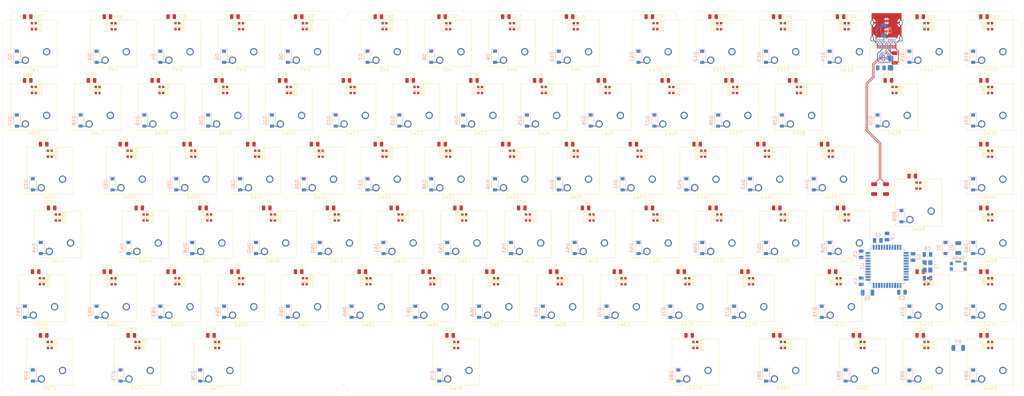
<source format=kicad_pcb>
(kicad_pcb (version 20171130) (host pcbnew 5.1.10)

  (general
    (thickness 1.6)
    (drawings 48)
    (tracks 260)
    (zones 0)
    (modules 362)
    (nets 216)
  )

  (page A3)
  (layers
    (0 F.Cu signal)
    (31 B.Cu signal)
    (32 B.Adhes user)
    (33 F.Adhes user)
    (34 B.Paste user)
    (35 F.Paste user)
    (36 B.SilkS user)
    (37 F.SilkS user)
    (38 B.Mask user)
    (39 F.Mask user)
    (40 Dwgs.User user)
    (41 Cmts.User user)
    (42 Eco1.User user)
    (43 Eco2.User user)
    (44 Edge.Cuts user)
    (45 Margin user)
    (46 B.CrtYd user)
    (47 F.CrtYd user)
    (48 B.Fab user)
    (49 F.Fab user)
  )

  (setup
    (last_trace_width 0.25)
    (trace_clearance 0.2)
    (zone_clearance 0.508)
    (zone_45_only no)
    (trace_min 0.2)
    (via_size 0.8)
    (via_drill 0.4)
    (via_min_size 0.6)
    (via_min_drill 0.3)
    (uvia_size 0.3)
    (uvia_drill 0.1)
    (uvias_allowed no)
    (uvia_min_size 0.2)
    (uvia_min_drill 0.1)
    (edge_width 0.05)
    (segment_width 0.2)
    (pcb_text_width 0.3)
    (pcb_text_size 1.5 1.5)
    (mod_edge_width 0.12)
    (mod_text_size 1 1)
    (mod_text_width 0.15)
    (pad_size 1.7 0.55)
    (pad_drill 0)
    (pad_to_mask_clearance 0.051)
    (solder_mask_min_width 0.25)
    (aux_axis_origin 0 0)
    (visible_elements FFFFF77F)
    (pcbplotparams
      (layerselection 0x010fc_ffffffff)
      (usegerberextensions false)
      (usegerberattributes false)
      (usegerberadvancedattributes false)
      (creategerberjobfile false)
      (excludeedgelayer true)
      (linewidth 0.100000)
      (plotframeref false)
      (viasonmask false)
      (mode 1)
      (useauxorigin false)
      (hpglpennumber 1)
      (hpglpenspeed 20)
      (hpglpendiameter 15.000000)
      (psnegative false)
      (psa4output false)
      (plotreference true)
      (plotvalue true)
      (plotinvisibletext false)
      (padsonsilk false)
      (subtractmaskfromsilk false)
      (outputformat 1)
      (mirror false)
      (drillshape 1)
      (scaleselection 1)
      (outputdirectory ""))
  )

  (net 0 "")
  (net 1 GND)
  (net 2 +5V)
  (net 3 "Net-(C7-Pad1)")
  (net 4 "Net-(C8-Pad2)")
  (net 5 "Net-(C9-Pad1)")
  (net 6 RST)
  (net 7 ROW0)
  (net 8 "Net-(D2-Pad2)")
  (net 9 "Net-(D3-Pad2)")
  (net 10 "Net-(D4-Pad2)")
  (net 11 "Net-(D5-Pad2)")
  (net 12 "Net-(D6-Pad2)")
  (net 13 "Net-(D7-Pad2)")
  (net 14 "Net-(D8-Pad2)")
  (net 15 "Net-(D9-Pad2)")
  (net 16 "Net-(D10-Pad2)")
  (net 17 "Net-(D11-Pad2)")
  (net 18 "Net-(D12-Pad2)")
  (net 19 "Net-(D13-Pad2)")
  (net 20 "Net-(D14-Pad2)")
  (net 21 "Net-(D15-Pad2)")
  (net 22 "Net-(D16-Pad2)")
  (net 23 ROW1)
  (net 24 "Net-(D17-Pad2)")
  (net 25 "Net-(D18-Pad2)")
  (net 26 "Net-(D19-Pad2)")
  (net 27 "Net-(D20-Pad2)")
  (net 28 "Net-(D21-Pad2)")
  (net 29 "Net-(D22-Pad2)")
  (net 30 "Net-(D23-Pad2)")
  (net 31 "Net-(D24-Pad2)")
  (net 32 "Net-(D25-Pad2)")
  (net 33 "Net-(D26-Pad2)")
  (net 34 "Net-(D27-Pad2)")
  (net 35 "Net-(D28-Pad2)")
  (net 36 "Net-(D29-Pad2)")
  (net 37 "Net-(D30-Pad2)")
  (net 38 "Net-(D31-Pad2)")
  (net 39 "Net-(D32-Pad2)")
  (net 40 ROW2)
  (net 41 "Net-(D33-Pad2)")
  (net 42 "Net-(D34-Pad2)")
  (net 43 "Net-(D35-Pad2)")
  (net 44 "Net-(D36-Pad2)")
  (net 45 "Net-(D37-Pad2)")
  (net 46 "Net-(D38-Pad2)")
  (net 47 "Net-(D39-Pad2)")
  (net 48 "Net-(D40-Pad2)")
  (net 49 "Net-(D41-Pad2)")
  (net 50 "Net-(D42-Pad2)")
  (net 51 "Net-(D43-Pad2)")
  (net 52 "Net-(D44-Pad2)")
  (net 53 "Net-(D45-Pad2)")
  (net 54 "Net-(D46-Pad2)")
  (net 55 ROW3)
  (net 56 "Net-(D47-Pad2)")
  (net 57 "Net-(D48-Pad2)")
  (net 58 "Net-(D49-Pad2)")
  (net 59 "Net-(D50-Pad2)")
  (net 60 "Net-(D51-Pad2)")
  (net 61 "Net-(D52-Pad2)")
  (net 62 "Net-(D53-Pad2)")
  (net 63 "Net-(D54-Pad2)")
  (net 64 "Net-(D55-Pad2)")
  (net 65 "Net-(D56-Pad2)")
  (net 66 "Net-(D57-Pad2)")
  (net 67 "Net-(D58-Pad2)")
  (net 68 "Net-(D59-Pad2)")
  (net 69 "Net-(D60-Pad2)")
  (net 70 ROW4)
  (net 71 "Net-(D61-Pad2)")
  (net 72 "Net-(D62-Pad2)")
  (net 73 "Net-(D63-Pad2)")
  (net 74 "Net-(D64-Pad2)")
  (net 75 "Net-(D65-Pad2)")
  (net 76 "Net-(D66-Pad2)")
  (net 77 "Net-(D67-Pad2)")
  (net 78 "Net-(D68-Pad2)")
  (net 79 "Net-(D69-Pad2)")
  (net 80 "Net-(D70-Pad2)")
  (net 81 "Net-(D71-Pad2)")
  (net 82 "Net-(D72-Pad2)")
  (net 83 "Net-(D73-Pad2)")
  (net 84 "Net-(D74-Pad2)")
  (net 85 "Net-(D75-Pad2)")
  (net 86 ROW5)
  (net 87 "Net-(D76-Pad2)")
  (net 88 "Net-(D77-Pad2)")
  (net 89 "Net-(D78-Pad2)")
  (net 90 "Net-(D79-Pad2)")
  (net 91 "Net-(D80-Pad2)")
  (net 92 "Net-(D81-Pad2)")
  (net 93 "Net-(D82-Pad2)")
  (net 94 "Net-(D83-Pad2)")
  (net 95 "Net-(D84-Pad2)")
  (net 96 "Net-(D85-Pad2)")
  (net 97 DIN)
  (net 98 "Net-(D86-Pad2)")
  (net 99 "Net-(D87-Pad2)")
  (net 100 "Net-(D88-Pad2)")
  (net 101 "Net-(D89-Pad2)")
  (net 102 "Net-(D90-Pad2)")
  (net 103 "Net-(D91-Pad2)")
  (net 104 "Net-(D92-Pad2)")
  (net 105 "Net-(D93-Pad2)")
  (net 106 "Net-(D94-Pad2)")
  (net 107 "Net-(D95-Pad2)")
  (net 108 "Net-(D96-Pad2)")
  (net 109 "Net-(D97-Pad2)")
  (net 110 "Net-(D98-Pad2)")
  (net 111 "Net-(D100-Pad4)")
  (net 112 "Net-(D100-Pad2)")
  (net 113 "Net-(D101-Pad2)")
  (net 114 "Net-(D102-Pad2)")
  (net 115 "Net-(D103-Pad2)")
  (net 116 "Net-(D104-Pad2)")
  (net 117 "Net-(D105-Pad2)")
  (net 118 "Net-(D106-Pad2)")
  (net 119 "Net-(D107-Pad2)")
  (net 120 "Net-(D108-Pad2)")
  (net 121 "Net-(D109-Pad2)")
  (net 122 "Net-(D110-Pad2)")
  (net 123 "Net-(D111-Pad2)")
  (net 124 "Net-(D112-Pad2)")
  (net 125 "Net-(D113-Pad2)")
  (net 126 "Net-(D114-Pad2)")
  (net 127 "Net-(D115-Pad2)")
  (net 128 "Net-(D116-Pad2)")
  (net 129 "Net-(D117-Pad2)")
  (net 130 "Net-(D118-Pad2)")
  (net 131 "Net-(D119-Pad2)")
  (net 132 "Net-(D120-Pad2)")
  (net 133 "Net-(D121-Pad2)")
  (net 134 "Net-(D122-Pad2)")
  (net 135 "Net-(D123-Pad2)")
  (net 136 "Net-(D124-Pad2)")
  (net 137 "Net-(D125-Pad2)")
  (net 138 "Net-(D126-Pad2)")
  (net 139 "Net-(D127-Pad2)")
  (net 140 "Net-(D128-Pad2)")
  (net 141 "Net-(D129-Pad2)")
  (net 142 "Net-(D130-Pad2)")
  (net 143 "Net-(D131-Pad2)")
  (net 144 "Net-(D132-Pad2)")
  (net 145 "Net-(D133-Pad2)")
  (net 146 "Net-(D134-Pad2)")
  (net 147 "Net-(D135-Pad2)")
  (net 148 "Net-(D136-Pad2)")
  (net 149 "Net-(D137-Pad2)")
  (net 150 "Net-(D138-Pad2)")
  (net 151 "Net-(D139-Pad2)")
  (net 152 "Net-(D140-Pad2)")
  (net 153 "Net-(D141-Pad2)")
  (net 154 "Net-(D142-Pad2)")
  (net 155 "Net-(D143-Pad2)")
  (net 156 "Net-(D144-Pad2)")
  (net 157 "Net-(D145-Pad2)")
  (net 158 "Net-(D146-Pad2)")
  (net 159 "Net-(D147-Pad2)")
  (net 160 "Net-(D148-Pad2)")
  (net 161 "Net-(D149-Pad2)")
  (net 162 "Net-(D150-Pad2)")
  (net 163 "Net-(D151-Pad2)")
  (net 164 "Net-(D152-Pad2)")
  (net 165 "Net-(D153-Pad2)")
  (net 166 "Net-(D154-Pad2)")
  (net 167 "Net-(D155-Pad2)")
  (net 168 "Net-(D156-Pad2)")
  (net 169 "Net-(D157-Pad2)")
  (net 170 "Net-(D158-Pad2)")
  (net 171 "Net-(D159-Pad2)")
  (net 172 "Net-(D160-Pad2)")
  (net 173 "Net-(D161-Pad2)")
  (net 174 "Net-(D162-Pad2)")
  (net 175 "Net-(D163-Pad2)")
  (net 176 "Net-(D164-Pad2)")
  (net 177 "Net-(D165-Pad2)")
  (net 178 "Net-(D166-Pad2)")
  (net 179 "Net-(D167-Pad2)")
  (net 180 "Net-(F1-Pad2)")
  (net 181 COL02)
  (net 182 COL00)
  (net 183 COL01)
  (net 184 D-)
  (net 185 D+)
  (net 186 "Net-(R6-Pad2)")
  (net 187 COL03)
  (net 188 COL04)
  (net 189 COL06)
  (net 190 COL07)
  (net 191 COL08)
  (net 192 COL09)
  (net 193 COL10)
  (net 194 COL11)
  (net 195 COL12)
  (net 196 COL13)
  (net 197 COL14)
  (net 198 COL15)
  (net 199 COL05)
  (net 200 "Net-(U1-Pad1)")
  (net 201 "Net-(U1-Pad42)")
  (net 202 "Net-(R7-Pad2)")
  (net 203 "Net-(J1-PadB11)")
  (net 204 "Net-(J1-PadB2)")
  (net 205 "Net-(J1-PadB5)")
  (net 206 "Net-(J1-PadB8)")
  (net 207 "Net-(J1-PadB3)")
  (net 208 "Net-(J1-PadB10)")
  (net 209 "Net-(J1-PadA2)")
  (net 210 "Net-(J1-PadA3)")
  (net 211 "Net-(J1-PadA5)")
  (net 212 "Net-(J1-PadA8)")
  (net 213 "Net-(J1-PadA10)")
  (net 214 "Net-(J1-PadA11)")
  (net 215 "Net-(U1-Pad12)")

  (net_class Default "Dies ist die voreingestellte Netzklasse."
    (clearance 0.2)
    (trace_width 0.25)
    (via_dia 0.8)
    (via_drill 0.4)
    (uvia_dia 0.3)
    (uvia_drill 0.1)
    (add_net +5V)
    (add_net COL00)
    (add_net COL01)
    (add_net COL02)
    (add_net COL03)
    (add_net COL04)
    (add_net COL05)
    (add_net COL06)
    (add_net COL07)
    (add_net COL08)
    (add_net COL09)
    (add_net COL10)
    (add_net COL11)
    (add_net COL12)
    (add_net COL13)
    (add_net COL14)
    (add_net COL15)
    (add_net D+)
    (add_net D-)
    (add_net DIN)
    (add_net GND)
    (add_net "Net-(C7-Pad1)")
    (add_net "Net-(C8-Pad2)")
    (add_net "Net-(C9-Pad1)")
    (add_net "Net-(D10-Pad2)")
    (add_net "Net-(D100-Pad2)")
    (add_net "Net-(D100-Pad4)")
    (add_net "Net-(D101-Pad2)")
    (add_net "Net-(D102-Pad2)")
    (add_net "Net-(D103-Pad2)")
    (add_net "Net-(D104-Pad2)")
    (add_net "Net-(D105-Pad2)")
    (add_net "Net-(D106-Pad2)")
    (add_net "Net-(D107-Pad2)")
    (add_net "Net-(D108-Pad2)")
    (add_net "Net-(D109-Pad2)")
    (add_net "Net-(D11-Pad2)")
    (add_net "Net-(D110-Pad2)")
    (add_net "Net-(D111-Pad2)")
    (add_net "Net-(D112-Pad2)")
    (add_net "Net-(D113-Pad2)")
    (add_net "Net-(D114-Pad2)")
    (add_net "Net-(D115-Pad2)")
    (add_net "Net-(D116-Pad2)")
    (add_net "Net-(D117-Pad2)")
    (add_net "Net-(D118-Pad2)")
    (add_net "Net-(D119-Pad2)")
    (add_net "Net-(D12-Pad2)")
    (add_net "Net-(D120-Pad2)")
    (add_net "Net-(D121-Pad2)")
    (add_net "Net-(D122-Pad2)")
    (add_net "Net-(D123-Pad2)")
    (add_net "Net-(D124-Pad2)")
    (add_net "Net-(D125-Pad2)")
    (add_net "Net-(D126-Pad2)")
    (add_net "Net-(D127-Pad2)")
    (add_net "Net-(D128-Pad2)")
    (add_net "Net-(D129-Pad2)")
    (add_net "Net-(D13-Pad2)")
    (add_net "Net-(D130-Pad2)")
    (add_net "Net-(D131-Pad2)")
    (add_net "Net-(D132-Pad2)")
    (add_net "Net-(D133-Pad2)")
    (add_net "Net-(D134-Pad2)")
    (add_net "Net-(D135-Pad2)")
    (add_net "Net-(D136-Pad2)")
    (add_net "Net-(D137-Pad2)")
    (add_net "Net-(D138-Pad2)")
    (add_net "Net-(D139-Pad2)")
    (add_net "Net-(D14-Pad2)")
    (add_net "Net-(D140-Pad2)")
    (add_net "Net-(D141-Pad2)")
    (add_net "Net-(D142-Pad2)")
    (add_net "Net-(D143-Pad2)")
    (add_net "Net-(D144-Pad2)")
    (add_net "Net-(D145-Pad2)")
    (add_net "Net-(D146-Pad2)")
    (add_net "Net-(D147-Pad2)")
    (add_net "Net-(D148-Pad2)")
    (add_net "Net-(D149-Pad2)")
    (add_net "Net-(D15-Pad2)")
    (add_net "Net-(D150-Pad2)")
    (add_net "Net-(D151-Pad2)")
    (add_net "Net-(D152-Pad2)")
    (add_net "Net-(D153-Pad2)")
    (add_net "Net-(D154-Pad2)")
    (add_net "Net-(D155-Pad2)")
    (add_net "Net-(D156-Pad2)")
    (add_net "Net-(D157-Pad2)")
    (add_net "Net-(D158-Pad2)")
    (add_net "Net-(D159-Pad2)")
    (add_net "Net-(D16-Pad2)")
    (add_net "Net-(D160-Pad2)")
    (add_net "Net-(D161-Pad2)")
    (add_net "Net-(D162-Pad2)")
    (add_net "Net-(D163-Pad2)")
    (add_net "Net-(D164-Pad2)")
    (add_net "Net-(D165-Pad2)")
    (add_net "Net-(D166-Pad2)")
    (add_net "Net-(D167-Pad2)")
    (add_net "Net-(D17-Pad2)")
    (add_net "Net-(D18-Pad2)")
    (add_net "Net-(D19-Pad2)")
    (add_net "Net-(D2-Pad2)")
    (add_net "Net-(D20-Pad2)")
    (add_net "Net-(D21-Pad2)")
    (add_net "Net-(D22-Pad2)")
    (add_net "Net-(D23-Pad2)")
    (add_net "Net-(D24-Pad2)")
    (add_net "Net-(D25-Pad2)")
    (add_net "Net-(D26-Pad2)")
    (add_net "Net-(D27-Pad2)")
    (add_net "Net-(D28-Pad2)")
    (add_net "Net-(D29-Pad2)")
    (add_net "Net-(D3-Pad2)")
    (add_net "Net-(D30-Pad2)")
    (add_net "Net-(D31-Pad2)")
    (add_net "Net-(D32-Pad2)")
    (add_net "Net-(D33-Pad2)")
    (add_net "Net-(D34-Pad2)")
    (add_net "Net-(D35-Pad2)")
    (add_net "Net-(D36-Pad2)")
    (add_net "Net-(D37-Pad2)")
    (add_net "Net-(D38-Pad2)")
    (add_net "Net-(D39-Pad2)")
    (add_net "Net-(D4-Pad2)")
    (add_net "Net-(D40-Pad2)")
    (add_net "Net-(D41-Pad2)")
    (add_net "Net-(D42-Pad2)")
    (add_net "Net-(D43-Pad2)")
    (add_net "Net-(D44-Pad2)")
    (add_net "Net-(D45-Pad2)")
    (add_net "Net-(D46-Pad2)")
    (add_net "Net-(D47-Pad2)")
    (add_net "Net-(D48-Pad2)")
    (add_net "Net-(D49-Pad2)")
    (add_net "Net-(D5-Pad2)")
    (add_net "Net-(D50-Pad2)")
    (add_net "Net-(D51-Pad2)")
    (add_net "Net-(D52-Pad2)")
    (add_net "Net-(D53-Pad2)")
    (add_net "Net-(D54-Pad2)")
    (add_net "Net-(D55-Pad2)")
    (add_net "Net-(D56-Pad2)")
    (add_net "Net-(D57-Pad2)")
    (add_net "Net-(D58-Pad2)")
    (add_net "Net-(D59-Pad2)")
    (add_net "Net-(D6-Pad2)")
    (add_net "Net-(D60-Pad2)")
    (add_net "Net-(D61-Pad2)")
    (add_net "Net-(D62-Pad2)")
    (add_net "Net-(D63-Pad2)")
    (add_net "Net-(D64-Pad2)")
    (add_net "Net-(D65-Pad2)")
    (add_net "Net-(D66-Pad2)")
    (add_net "Net-(D67-Pad2)")
    (add_net "Net-(D68-Pad2)")
    (add_net "Net-(D69-Pad2)")
    (add_net "Net-(D7-Pad2)")
    (add_net "Net-(D70-Pad2)")
    (add_net "Net-(D71-Pad2)")
    (add_net "Net-(D72-Pad2)")
    (add_net "Net-(D73-Pad2)")
    (add_net "Net-(D74-Pad2)")
    (add_net "Net-(D75-Pad2)")
    (add_net "Net-(D76-Pad2)")
    (add_net "Net-(D77-Pad2)")
    (add_net "Net-(D78-Pad2)")
    (add_net "Net-(D79-Pad2)")
    (add_net "Net-(D8-Pad2)")
    (add_net "Net-(D80-Pad2)")
    (add_net "Net-(D81-Pad2)")
    (add_net "Net-(D82-Pad2)")
    (add_net "Net-(D83-Pad2)")
    (add_net "Net-(D84-Pad2)")
    (add_net "Net-(D85-Pad2)")
    (add_net "Net-(D86-Pad2)")
    (add_net "Net-(D87-Pad2)")
    (add_net "Net-(D88-Pad2)")
    (add_net "Net-(D89-Pad2)")
    (add_net "Net-(D9-Pad2)")
    (add_net "Net-(D90-Pad2)")
    (add_net "Net-(D91-Pad2)")
    (add_net "Net-(D92-Pad2)")
    (add_net "Net-(D93-Pad2)")
    (add_net "Net-(D94-Pad2)")
    (add_net "Net-(D95-Pad2)")
    (add_net "Net-(D96-Pad2)")
    (add_net "Net-(D97-Pad2)")
    (add_net "Net-(D98-Pad2)")
    (add_net "Net-(F1-Pad2)")
    (add_net "Net-(J1-PadA10)")
    (add_net "Net-(J1-PadA11)")
    (add_net "Net-(J1-PadA2)")
    (add_net "Net-(J1-PadA3)")
    (add_net "Net-(J1-PadA5)")
    (add_net "Net-(J1-PadA8)")
    (add_net "Net-(J1-PadB10)")
    (add_net "Net-(J1-PadB11)")
    (add_net "Net-(J1-PadB2)")
    (add_net "Net-(J1-PadB3)")
    (add_net "Net-(J1-PadB5)")
    (add_net "Net-(J1-PadB8)")
    (add_net "Net-(R6-Pad2)")
    (add_net "Net-(R7-Pad2)")
    (add_net "Net-(U1-Pad1)")
    (add_net "Net-(U1-Pad12)")
    (add_net "Net-(U1-Pad42)")
    (add_net ROW0)
    (add_net ROW1)
    (add_net ROW2)
    (add_net ROW3)
    (add_net ROW4)
    (add_net ROW5)
    (add_net RST)
  )

  (module Button_Switch_Keyboard:SW_Cherry_MX_ISOEnter_PCB (layer F.Cu) (tedit 60E88C41) (tstamp 5F160517)
    (at 309.40375 100.33 180)
    (descr "Cherry MX keyswitch, ISO Enter, PCB mount, http://cherryamericas.com/wp-content/uploads/2014/12/mx_cat.pdf")
    (tags "Cherry MX keyswitch ISO enter PCB")
    (path /5F51BE8C/5F51CE2C)
    (fp_text reference SW58 (at -2.54 -2.794 180) (layer F.SilkS)
      (effects (font (size 1 1) (thickness 0.15)))
    )
    (fp_text value MX1A-G1NA (at -2.286 13.208 180) (layer F.Fab)
      (effects (font (size 1 1) (thickness 0.15)))
    )
    (fp_line (start -9.525 12.065) (end -9.525 -1.905) (layer F.SilkS) (width 0.12))
    (fp_line (start 4.445 12.065) (end -9.525 12.065) (layer F.SilkS) (width 0.12))
    (fp_line (start 4.445 -1.905) (end 4.445 12.065) (layer F.SilkS) (width 0.12))
    (fp_line (start -9.525 -1.905) (end 4.445 -1.905) (layer F.SilkS) (width 0.12))
    (fp_line (start 9.36625 5.08) (end 14.12875 5.08) (layer Dwgs.User) (width 0.15))
    (fp_line (start 14.12875 5.08) (end 14.12875 24.13) (layer Dwgs.User) (width 0.15))
    (fp_line (start -14.44625 -13.97) (end 9.36625 -13.97) (layer Dwgs.User) (width 0.15))
    (fp_line (start -14.44625 24.13) (end -14.44625 -13.97) (layer Dwgs.User) (width 0.15))
    (fp_line (start 14.12875 24.13) (end -14.44625 24.13) (layer Dwgs.User) (width 0.15))
    (fp_line (start 9.36625 -13.97) (end 9.36625 5.08) (layer Dwgs.User) (width 0.15))
    (fp_line (start -9.14 -1.52) (end 4.06 -1.52) (layer F.CrtYd) (width 0.05))
    (fp_line (start 4.06 -1.52) (end 4.06 11.68) (layer F.CrtYd) (width 0.05))
    (fp_line (start 4.06 11.68) (end -9.14 11.68) (layer F.CrtYd) (width 0.05))
    (fp_line (start -9.14 11.68) (end -9.14 -1.52) (layer F.CrtYd) (width 0.05))
    (fp_line (start -8.89 11.43) (end -8.89 -1.27) (layer F.Fab) (width 0.1))
    (fp_line (start 3.81 11.43) (end -8.89 11.43) (layer F.Fab) (width 0.1))
    (fp_line (start 3.81 -1.27) (end 3.81 11.43) (layer F.Fab) (width 0.1))
    (fp_line (start -8.89 -1.27) (end 3.81 -1.27) (layer F.Fab) (width 0.1))
    (fp_text user %R (at -2.54 -2.794 180) (layer F.Fab)
      (effects (font (size 1 1) (thickness 0.15)))
    )
    (pad 1 thru_hole circle (at 0 0 180) (size 2.2 2.2) (drill 1.5) (layers *.Cu *.Mask)
      (net 68 "Net-(D59-Pad2)"))
    (pad 2 thru_hole circle (at -6.35 2.54 180) (size 2.2 2.2) (drill 1.5) (layers *.Cu *.Mask)
      (net 197 COL14))
    (pad "" np_thru_hole circle (at -2.54 5.08 180) (size 4 4) (drill 4) (layers *.Cu *.Mask))
    (pad "" np_thru_hole circle (at -7.62 5.08 180) (size 1.7 1.7) (drill 1.7) (layers *.Cu *.Mask))
    (pad "" np_thru_hole circle (at 2.54 5.08 180) (size 1.7 1.7) (drill 1.7) (layers *.Cu *.Mask))
    (model ${KISYS3DMOD}/Button_Switch_Keyboard.3dshapes/SW_Cherry_MX_ISOEnter_PCB.wrl
      (at (xyz 0 0 0))
      (scale (xyz 1 1 1))
      (rotate (xyz 0 0 0))
    )
  )

  (module Button_Switch_Keyboard:SW_Cherry_MX_2.00u_PCB (layer F.Cu) (tedit 60E88B61) (tstamp 5F16021F)
    (at 302.26 71.755 180)
    (descr "Cherry MX keyswitch, 2.00u, PCB mount, http://cherryamericas.com/wp-content/uploads/2014/12/mx_cat.pdf")
    (tags "Cherry MX keyswitch 2.00u PCB")
    (path /5F51BE8C/5F51CE0E)
    (fp_text reference SW29 (at -2.54 -2.794 180) (layer F.SilkS)
      (effects (font (size 1 1) (thickness 0.15)))
    )
    (fp_text value MX1A-G1NA (at -2.54 12.954 180) (layer F.Fab)
      (effects (font (size 1 1) (thickness 0.15)))
    )
    (fp_line (start -9.525 12.065) (end -9.525 -1.905) (layer F.SilkS) (width 0.12))
    (fp_line (start 4.445 12.065) (end -9.525 12.065) (layer F.SilkS) (width 0.12))
    (fp_line (start 4.445 -1.905) (end 4.445 12.065) (layer F.SilkS) (width 0.12))
    (fp_line (start -9.525 -1.905) (end 4.445 -1.905) (layer F.SilkS) (width 0.12))
    (fp_line (start -21.59 14.605) (end -21.59 -4.445) (layer Dwgs.User) (width 0.15))
    (fp_line (start 16.51 14.605) (end -21.59 14.605) (layer Dwgs.User) (width 0.15))
    (fp_line (start 16.51 -4.445) (end 16.51 14.605) (layer Dwgs.User) (width 0.15))
    (fp_line (start -21.59 -4.445) (end 16.51 -4.445) (layer Dwgs.User) (width 0.15))
    (fp_line (start -9.14 -1.52) (end 4.06 -1.52) (layer F.CrtYd) (width 0.05))
    (fp_line (start 4.06 -1.52) (end 4.06 11.68) (layer F.CrtYd) (width 0.05))
    (fp_line (start 4.06 11.68) (end -9.14 11.68) (layer F.CrtYd) (width 0.05))
    (fp_line (start -9.14 11.68) (end -9.14 -1.52) (layer F.CrtYd) (width 0.05))
    (fp_line (start -8.89 11.43) (end -8.89 -1.27) (layer F.Fab) (width 0.1))
    (fp_line (start 3.81 11.43) (end -8.89 11.43) (layer F.Fab) (width 0.1))
    (fp_line (start 3.81 -1.27) (end 3.81 11.43) (layer F.Fab) (width 0.1))
    (fp_line (start -8.89 -1.27) (end 3.81 -1.27) (layer F.Fab) (width 0.1))
    (fp_text user %R (at -2.54 -2.794 180) (layer F.Fab)
      (effects (font (size 1 1) (thickness 0.15)))
    )
    (pad 1 thru_hole circle (at 0 0 180) (size 2.2 2.2) (drill 1.5) (layers *.Cu *.Mask)
      (net 37 "Net-(D30-Pad2)"))
    (pad 2 thru_hole circle (at -6.35 2.54 180) (size 2.2 2.2) (drill 1.5) (layers *.Cu *.Mask)
      (net 197 COL14))
    (pad "" np_thru_hole circle (at -2.54 5.08 180) (size 4 4) (drill 4) (layers *.Cu *.Mask))
    (pad "" np_thru_hole circle (at -7.62 5.08 180) (size 1.7 1.7) (drill 1.7) (layers *.Cu *.Mask))
    (pad "" np_thru_hole circle (at 2.54 5.08 180) (size 1.7 1.7) (drill 1.7) (layers *.Cu *.Mask))
    (model ${KISYS3DMOD}/Button_Switch_Keyboard.3dshapes/SW_Cherry_MX_2.00u_PCB.wrl
      (at (xyz 0 0 0))
      (scale (xyz 1 1 1))
      (rotate (xyz 0 0 0))
    )
  )

  (module Button_Switch_Keyboard:SW_Cherry_MX_6.25u_PCB (layer F.Cu) (tedit 60E88B4A) (tstamp 5F160723)
    (at 171.29125 147.955 180)
    (descr "Cherry MX keyswitch, 6.25u, PCB mount, http://cherryamericas.com/wp-content/uploads/2014/12/mx_cat.pdf")
    (tags "Cherry MX keyswitch 6.25u PCB")
    (path /5F51BE8C/5F84AEA9)
    (fp_text reference SW78 (at -2.54 -2.794 180) (layer F.SilkS)
      (effects (font (size 1 1) (thickness 0.15)))
    )
    (fp_text value MX1A-G1NA (at -2.54 12.954 180) (layer F.Fab)
      (effects (font (size 1 1) (thickness 0.15)))
    )
    (fp_line (start -9.525 12.065) (end -9.525 -1.905) (layer F.SilkS) (width 0.12))
    (fp_line (start 4.445 12.065) (end -9.525 12.065) (layer F.SilkS) (width 0.12))
    (fp_line (start 4.445 -1.905) (end 4.445 12.065) (layer F.SilkS) (width 0.12))
    (fp_line (start -9.525 -1.905) (end 4.445 -1.905) (layer F.SilkS) (width 0.12))
    (fp_line (start -62.07125 14.605) (end -62.07125 -4.445) (layer Dwgs.User) (width 0.15))
    (fp_line (start 56.99125 14.605) (end -62.07125 14.605) (layer Dwgs.User) (width 0.15))
    (fp_line (start 56.99125 -4.445) (end 56.99125 14.605) (layer Dwgs.User) (width 0.15))
    (fp_line (start -62.07125 -4.445) (end 56.99125 -4.445) (layer Dwgs.User) (width 0.15))
    (fp_line (start -9.14 -1.52) (end 4.06 -1.52) (layer F.CrtYd) (width 0.05))
    (fp_line (start 4.06 -1.52) (end 4.06 11.68) (layer F.CrtYd) (width 0.05))
    (fp_line (start 4.06 11.68) (end -9.14 11.68) (layer F.CrtYd) (width 0.05))
    (fp_line (start -9.14 11.68) (end -9.14 -1.52) (layer F.CrtYd) (width 0.05))
    (fp_line (start -8.89 11.43) (end -8.89 -1.27) (layer F.Fab) (width 0.1))
    (fp_line (start 3.81 11.43) (end -8.89 11.43) (layer F.Fab) (width 0.1))
    (fp_line (start 3.81 -1.27) (end 3.81 11.43) (layer F.Fab) (width 0.1))
    (fp_line (start -8.89 -1.27) (end 3.81 -1.27) (layer F.Fab) (width 0.1))
    (fp_text user %R (at -2.54 -2.794 180) (layer F.Fab)
      (effects (font (size 1 1) (thickness 0.15)))
    )
    (pad 1 thru_hole circle (at 0 0 180) (size 2.2 2.2) (drill 1.5) (layers *.Cu *.Mask)
      (net 90 "Net-(D79-Pad2)"))
    (pad 2 thru_hole circle (at -6.35 2.54 180) (size 2.2 2.2) (drill 1.5) (layers *.Cu *.Mask)
      (net 190 COL07))
    (pad "" np_thru_hole circle (at -2.54 5.08 180) (size 4 4) (drill 4) (layers *.Cu *.Mask))
    (pad "" np_thru_hole circle (at -7.62 5.08 180) (size 1.7 1.7) (drill 1.7) (layers *.Cu *.Mask))
    (pad "" np_thru_hole circle (at 2.54 5.08 180) (size 1.7 1.7) (drill 1.7) (layers *.Cu *.Mask))
    (model ${KISYS3DMOD}/Button_Switch_Keyboard.3dshapes/SW_Cherry_MX_6.25u_PCB.wrl
      (at (xyz 0 0 0))
      (scale (xyz 1 1 1))
      (rotate (xyz 0 0 0))
    )
  )

  (module MountingHole:MountingHole_3.2mm_M3 (layer F.Cu) (tedit 60E8488E) (tstamp 60E8A97D)
    (at 341.8 151.3)
    (descr "Mounting Hole 3.4mm, no annular, M3")
    (tags "mounting hole 3.4mm no annular m3")
    (attr virtual)
    (fp_text reference REF** (at 0 -4.2) (layer F.SilkS) hide
      (effects (font (size 1 1) (thickness 0.15)))
    )
    (fp_text value MountingHole_3.4mm_M3 (at 0 4.2) (layer F.Fab) hide
      (effects (font (size 1 1) (thickness 0.15)))
    )
    (pad "" smd circle (at 0 0) (size 3.4 3.4) (layers *.Paste))
  )

  (module MountingHole:MountingHole_3.2mm_M3 (layer F.Cu) (tedit 60E8488E) (tstamp 60E8A94A)
    (at 341.8 39.2)
    (descr "Mounting Hole 3.4mm, no annular, M3")
    (tags "mounting hole 3.4mm no annular m3")
    (attr virtual)
    (fp_text reference REF** (at 0 -4.2) (layer F.SilkS) hide
      (effects (font (size 1 1) (thickness 0.15)))
    )
    (fp_text value MountingHole_3.4mm_M3 (at 0 4.2) (layer F.Fab) hide
      (effects (font (size 1 1) (thickness 0.15)))
    )
    (pad "" smd circle (at 0 0) (size 3.4 3.4) (layers *.Paste))
  )

  (module MountingHole:MountingHole_3.2mm_M3 (layer F.Cu) (tedit 60E8488E) (tstamp 60E8A92F)
    (at 39.2 151.3)
    (descr "Mounting Hole 3.4mm, no annular, M3")
    (tags "mounting hole 3.4mm no annular m3")
    (attr virtual)
    (fp_text reference REF** (at 0 -4.2) (layer F.SilkS) hide
      (effects (font (size 1 1) (thickness 0.15)))
    )
    (fp_text value MountingHole_3.4mm_M3 (at 0 4.2) (layer F.Fab) hide
      (effects (font (size 1 1) (thickness 0.15)))
    )
    (pad "" smd circle (at 0 0) (size 3.4 3.4) (layers *.Paste))
  )

  (module MountingHole:MountingHole_3.2mm_M3 (layer F.Cu) (tedit 60E8488E) (tstamp 60E8A8F8)
    (at 39.2 39.2)
    (descr "Mounting Hole 3.4mm, no annular, M3")
    (tags "mounting hole 3.4mm no annular m3")
    (attr virtual)
    (fp_text reference REF** (at 0 -4.2) (layer F.SilkS) hide
      (effects (font (size 1 1) (thickness 0.15)))
    )
    (fp_text value MountingHole_3.4mm_M3 (at 0 4.2) (layer F.Fab) hide
      (effects (font (size 1 1) (thickness 0.15)))
    )
    (pad "" smd circle (at 0 0) (size 3.4 3.4) (layers *.Paste))
  )

  (module MountingHole:MountingHole_3.2mm_M3 (layer F.Cu) (tedit 60E8488E) (tstamp 60E8A1A1)
    (at 241.3 151.3)
    (descr "Mounting Hole 3.4mm, no annular, M3")
    (tags "mounting hole 3.4mm no annular m3")
    (attr virtual)
    (fp_text reference REF** (at 0 -4.2) (layer F.SilkS) hide
      (effects (font (size 1 1) (thickness 0.15)))
    )
    (fp_text value MountingHole_3.4mm_M3 (at 0 4.2) (layer F.Fab) hide
      (effects (font (size 1 1) (thickness 0.15)))
    )
    (pad "" smd circle (at 0 0) (size 3.4 3.4) (layers *.Paste))
  )

  (module MountingHole:MountingHole_3.2mm_M3 (layer F.Cu) (tedit 60E8488E) (tstamp 60E8A18C)
    (at 139.7 151.3)
    (descr "Mounting Hole 3.4mm, no annular, M3")
    (tags "mounting hole 3.4mm no annular m3")
    (attr virtual)
    (fp_text reference REF** (at 0 -4.2) (layer F.SilkS) hide
      (effects (font (size 1 1) (thickness 0.15)))
    )
    (fp_text value MountingHole_3.4mm_M3 (at 0 4.2) (layer F.Fab) hide
      (effects (font (size 1 1) (thickness 0.15)))
    )
    (pad "" smd circle (at 0 0) (size 3.4 3.4) (layers *.Paste))
  )

  (module MountingHole:MountingHole_3.2mm_M3 (layer F.Cu) (tedit 60E8488E) (tstamp 60E8A17F)
    (at 241.3 39.2)
    (descr "Mounting Hole 3.4mm, no annular, M3")
    (tags "mounting hole 3.4mm no annular m3")
    (attr virtual)
    (fp_text reference REF** (at 0 -4.2) (layer F.SilkS) hide
      (effects (font (size 1 1) (thickness 0.15)))
    )
    (fp_text value MountingHole_3.4mm_M3 (at 0 4.2) (layer F.Fab) hide
      (effects (font (size 1 1) (thickness 0.15)))
    )
    (pad "" smd circle (at 0 0) (size 3.4 3.4) (layers *.Paste))
  )

  (module MountingHole:MountingHole_3.2mm_M3 (layer F.Cu) (tedit 60E8488E) (tstamp 60E89FD7)
    (at 139.7 39.2)
    (descr "Mounting Hole 3.4mm, no annular, M3")
    (tags "mounting hole 3.4mm no annular m3")
    (attr virtual)
    (fp_text reference REF** (at 0 -4.2) (layer F.SilkS) hide
      (effects (font (size 1 1) (thickness 0.15)))
    )
    (fp_text value MountingHole_3.4mm_M3 (at 0 4.2) (layer F.Fab) hide
      (effects (font (size 1 1) (thickness 0.15)))
    )
    (pad "" smd circle (at 0 0) (size 3.4 3.4) (layers *.Paste))
  )

  (module Crystal:Crystal_SMD_3225-4Pin_3.2x2.5mm (layer B.Cu) (tedit 5A0FD1B2) (tstamp 60EED0B1)
    (at 314.6425 114.3 90)
    (descr "SMD Crystal SERIES SMD3225/4 http://www.txccrystal.com/images/pdf/7m-accuracy.pdf, 3.2x2.5mm^2 package")
    (tags "SMD SMT crystal")
    (path /5F294622)
    (attr smd)
    (fp_text reference Y1 (at 0 2.45 90) (layer B.SilkS)
      (effects (font (size 1 1) (thickness 0.15)) (justify mirror))
    )
    (fp_text value 16MHz (at 0 -2.45 90) (layer B.Fab)
      (effects (font (size 1 1) (thickness 0.15)) (justify mirror))
    )
    (fp_line (start -1.6 1.25) (end -1.6 -1.25) (layer B.Fab) (width 0.1))
    (fp_line (start -1.6 -1.25) (end 1.6 -1.25) (layer B.Fab) (width 0.1))
    (fp_line (start 1.6 -1.25) (end 1.6 1.25) (layer B.Fab) (width 0.1))
    (fp_line (start 1.6 1.25) (end -1.6 1.25) (layer B.Fab) (width 0.1))
    (fp_line (start -1.6 -0.25) (end -0.6 -1.25) (layer B.Fab) (width 0.1))
    (fp_line (start -2 1.65) (end -2 -1.65) (layer B.SilkS) (width 0.12))
    (fp_line (start -2 -1.65) (end 2 -1.65) (layer B.SilkS) (width 0.12))
    (fp_line (start -2.1 1.7) (end -2.1 -1.7) (layer B.CrtYd) (width 0.05))
    (fp_line (start -2.1 -1.7) (end 2.1 -1.7) (layer B.CrtYd) (width 0.05))
    (fp_line (start 2.1 -1.7) (end 2.1 1.7) (layer B.CrtYd) (width 0.05))
    (fp_line (start 2.1 1.7) (end -2.1 1.7) (layer B.CrtYd) (width 0.05))
    (fp_text user %R (at 0 0 90) (layer B.Fab)
      (effects (font (size 0.7 0.7) (thickness 0.105)) (justify mirror))
    )
    (pad 1 smd rect (at -1.1 -0.85 90) (size 1.4 1.2) (layers B.Cu B.Paste B.Mask)
      (net 3 "Net-(C7-Pad1)"))
    (pad 2 smd rect (at 1.1 -0.85 90) (size 1.4 1.2) (layers B.Cu B.Paste B.Mask)
      (net 1 GND))
    (pad 3 smd rect (at 1.1 0.85 90) (size 1.4 1.2) (layers B.Cu B.Paste B.Mask)
      (net 4 "Net-(C8-Pad2)"))
    (pad 4 smd rect (at -1.1 0.85 90) (size 1.4 1.2) (layers B.Cu B.Paste B.Mask)
      (net 1 GND))
    (model ${KISYS3DMOD}/Crystal.3dshapes/Crystal_SMD_3225-4Pin_3.2x2.5mm.wrl
      (at (xyz 0 0 0))
      (scale (xyz 1 1 1))
      (rotate (xyz 0 0 0))
    )
  )

  (module Button_Switch_SMD:SW_Push_1P1T-SH_NO_CK_KMR2xxG (layer B.Cu) (tedit 60EE1448) (tstamp 60EE10F7)
    (at 323.85 114.3 180)
    (descr "CK components KMR2 tactile switch with ground pin http://www.ckswitches.com/media/1479/kmr2.pdf")
    (tags "tactile switch kmr2")
    (path /60FEE33A)
    (attr smd)
    (fp_text reference SW84 (at 0 2.45) (layer B.SilkS)
      (effects (font (size 1 1) (thickness 0.15)) (justify mirror))
    )
    (fp_text value SW_Push (at 0 -2.55) (layer B.Fab)
      (effects (font (size 1 1) (thickness 0.15)) (justify mirror))
    )
    (fp_line (start -2.2 -0.05) (end -2.2 0.05) (layer B.SilkS) (width 0.12))
    (fp_line (start 2.2 1.55) (end 1.15 1.55) (layer B.SilkS) (width 0.12))
    (fp_line (start -2.2 -1.55) (end 2.2 -1.55) (layer B.SilkS) (width 0.12))
    (fp_circle (center 0 0) (end 0 -0.8) (layer B.Fab) (width 0.1))
    (fp_line (start -2.8 -1.8) (end -2.8 1.8) (layer B.CrtYd) (width 0.05))
    (fp_line (start 2.8 -1.8) (end -2.8 -1.8) (layer B.CrtYd) (width 0.05))
    (fp_line (start 2.8 1.8) (end 2.8 -1.8) (layer B.CrtYd) (width 0.05))
    (fp_line (start -2.8 1.8) (end 2.8 1.8) (layer B.CrtYd) (width 0.05))
    (fp_line (start 2.2 -0.05) (end 2.2 0.05) (layer B.SilkS) (width 0.12))
    (fp_line (start -2.1 -1.4) (end -2.1 1.4) (layer B.Fab) (width 0.1))
    (fp_line (start 2.1 -1.4) (end -2.1 -1.4) (layer B.Fab) (width 0.1))
    (fp_line (start 2.1 1.4) (end 2.1 -1.4) (layer B.Fab) (width 0.1))
    (fp_line (start -2.1 1.4) (end 2.1 1.4) (layer B.Fab) (width 0.1))
    (fp_line (start -1.15 1.55) (end -2.2 1.55) (layer B.SilkS) (width 0.12))
    (fp_text user %R (at 0 2.45) (layer B.Fab)
      (effects (font (size 1 1) (thickness 0.15)) (justify mirror))
    )
    (pad 2 smd rect (at 2.05 -0.8 180) (size 0.9 1) (layers B.Cu B.Paste B.Mask)
      (net 1 GND))
    (pad 1 smd rect (at 2.05 0.8 180) (size 0.9 1) (layers B.Cu B.Paste B.Mask)
      (net 6 RST))
    (pad 2 smd rect (at -2.05 -0.8 180) (size 0.9 1) (layers B.Cu B.Paste B.Mask)
      (net 1 GND))
    (pad 1 smd rect (at -2.05 0.8 180) (size 0.9 1) (layers B.Cu B.Paste B.Mask)
      (net 6 RST))
    (pad SH smd rect (at 0 1.425 180) (size 1.7 0.55) (layers B.Cu B.Paste B.Mask)
      (net 1 GND))
    (model ${KISYS3DMOD}/Button_Switch_SMD.3dshapes/SW_Push_1P1T-SH_NO_CK_KMR2xxG.wrl
      (at (xyz 0 0 0))
      (scale (xyz 1 1 1))
      (rotate (xyz 0 0 0))
    )
  )

  (module Resistor_SMD:R_1206_3216Metric (layer B.Cu) (tedit 5F68FEEE) (tstamp 5F26397F)
    (at 323.85 138.684 180)
    (descr "Resistor SMD 1206 (3216 Metric), square (rectangular) end terminal, IPC_7351 nominal, (Body size source: IPC-SM-782 page 72, https://www.pcb-3d.com/wordpress/wp-content/uploads/ipc-sm-782a_amendment_1_and_2.pdf), generated with kicad-footprint-generator")
    (tags resistor)
    (path /5F259898)
    (attr smd)
    (fp_text reference R7 (at 0 1.82) (layer B.SilkS)
      (effects (font (size 1 1) (thickness 0.15)) (justify mirror))
    )
    (fp_text value 470 (at 0 -1.82) (layer B.Fab)
      (effects (font (size 1 1) (thickness 0.15)) (justify mirror))
    )
    (fp_line (start 2.28 -1.12) (end -2.28 -1.12) (layer B.CrtYd) (width 0.05))
    (fp_line (start 2.28 1.12) (end 2.28 -1.12) (layer B.CrtYd) (width 0.05))
    (fp_line (start -2.28 1.12) (end 2.28 1.12) (layer B.CrtYd) (width 0.05))
    (fp_line (start -2.28 -1.12) (end -2.28 1.12) (layer B.CrtYd) (width 0.05))
    (fp_line (start -0.727064 -0.91) (end 0.727064 -0.91) (layer B.SilkS) (width 0.12))
    (fp_line (start -0.727064 0.91) (end 0.727064 0.91) (layer B.SilkS) (width 0.12))
    (fp_line (start 1.6 -0.8) (end -1.6 -0.8) (layer B.Fab) (width 0.1))
    (fp_line (start 1.6 0.8) (end 1.6 -0.8) (layer B.Fab) (width 0.1))
    (fp_line (start -1.6 0.8) (end 1.6 0.8) (layer B.Fab) (width 0.1))
    (fp_line (start -1.6 -0.8) (end -1.6 0.8) (layer B.Fab) (width 0.1))
    (fp_text user %R (at 0 0) (layer B.Fab)
      (effects (font (size 0.8 0.8) (thickness 0.12)) (justify mirror))
    )
    (pad 2 smd roundrect (at 1.4625 0 180) (size 1.125 1.75) (layers B.Cu B.Paste B.Mask) (roundrect_rratio 0.222222)
      (net 202 "Net-(R7-Pad2)"))
    (pad 1 smd roundrect (at -1.4625 0 180) (size 1.125 1.75) (layers B.Cu B.Paste B.Mask) (roundrect_rratio 0.222222)
      (net 97 DIN))
    (model ${KISYS3DMOD}/Resistor_SMD.3dshapes/R_1206_3216Metric.wrl
      (at (xyz 0 0 0))
      (scale (xyz 1 1 1))
      (rotate (xyz 0 0 0))
    )
  )

  (module Resistor_SMD:R_1206_3216Metric (layer B.Cu) (tedit 5F68FEEE) (tstamp 60EDADF2)
    (at 296.7355 122.174)
    (descr "Resistor SMD 1206 (3216 Metric), square (rectangular) end terminal, IPC_7351 nominal, (Body size source: IPC-SM-782 page 72, https://www.pcb-3d.com/wordpress/wp-content/uploads/ipc-sm-782a_amendment_1_and_2.pdf), generated with kicad-footprint-generator")
    (tags resistor)
    (path /5F0D539D)
    (attr smd)
    (fp_text reference R6 (at 0 1.82) (layer B.SilkS)
      (effects (font (size 1 1) (thickness 0.15)) (justify mirror))
    )
    (fp_text value 10k (at 0 -1.82) (layer B.Fab)
      (effects (font (size 1 1) (thickness 0.15)) (justify mirror))
    )
    (fp_line (start 2.28 -1.12) (end -2.28 -1.12) (layer B.CrtYd) (width 0.05))
    (fp_line (start 2.28 1.12) (end 2.28 -1.12) (layer B.CrtYd) (width 0.05))
    (fp_line (start -2.28 1.12) (end 2.28 1.12) (layer B.CrtYd) (width 0.05))
    (fp_line (start -2.28 -1.12) (end -2.28 1.12) (layer B.CrtYd) (width 0.05))
    (fp_line (start -0.727064 -0.91) (end 0.727064 -0.91) (layer B.SilkS) (width 0.12))
    (fp_line (start -0.727064 0.91) (end 0.727064 0.91) (layer B.SilkS) (width 0.12))
    (fp_line (start 1.6 -0.8) (end -1.6 -0.8) (layer B.Fab) (width 0.1))
    (fp_line (start 1.6 0.8) (end 1.6 -0.8) (layer B.Fab) (width 0.1))
    (fp_line (start -1.6 0.8) (end 1.6 0.8) (layer B.Fab) (width 0.1))
    (fp_line (start -1.6 -0.8) (end -1.6 0.8) (layer B.Fab) (width 0.1))
    (fp_text user %R (at 0 0) (layer B.Fab)
      (effects (font (size 0.8 0.8) (thickness 0.12)) (justify mirror))
    )
    (pad 2 smd roundrect (at 1.4625 0) (size 1.125 1.75) (layers B.Cu B.Paste B.Mask) (roundrect_rratio 0.222222)
      (net 186 "Net-(R6-Pad2)"))
    (pad 1 smd roundrect (at -1.4625 0) (size 1.125 1.75) (layers B.Cu B.Paste B.Mask) (roundrect_rratio 0.222222)
      (net 1 GND))
    (model ${KISYS3DMOD}/Resistor_SMD.3dshapes/R_1206_3216Metric.wrl
      (at (xyz 0 0 0))
      (scale (xyz 1 1 1))
      (rotate (xyz 0 0 0))
    )
  )

  (module Resistor_SMD:R_1206_3216Metric (layer F.Cu) (tedit 5F68FEEE) (tstamp 5F37A863)
    (at 298.704 91.2225 90)
    (descr "Resistor SMD 1206 (3216 Metric), square (rectangular) end terminal, IPC_7351 nominal, (Body size source: IPC-SM-782 page 72, https://www.pcb-3d.com/wordpress/wp-content/uploads/ipc-sm-782a_amendment_1_and_2.pdf), generated with kicad-footprint-generator")
    (tags resistor)
    (path /5F0B5901)
    (attr smd)
    (fp_text reference R5 (at 0 -1.82 90) (layer F.SilkS)
      (effects (font (size 1 1) (thickness 0.15)))
    )
    (fp_text value 22 (at 0 1.82 90) (layer F.Fab)
      (effects (font (size 1 1) (thickness 0.15)))
    )
    (fp_line (start 2.28 1.12) (end -2.28 1.12) (layer F.CrtYd) (width 0.05))
    (fp_line (start 2.28 -1.12) (end 2.28 1.12) (layer F.CrtYd) (width 0.05))
    (fp_line (start -2.28 -1.12) (end 2.28 -1.12) (layer F.CrtYd) (width 0.05))
    (fp_line (start -2.28 1.12) (end -2.28 -1.12) (layer F.CrtYd) (width 0.05))
    (fp_line (start -0.727064 0.91) (end 0.727064 0.91) (layer F.SilkS) (width 0.12))
    (fp_line (start -0.727064 -0.91) (end 0.727064 -0.91) (layer F.SilkS) (width 0.12))
    (fp_line (start 1.6 0.8) (end -1.6 0.8) (layer F.Fab) (width 0.1))
    (fp_line (start 1.6 -0.8) (end 1.6 0.8) (layer F.Fab) (width 0.1))
    (fp_line (start -1.6 -0.8) (end 1.6 -0.8) (layer F.Fab) (width 0.1))
    (fp_line (start -1.6 0.8) (end -1.6 -0.8) (layer F.Fab) (width 0.1))
    (fp_text user %R (at 0 0 90) (layer F.Fab)
      (effects (font (size 0.8 0.8) (thickness 0.12)))
    )
    (pad 2 smd roundrect (at 1.4625 0 90) (size 1.125 1.75) (layers F.Cu F.Paste F.Mask) (roundrect_rratio 0.222222)
      (net 184 D-))
    (pad 1 smd roundrect (at -1.4625 0 90) (size 1.125 1.75) (layers F.Cu F.Paste F.Mask) (roundrect_rratio 0.222222)
      (net 184 D-))
    (model ${KISYS3DMOD}/Resistor_SMD.3dshapes/R_1206_3216Metric.wrl
      (at (xyz 0 0 0))
      (scale (xyz 1 1 1))
      (rotate (xyz 0 0 0))
    )
  )

  (module Resistor_SMD:R_1206_3216Metric (layer F.Cu) (tedit 5F68FEEE) (tstamp 5F1B58E4)
    (at 302.26 91.2225 270)
    (descr "Resistor SMD 1206 (3216 Metric), square (rectangular) end terminal, IPC_7351 nominal, (Body size source: IPC-SM-782 page 72, https://www.pcb-3d.com/wordpress/wp-content/uploads/ipc-sm-782a_amendment_1_and_2.pdf), generated with kicad-footprint-generator")
    (tags resistor)
    (path /5F0AD349)
    (attr smd)
    (fp_text reference R4 (at 0 -1.82 90) (layer F.SilkS)
      (effects (font (size 1 1) (thickness 0.15)))
    )
    (fp_text value 22 (at 0 1.82 90) (layer F.Fab)
      (effects (font (size 1 1) (thickness 0.15)))
    )
    (fp_line (start 2.28 1.12) (end -2.28 1.12) (layer F.CrtYd) (width 0.05))
    (fp_line (start 2.28 -1.12) (end 2.28 1.12) (layer F.CrtYd) (width 0.05))
    (fp_line (start -2.28 -1.12) (end 2.28 -1.12) (layer F.CrtYd) (width 0.05))
    (fp_line (start -2.28 1.12) (end -2.28 -1.12) (layer F.CrtYd) (width 0.05))
    (fp_line (start -0.727064 0.91) (end 0.727064 0.91) (layer F.SilkS) (width 0.12))
    (fp_line (start -0.727064 -0.91) (end 0.727064 -0.91) (layer F.SilkS) (width 0.12))
    (fp_line (start 1.6 0.8) (end -1.6 0.8) (layer F.Fab) (width 0.1))
    (fp_line (start 1.6 -0.8) (end 1.6 0.8) (layer F.Fab) (width 0.1))
    (fp_line (start -1.6 -0.8) (end 1.6 -0.8) (layer F.Fab) (width 0.1))
    (fp_line (start -1.6 0.8) (end -1.6 -0.8) (layer F.Fab) (width 0.1))
    (fp_text user %R (at 0 0 90) (layer F.Fab)
      (effects (font (size 0.8 0.8) (thickness 0.12)))
    )
    (pad 2 smd roundrect (at 1.4625 0 270) (size 1.125 1.75) (layers F.Cu F.Paste F.Mask) (roundrect_rratio 0.222222)
      (net 185 D+))
    (pad 1 smd roundrect (at -1.4625 0 270) (size 1.125 1.75) (layers F.Cu F.Paste F.Mask) (roundrect_rratio 0.222222)
      (net 185 D+))
    (model ${KISYS3DMOD}/Resistor_SMD.3dshapes/R_1206_3216Metric.wrl
      (at (xyz 0 0 0))
      (scale (xyz 1 1 1))
      (rotate (xyz 0 0 0))
    )
  )

  (module Resistor_SMD:R_1206_3216Metric (layer B.Cu) (tedit 5F68FEEE) (tstamp 5F164238)
    (at 301.625 43.7245 90)
    (descr "Resistor SMD 1206 (3216 Metric), square (rectangular) end terminal, IPC_7351 nominal, (Body size source: IPC-SM-782 page 72, https://www.pcb-3d.com/wordpress/wp-content/uploads/ipc-sm-782a_amendment_1_and_2.pdf), generated with kicad-footprint-generator")
    (tags resistor)
    (path /5F030D08)
    (attr smd)
    (fp_text reference R3 (at 0 1.82 90) (layer B.SilkS)
      (effects (font (size 1 1) (thickness 0.15)) (justify mirror))
    )
    (fp_text value 5.1k (at 0 -1.82 90) (layer B.Fab)
      (effects (font (size 1 1) (thickness 0.15)) (justify mirror))
    )
    (fp_line (start 2.28 -1.12) (end -2.28 -1.12) (layer B.CrtYd) (width 0.05))
    (fp_line (start 2.28 1.12) (end 2.28 -1.12) (layer B.CrtYd) (width 0.05))
    (fp_line (start -2.28 1.12) (end 2.28 1.12) (layer B.CrtYd) (width 0.05))
    (fp_line (start -2.28 -1.12) (end -2.28 1.12) (layer B.CrtYd) (width 0.05))
    (fp_line (start -0.727064 -0.91) (end 0.727064 -0.91) (layer B.SilkS) (width 0.12))
    (fp_line (start -0.727064 0.91) (end 0.727064 0.91) (layer B.SilkS) (width 0.12))
    (fp_line (start 1.6 -0.8) (end -1.6 -0.8) (layer B.Fab) (width 0.1))
    (fp_line (start 1.6 0.8) (end 1.6 -0.8) (layer B.Fab) (width 0.1))
    (fp_line (start -1.6 0.8) (end 1.6 0.8) (layer B.Fab) (width 0.1))
    (fp_line (start -1.6 -0.8) (end -1.6 0.8) (layer B.Fab) (width 0.1))
    (fp_text user %R (at 0 0 90) (layer B.Fab)
      (effects (font (size 0.8 0.8) (thickness 0.12)) (justify mirror))
    )
    (pad 2 smd roundrect (at 1.4625 0 90) (size 1.125 1.75) (layers B.Cu B.Paste B.Mask) (roundrect_rratio 0.222222)
      (net 1 GND))
    (pad 1 smd roundrect (at -1.4625 0 90) (size 1.125 1.75) (layers B.Cu B.Paste B.Mask) (roundrect_rratio 0.222222)
      (net 205 "Net-(J1-PadB5)"))
    (model ${KISYS3DMOD}/Resistor_SMD.3dshapes/R_1206_3216Metric.wrl
      (at (xyz 0 0 0))
      (scale (xyz 1 1 1))
      (rotate (xyz 0 0 0))
    )
  )

  (module Resistor_SMD:R_1206_3216Metric (layer F.Cu) (tedit 5F68FEEE) (tstamp 60EBA96A)
    (at 304.8 52.0335 270)
    (descr "Resistor SMD 1206 (3216 Metric), square (rectangular) end terminal, IPC_7351 nominal, (Body size source: IPC-SM-782 page 72, https://www.pcb-3d.com/wordpress/wp-content/uploads/ipc-sm-782a_amendment_1_and_2.pdf), generated with kicad-footprint-generator")
    (tags resistor)
    (path /5F02FDA7)
    (attr smd)
    (fp_text reference R2 (at 0 -1.82 90) (layer F.SilkS)
      (effects (font (size 1 1) (thickness 0.15)))
    )
    (fp_text value 5.1k (at 0 1.82 90) (layer F.Fab)
      (effects (font (size 1 1) (thickness 0.15)))
    )
    (fp_line (start 2.28 1.12) (end -2.28 1.12) (layer F.CrtYd) (width 0.05))
    (fp_line (start 2.28 -1.12) (end 2.28 1.12) (layer F.CrtYd) (width 0.05))
    (fp_line (start -2.28 -1.12) (end 2.28 -1.12) (layer F.CrtYd) (width 0.05))
    (fp_line (start -2.28 1.12) (end -2.28 -1.12) (layer F.CrtYd) (width 0.05))
    (fp_line (start -0.727064 0.91) (end 0.727064 0.91) (layer F.SilkS) (width 0.12))
    (fp_line (start -0.727064 -0.91) (end 0.727064 -0.91) (layer F.SilkS) (width 0.12))
    (fp_line (start 1.6 0.8) (end -1.6 0.8) (layer F.Fab) (width 0.1))
    (fp_line (start 1.6 -0.8) (end 1.6 0.8) (layer F.Fab) (width 0.1))
    (fp_line (start -1.6 -0.8) (end 1.6 -0.8) (layer F.Fab) (width 0.1))
    (fp_line (start -1.6 0.8) (end -1.6 -0.8) (layer F.Fab) (width 0.1))
    (fp_text user %R (at 0 0 90) (layer F.Fab)
      (effects (font (size 0.8 0.8) (thickness 0.12)))
    )
    (pad 2 smd roundrect (at 1.4625 0 270) (size 1.125 1.75) (layers F.Cu F.Paste F.Mask) (roundrect_rratio 0.222222)
      (net 1 GND))
    (pad 1 smd roundrect (at -1.4625 0 270) (size 1.125 1.75) (layers F.Cu F.Paste F.Mask) (roundrect_rratio 0.222222)
      (net 211 "Net-(J1-PadA5)"))
    (model ${KISYS3DMOD}/Resistor_SMD.3dshapes/R_1206_3216Metric.wrl
      (at (xyz 0 0 0))
      (scale (xyz 1 1 1))
      (rotate (xyz 0 0 0))
    )
  )

  (module Resistor_SMD:R_1206_3216Metric (layer B.Cu) (tedit 5F68FEEE) (tstamp 60F15FCE)
    (at 323.85 108.839 270)
    (descr "Resistor SMD 1206 (3216 Metric), square (rectangular) end terminal, IPC_7351 nominal, (Body size source: IPC-SM-782 page 72, https://www.pcb-3d.com/wordpress/wp-content/uploads/ipc-sm-782a_amendment_1_and_2.pdf), generated with kicad-footprint-generator")
    (tags resistor)
    (path /5F058934)
    (attr smd)
    (fp_text reference R1 (at 0 1.82 90) (layer B.SilkS)
      (effects (font (size 1 1) (thickness 0.15)) (justify mirror))
    )
    (fp_text value 10k (at 0 -1.82 90) (layer B.Fab)
      (effects (font (size 1 1) (thickness 0.15)) (justify mirror))
    )
    (fp_text user %R (at 0 0 90) (layer B.Fab)
      (effects (font (size 0.8 0.8) (thickness 0.12)) (justify mirror))
    )
    (fp_line (start -1.6 -0.8) (end -1.6 0.8) (layer B.Fab) (width 0.1))
    (fp_line (start -1.6 0.8) (end 1.6 0.8) (layer B.Fab) (width 0.1))
    (fp_line (start 1.6 0.8) (end 1.6 -0.8) (layer B.Fab) (width 0.1))
    (fp_line (start 1.6 -0.8) (end -1.6 -0.8) (layer B.Fab) (width 0.1))
    (fp_line (start -0.727064 0.91) (end 0.727064 0.91) (layer B.SilkS) (width 0.12))
    (fp_line (start -0.727064 -0.91) (end 0.727064 -0.91) (layer B.SilkS) (width 0.12))
    (fp_line (start -2.28 -1.12) (end -2.28 1.12) (layer B.CrtYd) (width 0.05))
    (fp_line (start -2.28 1.12) (end 2.28 1.12) (layer B.CrtYd) (width 0.05))
    (fp_line (start 2.28 1.12) (end 2.28 -1.12) (layer B.CrtYd) (width 0.05))
    (fp_line (start 2.28 -1.12) (end -2.28 -1.12) (layer B.CrtYd) (width 0.05))
    (pad 1 smd roundrect (at -1.4625 0 270) (size 1.125 1.75) (layers B.Cu B.Paste B.Mask) (roundrect_rratio 0.222222)
      (net 2 +5V))
    (pad 2 smd roundrect (at 1.4625 0 270) (size 1.125 1.75) (layers B.Cu B.Paste B.Mask) (roundrect_rratio 0.222222)
      (net 6 RST))
    (model ${KISYS3DMOD}/Resistor_SMD.3dshapes/R_1206_3216Metric.wrl
      (at (xyz 0 0 0))
      (scale (xyz 1 1 1))
      (rotate (xyz 0 0 0))
    )
  )

  (module kezboard-pcb:USB_C_Receptacle_Stewart_SS-52400-003 (layer F.Cu) (tedit 5F26DA6C) (tstamp 5F25978F)
    (at 302.41875 38.1 180)
    (descr https://belfuse.com/resources/drawings/stewartconnector/dr-stw-ss-52400-003.pdf)
    (path /5EFFEB48)
    (fp_text reference J1 (at 0 -11.9) (layer F.SilkS)
      (effects (font (size 1 1) (thickness 0.15)))
    )
    (fp_text value USB_C_Receptacle (at 0 2.54) (layer F.Fab)
      (effects (font (size 1 1) (thickness 0.15)))
    )
    (fp_line (start -4.49 -2.55) (end -4.49 -0.21) (layer F.SilkS) (width 0.12))
    (fp_line (start 4.49 -0.21) (end 4.49 -2.55) (layer F.SilkS) (width 0.12))
    (fp_line (start 4.49 -9) (end 4.49 -11) (layer F.SilkS) (width 0.12))
    (fp_line (start -5.08 -11.43) (end 5.08 -11.43) (layer F.CrtYd) (width 0.05))
    (fp_line (start -5.08 1.27) (end 5.08 1.27) (layer F.CrtYd) (width 0.05))
    (fp_line (start -2 0) (end 2 0) (layer Dwgs.User) (width 0.1))
    (fp_line (start 4.37 0.95) (end 4.37 -10.88) (layer F.Fab) (width 0.1))
    (fp_line (start 4.37 -10.88) (end -4.37 -10.88) (layer F.Fab) (width 0.1))
    (fp_line (start -4.37 -10.88) (end -4.37 0.95) (layer F.Fab) (width 0.1))
    (fp_line (start -4.37 0.95) (end 4.37 0.95) (layer F.Fab) (width 0.1))
    (fp_line (start 5.08 1.27) (end 5.08 -11.43) (layer F.CrtYd) (width 0.05))
    (fp_line (start -5.08 -11.43) (end -5.08 1.27) (layer F.CrtYd) (width 0.05))
    (fp_line (start -3 -11) (end -4.49 -11) (layer F.SilkS) (width 0.12))
    (fp_line (start -4.49 -11) (end -4.49 -9) (layer F.SilkS) (width 0.12))
    (fp_line (start 4.49 -11) (end 3 -11) (layer F.SilkS) (width 0.12))
    (fp_line (start -4.49 -7.35) (end -4.49 -4.35) (layer F.SilkS) (width 0.12))
    (fp_line (start 4.49 -4.35) (end 4.49 -7.35) (layer F.SilkS) (width 0.12))
    (fp_text user %R (at 0 -4.52) (layer F.Fab)
      (effects (font (size 1 1) (thickness 0.15)))
    )
    (fp_text user "PCB Edge" (at 0 -0.5) (layer Dwgs.User)
      (effects (font (size 0.5 0.5) (thickness 0.1)))
    )
    (pad B11 thru_hole circle (at -2.4 -8.62 180) (size 0.65 0.65) (drill 0.4) (layers *.Cu *.Mask)
      (net 203 "Net-(J1-PadB11)"))
    (pad B2 thru_hole circle (at 2.4 -8.62 180) (size 0.65 0.65) (drill 0.4) (layers *.Cu *.Mask)
      (net 204 "Net-(J1-PadB2)"))
    (pad B12 thru_hole circle (at -2.8 -9.33 180) (size 0.65 0.65) (drill 0.4) (layers *.Cu *.Mask)
      (net 1 GND))
    (pad B5 thru_hole circle (at 0.8 -8.62 180) (size 0.65 0.65) (drill 0.4) (layers *.Cu *.Mask)
      (net 205 "Net-(J1-PadB5)"))
    (pad B8 thru_hole circle (at -0.8 -8.62 180) (size 0.65 0.65) (drill 0.4) (layers *.Cu *.Mask)
      (net 206 "Net-(J1-PadB8)"))
    (pad B3 thru_hole circle (at 1.6 -8.62 180) (size 0.65 0.65) (drill 0.4) (layers *.Cu *.Mask)
      (net 207 "Net-(J1-PadB3)"))
    (pad B10 thru_hole circle (at -1.6 -8.62 180) (size 0.65 0.65) (drill 0.4) (layers *.Cu *.Mask)
      (net 208 "Net-(J1-PadB10)"))
    (pad B1 thru_hole circle (at 2.8 -9.33 180) (size 0.65 0.65) (drill 0.4) (layers *.Cu *.Mask)
      (net 1 GND))
    (pad S1 thru_hole circle (at -2 -9.33 180) (size 0.65 0.65) (drill 0.4) (layers *.Cu *.Mask)
      (net 1 GND))
    (pad S1 thru_hole circle (at 2 -9.33 180) (size 0.65 0.65) (drill 0.4) (layers *.Cu *.Mask)
      (net 1 GND))
    (pad B9 thru_hole circle (at -1.2 -9.33 180) (size 0.65 0.65) (drill 0.4) (layers *.Cu *.Mask)
      (net 180 "Net-(F1-Pad2)"))
    (pad B4 thru_hole circle (at 1.2 -9.33 180) (size 0.65 0.65) (drill 0.4) (layers *.Cu *.Mask)
      (net 180 "Net-(F1-Pad2)"))
    (pad B7 thru_hole circle (at -0.4 -9.33 180) (size 0.65 0.65) (drill 0.4) (layers *.Cu *.Mask)
      (net 184 D-))
    (pad B6 thru_hole circle (at 0.4 -9.33 180) (size 0.65 0.65) (drill 0.4) (layers *.Cu *.Mask)
      (net 185 D+))
    (pad S1 smd rect (at 0 -6 180) (size 0.2 1) (layers F.Cu F.Paste F.Mask)
      (net 1 GND))
    (pad S1 smd rect (at 0 -2.9 180) (size 0.2 1) (layers F.Cu F.Paste F.Mask)
      (net 1 GND))
    (pad S1 thru_hole oval (at 4.27 -8.18 180) (size 1 1.6) (drill oval 0.6 1.2) (layers *.Cu *.Mask)
      (net 1 GND))
    (pad S1 thru_hole oval (at -4.27 -8.18 180) (size 1 1.6) (drill oval 0.6 1.2) (layers *.Cu *.Mask)
      (net 1 GND))
    (pad S1 thru_hole oval (at -4.27 -3.45 180) (size 1 1.6) (drill oval 0.6 1.2) (layers *.Cu *.Mask)
      (net 1 GND))
    (pad S1 thru_hole oval (at 4.27 -3.45 180) (size 1 1.6) (drill oval 0.6 1.2) (layers *.Cu *.Mask)
      (net 1 GND))
    (pad A1 smd rect (at -2.75 -10.58 180) (size 0.3 1.2) (layers F.Cu F.Paste F.Mask)
      (net 1 GND))
    (pad A2 smd rect (at -2.25 -10.58 180) (size 0.3 1.2) (layers F.Cu F.Paste F.Mask)
      (net 209 "Net-(J1-PadA2)"))
    (pad A3 smd rect (at -1.75 -10.58 180) (size 0.3 1.2) (layers F.Cu F.Paste F.Mask)
      (net 210 "Net-(J1-PadA3)"))
    (pad A4 smd rect (at -1.25 -10.58 180) (size 0.3 1.2) (layers F.Cu F.Paste F.Mask)
      (net 180 "Net-(F1-Pad2)"))
    (pad A5 smd rect (at -0.75 -10.58 180) (size 0.3 1.2) (layers F.Cu F.Paste F.Mask)
      (net 211 "Net-(J1-PadA5)"))
    (pad A6 smd rect (at -0.25 -10.58 180) (size 0.3 1.2) (layers F.Cu F.Paste F.Mask)
      (net 185 D+))
    (pad A7 smd rect (at 0.25 -10.58 180) (size 0.3 1.2) (layers F.Cu F.Paste F.Mask)
      (net 184 D-))
    (pad A8 smd rect (at 0.75 -10.58 180) (size 0.3 1.2) (layers F.Cu F.Paste F.Mask)
      (net 212 "Net-(J1-PadA8)"))
    (pad A9 smd rect (at 1.25 -10.58 180) (size 0.3 1.2) (layers F.Cu F.Paste F.Mask)
      (net 180 "Net-(F1-Pad2)"))
    (pad A10 smd rect (at 1.75 -10.58 180) (size 0.3 1.2) (layers F.Cu F.Paste F.Mask)
      (net 213 "Net-(J1-PadA10)"))
    (pad A11 smd rect (at 2.25 -10.58 180) (size 0.3 1.2) (layers F.Cu F.Paste F.Mask)
      (net 214 "Net-(J1-PadA11)"))
    (pad A12 smd rect (at 2.75 -10.58 180) (size 0.3 1.2) (layers F.Cu F.Paste F.Mask)
      (net 1 GND))
  )

  (module Fuse:Fuse_1206_3216Metric_Castellated (layer B.Cu) (tedit 5F68FEF1) (tstamp 60EBA9BB)
    (at 303.61875 53.5575 90)
    (descr "Fuse SMD 1206 (3216 Metric), castellated end terminal, IPC_7351. (Body size source: http://www.tortai-tech.com/upload/download/2011102023233369053.pdf), generated with kicad-footprint-generator")
    (tags "fuse castellated")
    (path /5F286423)
    (attr smd)
    (fp_text reference F1 (at 0 1.78 90) (layer B.SilkS)
      (effects (font (size 1 1) (thickness 0.15)) (justify mirror))
    )
    (fp_text value 500mA (at 0 -1.78 90) (layer B.Fab)
      (effects (font (size 1 1) (thickness 0.15)) (justify mirror))
    )
    (fp_line (start 2.48 -1.08) (end -2.48 -1.08) (layer B.CrtYd) (width 0.05))
    (fp_line (start 2.48 1.08) (end 2.48 -1.08) (layer B.CrtYd) (width 0.05))
    (fp_line (start -2.48 1.08) (end 2.48 1.08) (layer B.CrtYd) (width 0.05))
    (fp_line (start -2.48 -1.08) (end -2.48 1.08) (layer B.CrtYd) (width 0.05))
    (fp_line (start -0.490455 -0.91) (end 0.490455 -0.91) (layer B.SilkS) (width 0.12))
    (fp_line (start -0.490455 0.91) (end 0.490455 0.91) (layer B.SilkS) (width 0.12))
    (fp_line (start 1.6 -0.8) (end -1.6 -0.8) (layer B.Fab) (width 0.1))
    (fp_line (start 1.6 0.8) (end 1.6 -0.8) (layer B.Fab) (width 0.1))
    (fp_line (start -1.6 0.8) (end 1.6 0.8) (layer B.Fab) (width 0.1))
    (fp_line (start -1.6 -0.8) (end -1.6 0.8) (layer B.Fab) (width 0.1))
    (fp_text user %R (at 0 0 90) (layer B.Fab)
      (effects (font (size 0.8 0.8) (thickness 0.12)) (justify mirror))
    )
    (pad 2 smd roundrect (at 1.425 0 90) (size 1.6 1.65) (layers B.Cu B.Paste B.Mask) (roundrect_rratio 0.15625)
      (net 180 "Net-(F1-Pad2)"))
    (pad 1 smd roundrect (at -1.425 0 90) (size 1.6 1.65) (layers B.Cu B.Paste B.Mask) (roundrect_rratio 0.15625)
      (net 2 +5V))
    (model ${KISYS3DMOD}/Fuse.3dshapes/Fuse_1206_3216Metric_Castellated.wrl
      (at (xyz 0 0 0))
      (scale (xyz 1 1 1))
      (rotate (xyz 0 0 0))
    )
  )

  (module Capacitor_SMD:C_0805_2012Metric (layer F.Cu) (tedit 5F68FEEE) (tstamp 5F15F123)
    (at 50.546 134.9375 180)
    (descr "Capacitor SMD 0805 (2012 Metric), square (rectangular) end terminal, IPC_7351 nominal, (Body size source: IPC-SM-782 page 76, https://www.pcb-3d.com/wordpress/wp-content/uploads/ipc-sm-782a_amendment_1_and_2.pdf, https://docs.google.com/spreadsheets/d/1BsfQQcO9C6DZCsRaXUlFlo91Tg2WpOkGARC1WS5S8t0/edit?usp=sharing), generated with kicad-footprint-generator")
    (tags capacitor)
    (path /5F949B9C/5FB73237)
    (attr smd)
    (fp_text reference C92 (at 0 1.68) (layer F.SilkS)
      (effects (font (size 1 1) (thickness 0.15)))
    )
    (fp_text value 0.1uF (at 0 1.68) (layer F.Fab)
      (effects (font (size 1 1) (thickness 0.15)))
    )
    (fp_line (start 1.7 0.98) (end -1.7 0.98) (layer F.CrtYd) (width 0.05))
    (fp_line (start 1.7 -0.98) (end 1.7 0.98) (layer F.CrtYd) (width 0.05))
    (fp_line (start -1.7 -0.98) (end 1.7 -0.98) (layer F.CrtYd) (width 0.05))
    (fp_line (start -1.7 0.98) (end -1.7 -0.98) (layer F.CrtYd) (width 0.05))
    (fp_line (start -0.261252 0.735) (end 0.261252 0.735) (layer F.SilkS) (width 0.12))
    (fp_line (start -0.261252 -0.735) (end 0.261252 -0.735) (layer F.SilkS) (width 0.12))
    (fp_line (start 1 0.625) (end -1 0.625) (layer F.Fab) (width 0.1))
    (fp_line (start 1 -0.625) (end 1 0.625) (layer F.Fab) (width 0.1))
    (fp_line (start -1 -0.625) (end 1 -0.625) (layer F.Fab) (width 0.1))
    (fp_line (start -1 0.625) (end -1 -0.625) (layer F.Fab) (width 0.1))
    (fp_text user %R (at 0 0) (layer F.Fab)
      (effects (font (size 0.5 0.5) (thickness 0.08)))
    )
    (pad 2 smd roundrect (at 0.95 0 180) (size 1 1.45) (layers F.Cu F.Paste F.Mask) (roundrect_rratio 0.25)
      (net 1 GND))
    (pad 1 smd roundrect (at -0.95 0 180) (size 1 1.45) (layers F.Cu F.Paste F.Mask) (roundrect_rratio 0.25)
      (net 2 +5V))
    (model ${KISYS3DMOD}/Capacitor_SMD.3dshapes/C_0805_2012Metric.wrl
      (at (xyz 0 0 0))
      (scale (xyz 1 1 1))
      (rotate (xyz 0 0 0))
    )
  )

  (module Capacitor_SMD:C_0805_2012Metric (layer F.Cu) (tedit 5F68FEEE) (tstamp 5F15F112)
    (at 48.16475 115.8875 180)
    (descr "Capacitor SMD 0805 (2012 Metric), square (rectangular) end terminal, IPC_7351 nominal, (Body size source: IPC-SM-782 page 76, https://www.pcb-3d.com/wordpress/wp-content/uploads/ipc-sm-782a_amendment_1_and_2.pdf, https://docs.google.com/spreadsheets/d/1BsfQQcO9C6DZCsRaXUlFlo91Tg2WpOkGARC1WS5S8t0/edit?usp=sharing), generated with kicad-footprint-generator")
    (tags capacitor)
    (path /5F949B9C/5FB73214)
    (attr smd)
    (fp_text reference C91 (at 0 1.68) (layer F.SilkS)
      (effects (font (size 1 1) (thickness 0.15)))
    )
    (fp_text value 0.1uF (at 0 1.68) (layer F.Fab)
      (effects (font (size 1 1) (thickness 0.15)))
    )
    (fp_line (start 1.7 0.98) (end -1.7 0.98) (layer F.CrtYd) (width 0.05))
    (fp_line (start 1.7 -0.98) (end 1.7 0.98) (layer F.CrtYd) (width 0.05))
    (fp_line (start -1.7 -0.98) (end 1.7 -0.98) (layer F.CrtYd) (width 0.05))
    (fp_line (start -1.7 0.98) (end -1.7 -0.98) (layer F.CrtYd) (width 0.05))
    (fp_line (start -0.261252 0.735) (end 0.261252 0.735) (layer F.SilkS) (width 0.12))
    (fp_line (start -0.261252 -0.735) (end 0.261252 -0.735) (layer F.SilkS) (width 0.12))
    (fp_line (start 1 0.625) (end -1 0.625) (layer F.Fab) (width 0.1))
    (fp_line (start 1 -0.625) (end 1 0.625) (layer F.Fab) (width 0.1))
    (fp_line (start -1 -0.625) (end 1 -0.625) (layer F.Fab) (width 0.1))
    (fp_line (start -1 0.625) (end -1 -0.625) (layer F.Fab) (width 0.1))
    (fp_text user %R (at 0 0) (layer F.Fab)
      (effects (font (size 0.5 0.5) (thickness 0.08)))
    )
    (pad 2 smd roundrect (at 0.95 0 180) (size 1 1.45) (layers F.Cu F.Paste F.Mask) (roundrect_rratio 0.25)
      (net 1 GND))
    (pad 1 smd roundrect (at -0.95 0 180) (size 1 1.45) (layers F.Cu F.Paste F.Mask) (roundrect_rratio 0.25)
      (net 2 +5V))
    (model ${KISYS3DMOD}/Capacitor_SMD.3dshapes/C_0805_2012Metric.wrl
      (at (xyz 0 0 0))
      (scale (xyz 1 1 1))
      (rotate (xyz 0 0 0))
    )
  )

  (module Capacitor_SMD:C_0805_2012Metric (layer F.Cu) (tedit 5F68FEEE) (tstamp 5F15F101)
    (at 52.92725 96.8375 180)
    (descr "Capacitor SMD 0805 (2012 Metric), square (rectangular) end terminal, IPC_7351 nominal, (Body size source: IPC-SM-782 page 76, https://www.pcb-3d.com/wordpress/wp-content/uploads/ipc-sm-782a_amendment_1_and_2.pdf, https://docs.google.com/spreadsheets/d/1BsfQQcO9C6DZCsRaXUlFlo91Tg2WpOkGARC1WS5S8t0/edit?usp=sharing), generated with kicad-footprint-generator")
    (tags capacitor)
    (path /5F949B9C/5FB731F1)
    (attr smd)
    (fp_text reference C90 (at 0 1.68) (layer F.SilkS)
      (effects (font (size 1 1) (thickness 0.15)))
    )
    (fp_text value 0.1uF (at 0 1.68) (layer F.Fab)
      (effects (font (size 1 1) (thickness 0.15)))
    )
    (fp_line (start 1.7 0.98) (end -1.7 0.98) (layer F.CrtYd) (width 0.05))
    (fp_line (start 1.7 -0.98) (end 1.7 0.98) (layer F.CrtYd) (width 0.05))
    (fp_line (start -1.7 -0.98) (end 1.7 -0.98) (layer F.CrtYd) (width 0.05))
    (fp_line (start -1.7 0.98) (end -1.7 -0.98) (layer F.CrtYd) (width 0.05))
    (fp_line (start -0.261252 0.735) (end 0.261252 0.735) (layer F.SilkS) (width 0.12))
    (fp_line (start -0.261252 -0.735) (end 0.261252 -0.735) (layer F.SilkS) (width 0.12))
    (fp_line (start 1 0.625) (end -1 0.625) (layer F.Fab) (width 0.1))
    (fp_line (start 1 -0.625) (end 1 0.625) (layer F.Fab) (width 0.1))
    (fp_line (start -1 -0.625) (end 1 -0.625) (layer F.Fab) (width 0.1))
    (fp_line (start -1 0.625) (end -1 -0.625) (layer F.Fab) (width 0.1))
    (fp_text user %R (at 0 0) (layer F.Fab)
      (effects (font (size 0.5 0.5) (thickness 0.08)))
    )
    (pad 2 smd roundrect (at 0.95 0 180) (size 1 1.45) (layers F.Cu F.Paste F.Mask) (roundrect_rratio 0.25)
      (net 1 GND))
    (pad 1 smd roundrect (at -0.95 0 180) (size 1 1.45) (layers F.Cu F.Paste F.Mask) (roundrect_rratio 0.25)
      (net 2 +5V))
    (model ${KISYS3DMOD}/Capacitor_SMD.3dshapes/C_0805_2012Metric.wrl
      (at (xyz 0 0 0))
      (scale (xyz 1 1 1))
      (rotate (xyz 0 0 0))
    )
  )

  (module Capacitor_SMD:C_0805_2012Metric (layer F.Cu) (tedit 5F68FEEE) (tstamp 5F15F0F0)
    (at 50.546 77.7875 180)
    (descr "Capacitor SMD 0805 (2012 Metric), square (rectangular) end terminal, IPC_7351 nominal, (Body size source: IPC-SM-782 page 76, https://www.pcb-3d.com/wordpress/wp-content/uploads/ipc-sm-782a_amendment_1_and_2.pdf, https://docs.google.com/spreadsheets/d/1BsfQQcO9C6DZCsRaXUlFlo91Tg2WpOkGARC1WS5S8t0/edit?usp=sharing), generated with kicad-footprint-generator")
    (tags capacitor)
    (path /5F949B9C/5FB731CE)
    (attr smd)
    (fp_text reference C89 (at 0 1.68) (layer F.SilkS)
      (effects (font (size 1 1) (thickness 0.15)))
    )
    (fp_text value 0.1uF (at 0 1.68) (layer F.Fab)
      (effects (font (size 1 1) (thickness 0.15)))
    )
    (fp_line (start 1.7 0.98) (end -1.7 0.98) (layer F.CrtYd) (width 0.05))
    (fp_line (start 1.7 -0.98) (end 1.7 0.98) (layer F.CrtYd) (width 0.05))
    (fp_line (start -1.7 -0.98) (end 1.7 -0.98) (layer F.CrtYd) (width 0.05))
    (fp_line (start -1.7 0.98) (end -1.7 -0.98) (layer F.CrtYd) (width 0.05))
    (fp_line (start -0.261252 0.735) (end 0.261252 0.735) (layer F.SilkS) (width 0.12))
    (fp_line (start -0.261252 -0.735) (end 0.261252 -0.735) (layer F.SilkS) (width 0.12))
    (fp_line (start 1 0.625) (end -1 0.625) (layer F.Fab) (width 0.1))
    (fp_line (start 1 -0.625) (end 1 0.625) (layer F.Fab) (width 0.1))
    (fp_line (start -1 -0.625) (end 1 -0.625) (layer F.Fab) (width 0.1))
    (fp_line (start -1 0.625) (end -1 -0.625) (layer F.Fab) (width 0.1))
    (fp_text user %R (at 0 0) (layer F.Fab)
      (effects (font (size 0.5 0.5) (thickness 0.08)))
    )
    (pad 2 smd roundrect (at 0.95 0 180) (size 1 1.45) (layers F.Cu F.Paste F.Mask) (roundrect_rratio 0.25)
      (net 1 GND))
    (pad 1 smd roundrect (at -0.95 0 180) (size 1 1.45) (layers F.Cu F.Paste F.Mask) (roundrect_rratio 0.25)
      (net 2 +5V))
    (model ${KISYS3DMOD}/Capacitor_SMD.3dshapes/C_0805_2012Metric.wrl
      (at (xyz 0 0 0))
      (scale (xyz 1 1 1))
      (rotate (xyz 0 0 0))
    )
  )

  (module Capacitor_SMD:C_0805_2012Metric (layer F.Cu) (tedit 5F68FEEE) (tstamp 5F267EAC)
    (at 45.7835 58.7375 180)
    (descr "Capacitor SMD 0805 (2012 Metric), square (rectangular) end terminal, IPC_7351 nominal, (Body size source: IPC-SM-782 page 76, https://www.pcb-3d.com/wordpress/wp-content/uploads/ipc-sm-782a_amendment_1_and_2.pdf, https://docs.google.com/spreadsheets/d/1BsfQQcO9C6DZCsRaXUlFlo91Tg2WpOkGARC1WS5S8t0/edit?usp=sharing), generated with kicad-footprint-generator")
    (tags capacitor)
    (path /5F949B9C/5FB731AB)
    (attr smd)
    (fp_text reference C88 (at 0 1.68) (layer F.SilkS)
      (effects (font (size 1 1) (thickness 0.15)))
    )
    (fp_text value 0.1uF (at 0 1.68) (layer F.Fab)
      (effects (font (size 1 1) (thickness 0.15)))
    )
    (fp_line (start 1.7 0.98) (end -1.7 0.98) (layer F.CrtYd) (width 0.05))
    (fp_line (start 1.7 -0.98) (end 1.7 0.98) (layer F.CrtYd) (width 0.05))
    (fp_line (start -1.7 -0.98) (end 1.7 -0.98) (layer F.CrtYd) (width 0.05))
    (fp_line (start -1.7 0.98) (end -1.7 -0.98) (layer F.CrtYd) (width 0.05))
    (fp_line (start -0.261252 0.735) (end 0.261252 0.735) (layer F.SilkS) (width 0.12))
    (fp_line (start -0.261252 -0.735) (end 0.261252 -0.735) (layer F.SilkS) (width 0.12))
    (fp_line (start 1 0.625) (end -1 0.625) (layer F.Fab) (width 0.1))
    (fp_line (start 1 -0.625) (end 1 0.625) (layer F.Fab) (width 0.1))
    (fp_line (start -1 -0.625) (end 1 -0.625) (layer F.Fab) (width 0.1))
    (fp_line (start -1 0.625) (end -1 -0.625) (layer F.Fab) (width 0.1))
    (fp_text user %R (at 0 0) (layer F.Fab)
      (effects (font (size 0.5 0.5) (thickness 0.08)))
    )
    (pad 2 smd roundrect (at 0.95 0 180) (size 1 1.45) (layers F.Cu F.Paste F.Mask) (roundrect_rratio 0.25)
      (net 1 GND))
    (pad 1 smd roundrect (at -0.95 0 180) (size 1 1.45) (layers F.Cu F.Paste F.Mask) (roundrect_rratio 0.25)
      (net 2 +5V))
    (model ${KISYS3DMOD}/Capacitor_SMD.3dshapes/C_0805_2012Metric.wrl
      (at (xyz 0 0 0))
      (scale (xyz 1 1 1))
      (rotate (xyz 0 0 0))
    )
  )

  (module Capacitor_SMD:C_0805_2012Metric (layer F.Cu) (tedit 5F68FEEE) (tstamp 5F269C39)
    (at 45.7835 39.6875 180)
    (descr "Capacitor SMD 0805 (2012 Metric), square (rectangular) end terminal, IPC_7351 nominal, (Body size source: IPC-SM-782 page 76, https://www.pcb-3d.com/wordpress/wp-content/uploads/ipc-sm-782a_amendment_1_and_2.pdf, https://docs.google.com/spreadsheets/d/1BsfQQcO9C6DZCsRaXUlFlo91Tg2WpOkGARC1WS5S8t0/edit?usp=sharing), generated with kicad-footprint-generator")
    (tags capacitor)
    (path /5F949B9C/5FB73188)
    (attr smd)
    (fp_text reference C87 (at -3.2 0) (layer F.SilkS)
      (effects (font (size 1 1) (thickness 0.15)))
    )
    (fp_text value 0.1uF (at 0 1.68) (layer F.Fab)
      (effects (font (size 1 1) (thickness 0.15)))
    )
    (fp_line (start 1.7 0.98) (end -1.7 0.98) (layer F.CrtYd) (width 0.05))
    (fp_line (start 1.7 -0.98) (end 1.7 0.98) (layer F.CrtYd) (width 0.05))
    (fp_line (start -1.7 -0.98) (end 1.7 -0.98) (layer F.CrtYd) (width 0.05))
    (fp_line (start -1.7 0.98) (end -1.7 -0.98) (layer F.CrtYd) (width 0.05))
    (fp_line (start -0.261252 0.735) (end 0.261252 0.735) (layer F.SilkS) (width 0.12))
    (fp_line (start -0.261252 -0.735) (end 0.261252 -0.735) (layer F.SilkS) (width 0.12))
    (fp_line (start 1 0.625) (end -1 0.625) (layer F.Fab) (width 0.1))
    (fp_line (start 1 -0.625) (end 1 0.625) (layer F.Fab) (width 0.1))
    (fp_line (start -1 -0.625) (end 1 -0.625) (layer F.Fab) (width 0.1))
    (fp_line (start -1 0.625) (end -1 -0.625) (layer F.Fab) (width 0.1))
    (fp_text user %R (at 0 0) (layer F.Fab)
      (effects (font (size 0.5 0.5) (thickness 0.08)))
    )
    (pad 2 smd roundrect (at 0.95 0 180) (size 1 1.45) (layers F.Cu F.Paste F.Mask) (roundrect_rratio 0.25)
      (net 1 GND))
    (pad 1 smd roundrect (at -0.95 0 180) (size 1 1.45) (layers F.Cu F.Paste F.Mask) (roundrect_rratio 0.25)
      (net 2 +5V))
    (model ${KISYS3DMOD}/Capacitor_SMD.3dshapes/C_0805_2012Metric.wrl
      (at (xyz 0 0 0))
      (scale (xyz 1 1 1))
      (rotate (xyz 0 0 0))
    )
  )

  (module Capacitor_SMD:C_0805_2012Metric (layer F.Cu) (tedit 5F68FEEE) (tstamp 5F15F0BD)
    (at 69.596 39.6875)
    (descr "Capacitor SMD 0805 (2012 Metric), square (rectangular) end terminal, IPC_7351 nominal, (Body size source: IPC-SM-782 page 76, https://www.pcb-3d.com/wordpress/wp-content/uploads/ipc-sm-782a_amendment_1_and_2.pdf, https://docs.google.com/spreadsheets/d/1BsfQQcO9C6DZCsRaXUlFlo91Tg2WpOkGARC1WS5S8t0/edit?usp=sharing), generated with kicad-footprint-generator")
    (tags capacitor)
    (path /5F949B9C/5F944F33)
    (attr smd)
    (fp_text reference C86 (at 3.2 0) (layer F.SilkS)
      (effects (font (size 1 1) (thickness 0.15)))
    )
    (fp_text value 0.1uF (at 0 1.68) (layer F.Fab)
      (effects (font (size 1 1) (thickness 0.15)))
    )
    (fp_line (start 1.7 0.98) (end -1.7 0.98) (layer F.CrtYd) (width 0.05))
    (fp_line (start 1.7 -0.98) (end 1.7 0.98) (layer F.CrtYd) (width 0.05))
    (fp_line (start -1.7 -0.98) (end 1.7 -0.98) (layer F.CrtYd) (width 0.05))
    (fp_line (start -1.7 0.98) (end -1.7 -0.98) (layer F.CrtYd) (width 0.05))
    (fp_line (start -0.261252 0.735) (end 0.261252 0.735) (layer F.SilkS) (width 0.12))
    (fp_line (start -0.261252 -0.735) (end 0.261252 -0.735) (layer F.SilkS) (width 0.12))
    (fp_line (start 1 0.625) (end -1 0.625) (layer F.Fab) (width 0.1))
    (fp_line (start 1 -0.625) (end 1 0.625) (layer F.Fab) (width 0.1))
    (fp_line (start -1 -0.625) (end 1 -0.625) (layer F.Fab) (width 0.1))
    (fp_line (start -1 0.625) (end -1 -0.625) (layer F.Fab) (width 0.1))
    (fp_text user %R (at 0 0) (layer F.Fab)
      (effects (font (size 0.5 0.5) (thickness 0.08)))
    )
    (pad 2 smd roundrect (at 0.95 0) (size 1 1.45) (layers F.Cu F.Paste F.Mask) (roundrect_rratio 0.25)
      (net 1 GND))
    (pad 1 smd roundrect (at -0.95 0) (size 1 1.45) (layers F.Cu F.Paste F.Mask) (roundrect_rratio 0.25)
      (net 2 +5V))
    (model ${KISYS3DMOD}/Capacitor_SMD.3dshapes/C_0805_2012Metric.wrl
      (at (xyz 0 0 0))
      (scale (xyz 1 1 1))
      (rotate (xyz 0 0 0))
    )
  )

  (module Capacitor_SMD:C_0805_2012Metric (layer F.Cu) (tedit 5F68FEEE) (tstamp 5F15F0AC)
    (at 64.8335 58.7375)
    (descr "Capacitor SMD 0805 (2012 Metric), square (rectangular) end terminal, IPC_7351 nominal, (Body size source: IPC-SM-782 page 76, https://www.pcb-3d.com/wordpress/wp-content/uploads/ipc-sm-782a_amendment_1_and_2.pdf, https://docs.google.com/spreadsheets/d/1BsfQQcO9C6DZCsRaXUlFlo91Tg2WpOkGARC1WS5S8t0/edit?usp=sharing), generated with kicad-footprint-generator")
    (tags capacitor)
    (path /5F949B9C/5F944F10)
    (attr smd)
    (fp_text reference C85 (at 0 -1.68) (layer F.SilkS)
      (effects (font (size 1 1) (thickness 0.15)))
    )
    (fp_text value 0.1uF (at 0 1.68) (layer F.Fab)
      (effects (font (size 1 1) (thickness 0.15)))
    )
    (fp_line (start 1.7 0.98) (end -1.7 0.98) (layer F.CrtYd) (width 0.05))
    (fp_line (start 1.7 -0.98) (end 1.7 0.98) (layer F.CrtYd) (width 0.05))
    (fp_line (start -1.7 -0.98) (end 1.7 -0.98) (layer F.CrtYd) (width 0.05))
    (fp_line (start -1.7 0.98) (end -1.7 -0.98) (layer F.CrtYd) (width 0.05))
    (fp_line (start -0.261252 0.735) (end 0.261252 0.735) (layer F.SilkS) (width 0.12))
    (fp_line (start -0.261252 -0.735) (end 0.261252 -0.735) (layer F.SilkS) (width 0.12))
    (fp_line (start 1 0.625) (end -1 0.625) (layer F.Fab) (width 0.1))
    (fp_line (start 1 -0.625) (end 1 0.625) (layer F.Fab) (width 0.1))
    (fp_line (start -1 -0.625) (end 1 -0.625) (layer F.Fab) (width 0.1))
    (fp_line (start -1 0.625) (end -1 -0.625) (layer F.Fab) (width 0.1))
    (fp_text user %R (at 0 0) (layer F.Fab)
      (effects (font (size 0.5 0.5) (thickness 0.08)))
    )
    (pad 2 smd roundrect (at 0.95 0) (size 1 1.45) (layers F.Cu F.Paste F.Mask) (roundrect_rratio 0.25)
      (net 1 GND))
    (pad 1 smd roundrect (at -0.95 0) (size 1 1.45) (layers F.Cu F.Paste F.Mask) (roundrect_rratio 0.25)
      (net 2 +5V))
    (model ${KISYS3DMOD}/Capacitor_SMD.3dshapes/C_0805_2012Metric.wrl
      (at (xyz 0 0 0))
      (scale (xyz 1 1 1))
      (rotate (xyz 0 0 0))
    )
  )

  (module Capacitor_SMD:C_0805_2012Metric (layer F.Cu) (tedit 5F68FEEE) (tstamp 5F15F09B)
    (at 69.596 115.8875)
    (descr "Capacitor SMD 0805 (2012 Metric), square (rectangular) end terminal, IPC_7351 nominal, (Body size source: IPC-SM-782 page 76, https://www.pcb-3d.com/wordpress/wp-content/uploads/ipc-sm-782a_amendment_1_and_2.pdf, https://docs.google.com/spreadsheets/d/1BsfQQcO9C6DZCsRaXUlFlo91Tg2WpOkGARC1WS5S8t0/edit?usp=sharing), generated with kicad-footprint-generator")
    (tags capacitor)
    (path /5F949B9C/5F944EED)
    (attr smd)
    (fp_text reference C84 (at 0 -1.68) (layer F.SilkS)
      (effects (font (size 1 1) (thickness 0.15)))
    )
    (fp_text value 0.1uF (at 0 1.68) (layer F.Fab)
      (effects (font (size 1 1) (thickness 0.15)))
    )
    (fp_line (start 1.7 0.98) (end -1.7 0.98) (layer F.CrtYd) (width 0.05))
    (fp_line (start 1.7 -0.98) (end 1.7 0.98) (layer F.CrtYd) (width 0.05))
    (fp_line (start -1.7 -0.98) (end 1.7 -0.98) (layer F.CrtYd) (width 0.05))
    (fp_line (start -1.7 0.98) (end -1.7 -0.98) (layer F.CrtYd) (width 0.05))
    (fp_line (start -0.261252 0.735) (end 0.261252 0.735) (layer F.SilkS) (width 0.12))
    (fp_line (start -0.261252 -0.735) (end 0.261252 -0.735) (layer F.SilkS) (width 0.12))
    (fp_line (start 1 0.625) (end -1 0.625) (layer F.Fab) (width 0.1))
    (fp_line (start 1 -0.625) (end 1 0.625) (layer F.Fab) (width 0.1))
    (fp_line (start -1 -0.625) (end 1 -0.625) (layer F.Fab) (width 0.1))
    (fp_line (start -1 0.625) (end -1 -0.625) (layer F.Fab) (width 0.1))
    (fp_text user %R (at 0 0) (layer F.Fab)
      (effects (font (size 0.5 0.5) (thickness 0.08)))
    )
    (pad 2 smd roundrect (at 0.95 0) (size 1 1.45) (layers F.Cu F.Paste F.Mask) (roundrect_rratio 0.25)
      (net 1 GND))
    (pad 1 smd roundrect (at -0.95 0) (size 1 1.45) (layers F.Cu F.Paste F.Mask) (roundrect_rratio 0.25)
      (net 2 +5V))
    (model ${KISYS3DMOD}/Capacitor_SMD.3dshapes/C_0805_2012Metric.wrl
      (at (xyz 0 0 0))
      (scale (xyz 1 1 1))
      (rotate (xyz 0 0 0))
    )
  )

  (module Capacitor_SMD:C_0805_2012Metric (layer F.Cu) (tedit 5F68FEEE) (tstamp 5F15F08A)
    (at 76.73975 134.9375 180)
    (descr "Capacitor SMD 0805 (2012 Metric), square (rectangular) end terminal, IPC_7351 nominal, (Body size source: IPC-SM-782 page 76, https://www.pcb-3d.com/wordpress/wp-content/uploads/ipc-sm-782a_amendment_1_and_2.pdf, https://docs.google.com/spreadsheets/d/1BsfQQcO9C6DZCsRaXUlFlo91Tg2WpOkGARC1WS5S8t0/edit?usp=sharing), generated with kicad-footprint-generator")
    (tags capacitor)
    (path /5F949B9C/5F944ECA)
    (attr smd)
    (fp_text reference C83 (at 0 1.68) (layer F.SilkS)
      (effects (font (size 1 1) (thickness 0.15)))
    )
    (fp_text value 0.1uF (at 0 1.68) (layer F.Fab)
      (effects (font (size 1 1) (thickness 0.15)))
    )
    (fp_line (start 1.7 0.98) (end -1.7 0.98) (layer F.CrtYd) (width 0.05))
    (fp_line (start 1.7 -0.98) (end 1.7 0.98) (layer F.CrtYd) (width 0.05))
    (fp_line (start -1.7 -0.98) (end 1.7 -0.98) (layer F.CrtYd) (width 0.05))
    (fp_line (start -1.7 0.98) (end -1.7 -0.98) (layer F.CrtYd) (width 0.05))
    (fp_line (start -0.261252 0.735) (end 0.261252 0.735) (layer F.SilkS) (width 0.12))
    (fp_line (start -0.261252 -0.735) (end 0.261252 -0.735) (layer F.SilkS) (width 0.12))
    (fp_line (start 1 0.625) (end -1 0.625) (layer F.Fab) (width 0.1))
    (fp_line (start 1 -0.625) (end 1 0.625) (layer F.Fab) (width 0.1))
    (fp_line (start -1 -0.625) (end 1 -0.625) (layer F.Fab) (width 0.1))
    (fp_line (start -1 0.625) (end -1 -0.625) (layer F.Fab) (width 0.1))
    (fp_text user %R (at 0 0) (layer F.Fab)
      (effects (font (size 0.5 0.5) (thickness 0.08)))
    )
    (pad 2 smd roundrect (at 0.95 0 180) (size 1 1.45) (layers F.Cu F.Paste F.Mask) (roundrect_rratio 0.25)
      (net 1 GND))
    (pad 1 smd roundrect (at -0.95 0 180) (size 1 1.45) (layers F.Cu F.Paste F.Mask) (roundrect_rratio 0.25)
      (net 2 +5V))
    (model ${KISYS3DMOD}/Capacitor_SMD.3dshapes/C_0805_2012Metric.wrl
      (at (xyz 0 0 0))
      (scale (xyz 1 1 1))
      (rotate (xyz 0 0 0))
    )
  )

  (module Capacitor_SMD:C_0805_2012Metric (layer F.Cu) (tedit 5F68FEEE) (tstamp 5F15F079)
    (at 88.646 115.8875 180)
    (descr "Capacitor SMD 0805 (2012 Metric), square (rectangular) end terminal, IPC_7351 nominal, (Body size source: IPC-SM-782 page 76, https://www.pcb-3d.com/wordpress/wp-content/uploads/ipc-sm-782a_amendment_1_and_2.pdf, https://docs.google.com/spreadsheets/d/1BsfQQcO9C6DZCsRaXUlFlo91Tg2WpOkGARC1WS5S8t0/edit?usp=sharing), generated with kicad-footprint-generator")
    (tags capacitor)
    (path /5F949B9C/5F944EA7)
    (attr smd)
    (fp_text reference C82 (at 0 1.68) (layer F.SilkS)
      (effects (font (size 1 1) (thickness 0.15)))
    )
    (fp_text value 0.1uF (at 0 1.68) (layer F.Fab)
      (effects (font (size 1 1) (thickness 0.15)))
    )
    (fp_line (start 1.7 0.98) (end -1.7 0.98) (layer F.CrtYd) (width 0.05))
    (fp_line (start 1.7 -0.98) (end 1.7 0.98) (layer F.CrtYd) (width 0.05))
    (fp_line (start -1.7 -0.98) (end 1.7 -0.98) (layer F.CrtYd) (width 0.05))
    (fp_line (start -1.7 0.98) (end -1.7 -0.98) (layer F.CrtYd) (width 0.05))
    (fp_line (start -0.261252 0.735) (end 0.261252 0.735) (layer F.SilkS) (width 0.12))
    (fp_line (start -0.261252 -0.735) (end 0.261252 -0.735) (layer F.SilkS) (width 0.12))
    (fp_line (start 1 0.625) (end -1 0.625) (layer F.Fab) (width 0.1))
    (fp_line (start 1 -0.625) (end 1 0.625) (layer F.Fab) (width 0.1))
    (fp_line (start -1 -0.625) (end 1 -0.625) (layer F.Fab) (width 0.1))
    (fp_line (start -1 0.625) (end -1 -0.625) (layer F.Fab) (width 0.1))
    (fp_text user %R (at 0 0) (layer F.Fab)
      (effects (font (size 0.5 0.5) (thickness 0.08)))
    )
    (pad 2 smd roundrect (at 0.95 0 180) (size 1 1.45) (layers F.Cu F.Paste F.Mask) (roundrect_rratio 0.25)
      (net 1 GND))
    (pad 1 smd roundrect (at -0.95 0 180) (size 1 1.45) (layers F.Cu F.Paste F.Mask) (roundrect_rratio 0.25)
      (net 2 +5V))
    (model ${KISYS3DMOD}/Capacitor_SMD.3dshapes/C_0805_2012Metric.wrl
      (at (xyz 0 0 0))
      (scale (xyz 1 1 1))
      (rotate (xyz 0 0 0))
    )
  )

  (module Capacitor_SMD:C_0805_2012Metric (layer F.Cu) (tedit 5F68FEEE) (tstamp 5F15F068)
    (at 79.121 96.8375 180)
    (descr "Capacitor SMD 0805 (2012 Metric), square (rectangular) end terminal, IPC_7351 nominal, (Body size source: IPC-SM-782 page 76, https://www.pcb-3d.com/wordpress/wp-content/uploads/ipc-sm-782a_amendment_1_and_2.pdf, https://docs.google.com/spreadsheets/d/1BsfQQcO9C6DZCsRaXUlFlo91Tg2WpOkGARC1WS5S8t0/edit?usp=sharing), generated with kicad-footprint-generator")
    (tags capacitor)
    (path /5F949B9C/5F944E84)
    (attr smd)
    (fp_text reference C81 (at 0 1.68) (layer F.SilkS)
      (effects (font (size 1 1) (thickness 0.15)))
    )
    (fp_text value 0.1uF (at 0 1.68) (layer F.Fab)
      (effects (font (size 1 1) (thickness 0.15)))
    )
    (fp_line (start 1.7 0.98) (end -1.7 0.98) (layer F.CrtYd) (width 0.05))
    (fp_line (start 1.7 -0.98) (end 1.7 0.98) (layer F.CrtYd) (width 0.05))
    (fp_line (start -1.7 -0.98) (end 1.7 -0.98) (layer F.CrtYd) (width 0.05))
    (fp_line (start -1.7 0.98) (end -1.7 -0.98) (layer F.CrtYd) (width 0.05))
    (fp_line (start -0.261252 0.735) (end 0.261252 0.735) (layer F.SilkS) (width 0.12))
    (fp_line (start -0.261252 -0.735) (end 0.261252 -0.735) (layer F.SilkS) (width 0.12))
    (fp_line (start 1 0.625) (end -1 0.625) (layer F.Fab) (width 0.1))
    (fp_line (start 1 -0.625) (end 1 0.625) (layer F.Fab) (width 0.1))
    (fp_line (start -1 -0.625) (end 1 -0.625) (layer F.Fab) (width 0.1))
    (fp_line (start -1 0.625) (end -1 -0.625) (layer F.Fab) (width 0.1))
    (fp_text user %R (at 0 0) (layer F.Fab)
      (effects (font (size 0.5 0.5) (thickness 0.08)))
    )
    (pad 2 smd roundrect (at 0.95 0 180) (size 1 1.45) (layers F.Cu F.Paste F.Mask) (roundrect_rratio 0.25)
      (net 1 GND))
    (pad 1 smd roundrect (at -0.95 0 180) (size 1 1.45) (layers F.Cu F.Paste F.Mask) (roundrect_rratio 0.25)
      (net 2 +5V))
    (model ${KISYS3DMOD}/Capacitor_SMD.3dshapes/C_0805_2012Metric.wrl
      (at (xyz 0 0 0))
      (scale (xyz 1 1 1))
      (rotate (xyz 0 0 0))
    )
  )

  (module Capacitor_SMD:C_0805_2012Metric (layer F.Cu) (tedit 5F68FEEE) (tstamp 5F1BEDFF)
    (at 74.3585 77.7875 180)
    (descr "Capacitor SMD 0805 (2012 Metric), square (rectangular) end terminal, IPC_7351 nominal, (Body size source: IPC-SM-782 page 76, https://www.pcb-3d.com/wordpress/wp-content/uploads/ipc-sm-782a_amendment_1_and_2.pdf, https://docs.google.com/spreadsheets/d/1BsfQQcO9C6DZCsRaXUlFlo91Tg2WpOkGARC1WS5S8t0/edit?usp=sharing), generated with kicad-footprint-generator")
    (tags capacitor)
    (path /5F949B9C/5F944E61)
    (attr smd)
    (fp_text reference C80 (at 0 1.68) (layer F.SilkS)
      (effects (font (size 1 1) (thickness 0.15)))
    )
    (fp_text value 0.1uF (at 0 1.68) (layer F.Fab)
      (effects (font (size 1 1) (thickness 0.15)))
    )
    (fp_line (start 1.7 0.98) (end -1.7 0.98) (layer F.CrtYd) (width 0.05))
    (fp_line (start 1.7 -0.98) (end 1.7 0.98) (layer F.CrtYd) (width 0.05))
    (fp_line (start -1.7 -0.98) (end 1.7 -0.98) (layer F.CrtYd) (width 0.05))
    (fp_line (start -1.7 0.98) (end -1.7 -0.98) (layer F.CrtYd) (width 0.05))
    (fp_line (start -0.261252 0.735) (end 0.261252 0.735) (layer F.SilkS) (width 0.12))
    (fp_line (start -0.261252 -0.735) (end 0.261252 -0.735) (layer F.SilkS) (width 0.12))
    (fp_line (start 1 0.625) (end -1 0.625) (layer F.Fab) (width 0.1))
    (fp_line (start 1 -0.625) (end 1 0.625) (layer F.Fab) (width 0.1))
    (fp_line (start -1 -0.625) (end 1 -0.625) (layer F.Fab) (width 0.1))
    (fp_line (start -1 0.625) (end -1 -0.625) (layer F.Fab) (width 0.1))
    (fp_text user %R (at 0 0) (layer F.Fab)
      (effects (font (size 0.5 0.5) (thickness 0.08)))
    )
    (pad 2 smd roundrect (at 0.95 0 180) (size 1 1.45) (layers F.Cu F.Paste F.Mask) (roundrect_rratio 0.25)
      (net 1 GND))
    (pad 1 smd roundrect (at -0.95 0 180) (size 1 1.45) (layers F.Cu F.Paste F.Mask) (roundrect_rratio 0.25)
      (net 2 +5V))
    (model ${KISYS3DMOD}/Capacitor_SMD.3dshapes/C_0805_2012Metric.wrl
      (at (xyz 0 0 0))
      (scale (xyz 1 1 1))
      (rotate (xyz 0 0 0))
    )
  )

  (module Capacitor_SMD:C_0805_2012Metric (layer F.Cu) (tedit 5F68FEEE) (tstamp 5F15F046)
    (at 83.8835 58.7375 180)
    (descr "Capacitor SMD 0805 (2012 Metric), square (rectangular) end terminal, IPC_7351 nominal, (Body size source: IPC-SM-782 page 76, https://www.pcb-3d.com/wordpress/wp-content/uploads/ipc-sm-782a_amendment_1_and_2.pdf, https://docs.google.com/spreadsheets/d/1BsfQQcO9C6DZCsRaXUlFlo91Tg2WpOkGARC1WS5S8t0/edit?usp=sharing), generated with kicad-footprint-generator")
    (tags capacitor)
    (path /5F949B9C/5F7EFD3B)
    (attr smd)
    (fp_text reference C79 (at 0 1.68) (layer F.SilkS)
      (effects (font (size 1 1) (thickness 0.15)))
    )
    (fp_text value 0.1uF (at 0 1.68) (layer F.Fab)
      (effects (font (size 1 1) (thickness 0.15)))
    )
    (fp_line (start 1.7 0.98) (end -1.7 0.98) (layer F.CrtYd) (width 0.05))
    (fp_line (start 1.7 -0.98) (end 1.7 0.98) (layer F.CrtYd) (width 0.05))
    (fp_line (start -1.7 -0.98) (end 1.7 -0.98) (layer F.CrtYd) (width 0.05))
    (fp_line (start -1.7 0.98) (end -1.7 -0.98) (layer F.CrtYd) (width 0.05))
    (fp_line (start -0.261252 0.735) (end 0.261252 0.735) (layer F.SilkS) (width 0.12))
    (fp_line (start -0.261252 -0.735) (end 0.261252 -0.735) (layer F.SilkS) (width 0.12))
    (fp_line (start 1 0.625) (end -1 0.625) (layer F.Fab) (width 0.1))
    (fp_line (start 1 -0.625) (end 1 0.625) (layer F.Fab) (width 0.1))
    (fp_line (start -1 -0.625) (end 1 -0.625) (layer F.Fab) (width 0.1))
    (fp_line (start -1 0.625) (end -1 -0.625) (layer F.Fab) (width 0.1))
    (fp_text user %R (at 0 0) (layer F.Fab)
      (effects (font (size 0.5 0.5) (thickness 0.08)))
    )
    (pad 2 smd roundrect (at 0.95 0 180) (size 1 1.45) (layers F.Cu F.Paste F.Mask) (roundrect_rratio 0.25)
      (net 1 GND))
    (pad 1 smd roundrect (at -0.95 0 180) (size 1 1.45) (layers F.Cu F.Paste F.Mask) (roundrect_rratio 0.25)
      (net 2 +5V))
    (model ${KISYS3DMOD}/Capacitor_SMD.3dshapes/C_0805_2012Metric.wrl
      (at (xyz 0 0 0))
      (scale (xyz 1 1 1))
      (rotate (xyz 0 0 0))
    )
  )

  (module Capacitor_SMD:C_0805_2012Metric (layer F.Cu) (tedit 5F68FEEE) (tstamp 5F21E55E)
    (at 88.646 39.6875 180)
    (descr "Capacitor SMD 0805 (2012 Metric), square (rectangular) end terminal, IPC_7351 nominal, (Body size source: IPC-SM-782 page 76, https://www.pcb-3d.com/wordpress/wp-content/uploads/ipc-sm-782a_amendment_1_and_2.pdf, https://docs.google.com/spreadsheets/d/1BsfQQcO9C6DZCsRaXUlFlo91Tg2WpOkGARC1WS5S8t0/edit?usp=sharing), generated with kicad-footprint-generator")
    (tags capacitor)
    (path /5F949B9C/5F7EFD19)
    (attr smd)
    (fp_text reference C78 (at -3.2 0) (layer F.SilkS)
      (effects (font (size 1 1) (thickness 0.15)))
    )
    (fp_text value 0.1uF (at 0 1.68) (layer F.Fab)
      (effects (font (size 1 1) (thickness 0.15)))
    )
    (fp_line (start 1.7 0.98) (end -1.7 0.98) (layer F.CrtYd) (width 0.05))
    (fp_line (start 1.7 -0.98) (end 1.7 0.98) (layer F.CrtYd) (width 0.05))
    (fp_line (start -1.7 -0.98) (end 1.7 -0.98) (layer F.CrtYd) (width 0.05))
    (fp_line (start -1.7 0.98) (end -1.7 -0.98) (layer F.CrtYd) (width 0.05))
    (fp_line (start -0.261252 0.735) (end 0.261252 0.735) (layer F.SilkS) (width 0.12))
    (fp_line (start -0.261252 -0.735) (end 0.261252 -0.735) (layer F.SilkS) (width 0.12))
    (fp_line (start 1 0.625) (end -1 0.625) (layer F.Fab) (width 0.1))
    (fp_line (start 1 -0.625) (end 1 0.625) (layer F.Fab) (width 0.1))
    (fp_line (start -1 -0.625) (end 1 -0.625) (layer F.Fab) (width 0.1))
    (fp_line (start -1 0.625) (end -1 -0.625) (layer F.Fab) (width 0.1))
    (fp_text user %R (at 0 0) (layer F.Fab)
      (effects (font (size 0.5 0.5) (thickness 0.08)))
    )
    (pad 2 smd roundrect (at 0.95 0 180) (size 1 1.45) (layers F.Cu F.Paste F.Mask) (roundrect_rratio 0.25)
      (net 1 GND))
    (pad 1 smd roundrect (at -0.95 0 180) (size 1 1.45) (layers F.Cu F.Paste F.Mask) (roundrect_rratio 0.25)
      (net 2 +5V))
    (model ${KISYS3DMOD}/Capacitor_SMD.3dshapes/C_0805_2012Metric.wrl
      (at (xyz 0 0 0))
      (scale (xyz 1 1 1))
      (rotate (xyz 0 0 0))
    )
  )

  (module Capacitor_SMD:C_0805_2012Metric (layer F.Cu) (tedit 5F68FEEE) (tstamp 5F15F024)
    (at 107.696 39.6875)
    (descr "Capacitor SMD 0805 (2012 Metric), square (rectangular) end terminal, IPC_7351 nominal, (Body size source: IPC-SM-782 page 76, https://www.pcb-3d.com/wordpress/wp-content/uploads/ipc-sm-782a_amendment_1_and_2.pdf, https://docs.google.com/spreadsheets/d/1BsfQQcO9C6DZCsRaXUlFlo91Tg2WpOkGARC1WS5S8t0/edit?usp=sharing), generated with kicad-footprint-generator")
    (tags capacitor)
    (path /5F949B9C/5F7EFCF6)
    (attr smd)
    (fp_text reference C77 (at 3.2 0) (layer F.SilkS)
      (effects (font (size 1 1) (thickness 0.15)))
    )
    (fp_text value 0.1uF (at 0 1.68) (layer F.Fab)
      (effects (font (size 1 1) (thickness 0.15)))
    )
    (fp_line (start 1.7 0.98) (end -1.7 0.98) (layer F.CrtYd) (width 0.05))
    (fp_line (start 1.7 -0.98) (end 1.7 0.98) (layer F.CrtYd) (width 0.05))
    (fp_line (start -1.7 -0.98) (end 1.7 -0.98) (layer F.CrtYd) (width 0.05))
    (fp_line (start -1.7 0.98) (end -1.7 -0.98) (layer F.CrtYd) (width 0.05))
    (fp_line (start -0.261252 0.735) (end 0.261252 0.735) (layer F.SilkS) (width 0.12))
    (fp_line (start -0.261252 -0.735) (end 0.261252 -0.735) (layer F.SilkS) (width 0.12))
    (fp_line (start 1 0.625) (end -1 0.625) (layer F.Fab) (width 0.1))
    (fp_line (start 1 -0.625) (end 1 0.625) (layer F.Fab) (width 0.1))
    (fp_line (start -1 -0.625) (end 1 -0.625) (layer F.Fab) (width 0.1))
    (fp_line (start -1 0.625) (end -1 -0.625) (layer F.Fab) (width 0.1))
    (fp_text user %R (at 0 0) (layer F.Fab)
      (effects (font (size 0.5 0.5) (thickness 0.08)))
    )
    (pad 2 smd roundrect (at 0.95 0) (size 1 1.45) (layers F.Cu F.Paste F.Mask) (roundrect_rratio 0.25)
      (net 1 GND))
    (pad 1 smd roundrect (at -0.95 0) (size 1 1.45) (layers F.Cu F.Paste F.Mask) (roundrect_rratio 0.25)
      (net 2 +5V))
    (model ${KISYS3DMOD}/Capacitor_SMD.3dshapes/C_0805_2012Metric.wrl
      (at (xyz 0 0 0))
      (scale (xyz 1 1 1))
      (rotate (xyz 0 0 0))
    )
  )

  (module Capacitor_SMD:C_0805_2012Metric (layer F.Cu) (tedit 5F68FEEE) (tstamp 5F15F013)
    (at 102.9335 58.7375)
    (descr "Capacitor SMD 0805 (2012 Metric), square (rectangular) end terminal, IPC_7351 nominal, (Body size source: IPC-SM-782 page 76, https://www.pcb-3d.com/wordpress/wp-content/uploads/ipc-sm-782a_amendment_1_and_2.pdf, https://docs.google.com/spreadsheets/d/1BsfQQcO9C6DZCsRaXUlFlo91Tg2WpOkGARC1WS5S8t0/edit?usp=sharing), generated with kicad-footprint-generator")
    (tags capacitor)
    (path /5F949B9C/5F7EFCD3)
    (attr smd)
    (fp_text reference C76 (at 0 -1.68) (layer F.SilkS)
      (effects (font (size 1 1) (thickness 0.15)))
    )
    (fp_text value 0.1uF (at 0 1.68) (layer F.Fab)
      (effects (font (size 1 1) (thickness 0.15)))
    )
    (fp_line (start 1.7 0.98) (end -1.7 0.98) (layer F.CrtYd) (width 0.05))
    (fp_line (start 1.7 -0.98) (end 1.7 0.98) (layer F.CrtYd) (width 0.05))
    (fp_line (start -1.7 -0.98) (end 1.7 -0.98) (layer F.CrtYd) (width 0.05))
    (fp_line (start -1.7 0.98) (end -1.7 -0.98) (layer F.CrtYd) (width 0.05))
    (fp_line (start -0.261252 0.735) (end 0.261252 0.735) (layer F.SilkS) (width 0.12))
    (fp_line (start -0.261252 -0.735) (end 0.261252 -0.735) (layer F.SilkS) (width 0.12))
    (fp_line (start 1 0.625) (end -1 0.625) (layer F.Fab) (width 0.1))
    (fp_line (start 1 -0.625) (end 1 0.625) (layer F.Fab) (width 0.1))
    (fp_line (start -1 -0.625) (end 1 -0.625) (layer F.Fab) (width 0.1))
    (fp_line (start -1 0.625) (end -1 -0.625) (layer F.Fab) (width 0.1))
    (fp_text user %R (at 0 0) (layer F.Fab)
      (effects (font (size 0.5 0.5) (thickness 0.08)))
    )
    (pad 2 smd roundrect (at 0.95 0) (size 1 1.45) (layers F.Cu F.Paste F.Mask) (roundrect_rratio 0.25)
      (net 1 GND))
    (pad 1 smd roundrect (at -0.95 0) (size 1 1.45) (layers F.Cu F.Paste F.Mask) (roundrect_rratio 0.25)
      (net 2 +5V))
    (model ${KISYS3DMOD}/Capacitor_SMD.3dshapes/C_0805_2012Metric.wrl
      (at (xyz 0 0 0))
      (scale (xyz 1 1 1))
      (rotate (xyz 0 0 0))
    )
  )

  (module Capacitor_SMD:C_0805_2012Metric (layer F.Cu) (tedit 5F68FEEE) (tstamp 5F15F002)
    (at 93.4085 77.7875)
    (descr "Capacitor SMD 0805 (2012 Metric), square (rectangular) end terminal, IPC_7351 nominal, (Body size source: IPC-SM-782 page 76, https://www.pcb-3d.com/wordpress/wp-content/uploads/ipc-sm-782a_amendment_1_and_2.pdf, https://docs.google.com/spreadsheets/d/1BsfQQcO9C6DZCsRaXUlFlo91Tg2WpOkGARC1WS5S8t0/edit?usp=sharing), generated with kicad-footprint-generator")
    (tags capacitor)
    (path /5F949B9C/5F7EFCB0)
    (attr smd)
    (fp_text reference C75 (at 0 -1.68) (layer F.SilkS)
      (effects (font (size 1 1) (thickness 0.15)))
    )
    (fp_text value 0.1uF (at 0 1.68) (layer F.Fab)
      (effects (font (size 1 1) (thickness 0.15)))
    )
    (fp_line (start 1.7 0.98) (end -1.7 0.98) (layer F.CrtYd) (width 0.05))
    (fp_line (start 1.7 -0.98) (end 1.7 0.98) (layer F.CrtYd) (width 0.05))
    (fp_line (start -1.7 -0.98) (end 1.7 -0.98) (layer F.CrtYd) (width 0.05))
    (fp_line (start -1.7 0.98) (end -1.7 -0.98) (layer F.CrtYd) (width 0.05))
    (fp_line (start -0.261252 0.735) (end 0.261252 0.735) (layer F.SilkS) (width 0.12))
    (fp_line (start -0.261252 -0.735) (end 0.261252 -0.735) (layer F.SilkS) (width 0.12))
    (fp_line (start 1 0.625) (end -1 0.625) (layer F.Fab) (width 0.1))
    (fp_line (start 1 -0.625) (end 1 0.625) (layer F.Fab) (width 0.1))
    (fp_line (start -1 -0.625) (end 1 -0.625) (layer F.Fab) (width 0.1))
    (fp_line (start -1 0.625) (end -1 -0.625) (layer F.Fab) (width 0.1))
    (fp_text user %R (at 0 0) (layer F.Fab)
      (effects (font (size 0.5 0.5) (thickness 0.08)))
    )
    (pad 2 smd roundrect (at 0.95 0) (size 1 1.45) (layers F.Cu F.Paste F.Mask) (roundrect_rratio 0.25)
      (net 1 GND))
    (pad 1 smd roundrect (at -0.95 0) (size 1 1.45) (layers F.Cu F.Paste F.Mask) (roundrect_rratio 0.25)
      (net 2 +5V))
    (model ${KISYS3DMOD}/Capacitor_SMD.3dshapes/C_0805_2012Metric.wrl
      (at (xyz 0 0 0))
      (scale (xyz 1 1 1))
      (rotate (xyz 0 0 0))
    )
  )

  (module Capacitor_SMD:C_0805_2012Metric (layer F.Cu) (tedit 5F68FEEE) (tstamp 5F15EFF1)
    (at 98.171 96.8375)
    (descr "Capacitor SMD 0805 (2012 Metric), square (rectangular) end terminal, IPC_7351 nominal, (Body size source: IPC-SM-782 page 76, https://www.pcb-3d.com/wordpress/wp-content/uploads/ipc-sm-782a_amendment_1_and_2.pdf, https://docs.google.com/spreadsheets/d/1BsfQQcO9C6DZCsRaXUlFlo91Tg2WpOkGARC1WS5S8t0/edit?usp=sharing), generated with kicad-footprint-generator")
    (tags capacitor)
    (path /5F949B9C/5F7EFC8D)
    (attr smd)
    (fp_text reference C74 (at 0 -1.68) (layer F.SilkS)
      (effects (font (size 1 1) (thickness 0.15)))
    )
    (fp_text value 0.1uF (at 0 1.68) (layer F.Fab)
      (effects (font (size 1 1) (thickness 0.15)))
    )
    (fp_line (start 1.7 0.98) (end -1.7 0.98) (layer F.CrtYd) (width 0.05))
    (fp_line (start 1.7 -0.98) (end 1.7 0.98) (layer F.CrtYd) (width 0.05))
    (fp_line (start -1.7 -0.98) (end 1.7 -0.98) (layer F.CrtYd) (width 0.05))
    (fp_line (start -1.7 0.98) (end -1.7 -0.98) (layer F.CrtYd) (width 0.05))
    (fp_line (start -0.261252 0.735) (end 0.261252 0.735) (layer F.SilkS) (width 0.12))
    (fp_line (start -0.261252 -0.735) (end 0.261252 -0.735) (layer F.SilkS) (width 0.12))
    (fp_line (start 1 0.625) (end -1 0.625) (layer F.Fab) (width 0.1))
    (fp_line (start 1 -0.625) (end 1 0.625) (layer F.Fab) (width 0.1))
    (fp_line (start -1 -0.625) (end 1 -0.625) (layer F.Fab) (width 0.1))
    (fp_line (start -1 0.625) (end -1 -0.625) (layer F.Fab) (width 0.1))
    (fp_text user %R (at 0 0) (layer F.Fab)
      (effects (font (size 0.5 0.5) (thickness 0.08)))
    )
    (pad 2 smd roundrect (at 0.95 0) (size 1 1.45) (layers F.Cu F.Paste F.Mask) (roundrect_rratio 0.25)
      (net 1 GND))
    (pad 1 smd roundrect (at -0.95 0) (size 1 1.45) (layers F.Cu F.Paste F.Mask) (roundrect_rratio 0.25)
      (net 2 +5V))
    (model ${KISYS3DMOD}/Capacitor_SMD.3dshapes/C_0805_2012Metric.wrl
      (at (xyz 0 0 0))
      (scale (xyz 1 1 1))
      (rotate (xyz 0 0 0))
    )
  )

  (module Capacitor_SMD:C_0805_2012Metric (layer F.Cu) (tedit 5F68FEEE) (tstamp 5F15EFE0)
    (at 107.696 115.8875)
    (descr "Capacitor SMD 0805 (2012 Metric), square (rectangular) end terminal, IPC_7351 nominal, (Body size source: IPC-SM-782 page 76, https://www.pcb-3d.com/wordpress/wp-content/uploads/ipc-sm-782a_amendment_1_and_2.pdf, https://docs.google.com/spreadsheets/d/1BsfQQcO9C6DZCsRaXUlFlo91Tg2WpOkGARC1WS5S8t0/edit?usp=sharing), generated with kicad-footprint-generator")
    (tags capacitor)
    (path /5F949B9C/5F7EFC6A)
    (attr smd)
    (fp_text reference C73 (at 0 -1.68) (layer F.SilkS)
      (effects (font (size 1 1) (thickness 0.15)))
    )
    (fp_text value 0.1uF (at 0 1.68) (layer F.Fab)
      (effects (font (size 1 1) (thickness 0.15)))
    )
    (fp_line (start 1.7 0.98) (end -1.7 0.98) (layer F.CrtYd) (width 0.05))
    (fp_line (start 1.7 -0.98) (end 1.7 0.98) (layer F.CrtYd) (width 0.05))
    (fp_line (start -1.7 -0.98) (end 1.7 -0.98) (layer F.CrtYd) (width 0.05))
    (fp_line (start -1.7 0.98) (end -1.7 -0.98) (layer F.CrtYd) (width 0.05))
    (fp_line (start -0.261252 0.735) (end 0.261252 0.735) (layer F.SilkS) (width 0.12))
    (fp_line (start -0.261252 -0.735) (end 0.261252 -0.735) (layer F.SilkS) (width 0.12))
    (fp_line (start 1 0.625) (end -1 0.625) (layer F.Fab) (width 0.1))
    (fp_line (start 1 -0.625) (end 1 0.625) (layer F.Fab) (width 0.1))
    (fp_line (start -1 -0.625) (end 1 -0.625) (layer F.Fab) (width 0.1))
    (fp_line (start -1 0.625) (end -1 -0.625) (layer F.Fab) (width 0.1))
    (fp_text user %R (at 0 0) (layer F.Fab)
      (effects (font (size 0.5 0.5) (thickness 0.08)))
    )
    (pad 2 smd roundrect (at 0.95 0) (size 1 1.45) (layers F.Cu F.Paste F.Mask) (roundrect_rratio 0.25)
      (net 1 GND))
    (pad 1 smd roundrect (at -0.95 0) (size 1 1.45) (layers F.Cu F.Paste F.Mask) (roundrect_rratio 0.25)
      (net 2 +5V))
    (model ${KISYS3DMOD}/Capacitor_SMD.3dshapes/C_0805_2012Metric.wrl
      (at (xyz 0 0 0))
      (scale (xyz 1 1 1))
      (rotate (xyz 0 0 0))
    )
  )

  (module Capacitor_SMD:C_0805_2012Metric (layer F.Cu) (tedit 5F68FEEE) (tstamp 5F2673DA)
    (at 100.55225 134.9375)
    (descr "Capacitor SMD 0805 (2012 Metric), square (rectangular) end terminal, IPC_7351 nominal, (Body size source: IPC-SM-782 page 76, https://www.pcb-3d.com/wordpress/wp-content/uploads/ipc-sm-782a_amendment_1_and_2.pdf, https://docs.google.com/spreadsheets/d/1BsfQQcO9C6DZCsRaXUlFlo91Tg2WpOkGARC1WS5S8t0/edit?usp=sharing), generated with kicad-footprint-generator")
    (tags capacitor)
    (path /5F949B9C/5F7EFC47)
    (attr smd)
    (fp_text reference C72 (at 0 -1.68) (layer F.SilkS)
      (effects (font (size 1 1) (thickness 0.15)))
    )
    (fp_text value 0.1uF (at 0 1.68) (layer F.Fab)
      (effects (font (size 1 1) (thickness 0.15)))
    )
    (fp_line (start 1.7 0.98) (end -1.7 0.98) (layer F.CrtYd) (width 0.05))
    (fp_line (start 1.7 -0.98) (end 1.7 0.98) (layer F.CrtYd) (width 0.05))
    (fp_line (start -1.7 -0.98) (end 1.7 -0.98) (layer F.CrtYd) (width 0.05))
    (fp_line (start -1.7 0.98) (end -1.7 -0.98) (layer F.CrtYd) (width 0.05))
    (fp_line (start -0.261252 0.735) (end 0.261252 0.735) (layer F.SilkS) (width 0.12))
    (fp_line (start -0.261252 -0.735) (end 0.261252 -0.735) (layer F.SilkS) (width 0.12))
    (fp_line (start 1 0.625) (end -1 0.625) (layer F.Fab) (width 0.1))
    (fp_line (start 1 -0.625) (end 1 0.625) (layer F.Fab) (width 0.1))
    (fp_line (start -1 -0.625) (end 1 -0.625) (layer F.Fab) (width 0.1))
    (fp_line (start -1 0.625) (end -1 -0.625) (layer F.Fab) (width 0.1))
    (fp_text user %R (at 0 0) (layer F.Fab)
      (effects (font (size 0.5 0.5) (thickness 0.08)))
    )
    (pad 2 smd roundrect (at 0.95 0) (size 1 1.45) (layers F.Cu F.Paste F.Mask) (roundrect_rratio 0.25)
      (net 1 GND))
    (pad 1 smd roundrect (at -0.95 0) (size 1 1.45) (layers F.Cu F.Paste F.Mask) (roundrect_rratio 0.25)
      (net 2 +5V))
    (model ${KISYS3DMOD}/Capacitor_SMD.3dshapes/C_0805_2012Metric.wrl
      (at (xyz 0 0 0))
      (scale (xyz 1 1 1))
      (rotate (xyz 0 0 0))
    )
  )

  (module Capacitor_SMD:C_0805_2012Metric (layer F.Cu) (tedit 5F68FEEE) (tstamp 5F15EFBE)
    (at 126.746 115.8875 180)
    (descr "Capacitor SMD 0805 (2012 Metric), square (rectangular) end terminal, IPC_7351 nominal, (Body size source: IPC-SM-782 page 76, https://www.pcb-3d.com/wordpress/wp-content/uploads/ipc-sm-782a_amendment_1_and_2.pdf, https://docs.google.com/spreadsheets/d/1BsfQQcO9C6DZCsRaXUlFlo91Tg2WpOkGARC1WS5S8t0/edit?usp=sharing), generated with kicad-footprint-generator")
    (tags capacitor)
    (path /5F949B9C/5F7EFC24)
    (attr smd)
    (fp_text reference C71 (at 0 1.68) (layer F.SilkS)
      (effects (font (size 1 1) (thickness 0.15)))
    )
    (fp_text value 0.1uF (at 0 1.68) (layer F.Fab)
      (effects (font (size 1 1) (thickness 0.15)))
    )
    (fp_line (start 1.7 0.98) (end -1.7 0.98) (layer F.CrtYd) (width 0.05))
    (fp_line (start 1.7 -0.98) (end 1.7 0.98) (layer F.CrtYd) (width 0.05))
    (fp_line (start -1.7 -0.98) (end 1.7 -0.98) (layer F.CrtYd) (width 0.05))
    (fp_line (start -1.7 0.98) (end -1.7 -0.98) (layer F.CrtYd) (width 0.05))
    (fp_line (start -0.261252 0.735) (end 0.261252 0.735) (layer F.SilkS) (width 0.12))
    (fp_line (start -0.261252 -0.735) (end 0.261252 -0.735) (layer F.SilkS) (width 0.12))
    (fp_line (start 1 0.625) (end -1 0.625) (layer F.Fab) (width 0.1))
    (fp_line (start 1 -0.625) (end 1 0.625) (layer F.Fab) (width 0.1))
    (fp_line (start -1 -0.625) (end 1 -0.625) (layer F.Fab) (width 0.1))
    (fp_line (start -1 0.625) (end -1 -0.625) (layer F.Fab) (width 0.1))
    (fp_text user %R (at 0 0) (layer F.Fab)
      (effects (font (size 0.5 0.5) (thickness 0.08)))
    )
    (pad 2 smd roundrect (at 0.95 0 180) (size 1 1.45) (layers F.Cu F.Paste F.Mask) (roundrect_rratio 0.25)
      (net 1 GND))
    (pad 1 smd roundrect (at -0.95 0 180) (size 1 1.45) (layers F.Cu F.Paste F.Mask) (roundrect_rratio 0.25)
      (net 2 +5V))
    (model ${KISYS3DMOD}/Capacitor_SMD.3dshapes/C_0805_2012Metric.wrl
      (at (xyz 0 0 0))
      (scale (xyz 1 1 1))
      (rotate (xyz 0 0 0))
    )
  )

  (module Capacitor_SMD:C_0805_2012Metric (layer F.Cu) (tedit 5F68FEEE) (tstamp 5F15EFAD)
    (at 117.221 96.8375 180)
    (descr "Capacitor SMD 0805 (2012 Metric), square (rectangular) end terminal, IPC_7351 nominal, (Body size source: IPC-SM-782 page 76, https://www.pcb-3d.com/wordpress/wp-content/uploads/ipc-sm-782a_amendment_1_and_2.pdf, https://docs.google.com/spreadsheets/d/1BsfQQcO9C6DZCsRaXUlFlo91Tg2WpOkGARC1WS5S8t0/edit?usp=sharing), generated with kicad-footprint-generator")
    (tags capacitor)
    (path /5F949B9C/5F7EFC01)
    (attr smd)
    (fp_text reference C70 (at 0 1.68) (layer F.SilkS)
      (effects (font (size 1 1) (thickness 0.15)))
    )
    (fp_text value 0.1uF (at 0 1.68) (layer F.Fab)
      (effects (font (size 1 1) (thickness 0.15)))
    )
    (fp_line (start 1.7 0.98) (end -1.7 0.98) (layer F.CrtYd) (width 0.05))
    (fp_line (start 1.7 -0.98) (end 1.7 0.98) (layer F.CrtYd) (width 0.05))
    (fp_line (start -1.7 -0.98) (end 1.7 -0.98) (layer F.CrtYd) (width 0.05))
    (fp_line (start -1.7 0.98) (end -1.7 -0.98) (layer F.CrtYd) (width 0.05))
    (fp_line (start -0.261252 0.735) (end 0.261252 0.735) (layer F.SilkS) (width 0.12))
    (fp_line (start -0.261252 -0.735) (end 0.261252 -0.735) (layer F.SilkS) (width 0.12))
    (fp_line (start 1 0.625) (end -1 0.625) (layer F.Fab) (width 0.1))
    (fp_line (start 1 -0.625) (end 1 0.625) (layer F.Fab) (width 0.1))
    (fp_line (start -1 -0.625) (end 1 -0.625) (layer F.Fab) (width 0.1))
    (fp_line (start -1 0.625) (end -1 -0.625) (layer F.Fab) (width 0.1))
    (fp_text user %R (at 0 0) (layer F.Fab)
      (effects (font (size 0.5 0.5) (thickness 0.08)))
    )
    (pad 2 smd roundrect (at 0.95 0 180) (size 1 1.45) (layers F.Cu F.Paste F.Mask) (roundrect_rratio 0.25)
      (net 1 GND))
    (pad 1 smd roundrect (at -0.95 0 180) (size 1 1.45) (layers F.Cu F.Paste F.Mask) (roundrect_rratio 0.25)
      (net 2 +5V))
    (model ${KISYS3DMOD}/Capacitor_SMD.3dshapes/C_0805_2012Metric.wrl
      (at (xyz 0 0 0))
      (scale (xyz 1 1 1))
      (rotate (xyz 0 0 0))
    )
  )

  (module Capacitor_SMD:C_0805_2012Metric (layer F.Cu) (tedit 5F68FEEE) (tstamp 5F15EF9C)
    (at 112.4585 77.7875 180)
    (descr "Capacitor SMD 0805 (2012 Metric), square (rectangular) end terminal, IPC_7351 nominal, (Body size source: IPC-SM-782 page 76, https://www.pcb-3d.com/wordpress/wp-content/uploads/ipc-sm-782a_amendment_1_and_2.pdf, https://docs.google.com/spreadsheets/d/1BsfQQcO9C6DZCsRaXUlFlo91Tg2WpOkGARC1WS5S8t0/edit?usp=sharing), generated with kicad-footprint-generator")
    (tags capacitor)
    (path /5F949B9C/5F78DCB9)
    (attr smd)
    (fp_text reference C69 (at 0 1.68) (layer F.SilkS)
      (effects (font (size 1 1) (thickness 0.15)))
    )
    (fp_text value 0.1uF (at 0 1.68) (layer F.Fab)
      (effects (font (size 1 1) (thickness 0.15)))
    )
    (fp_line (start 1.7 0.98) (end -1.7 0.98) (layer F.CrtYd) (width 0.05))
    (fp_line (start 1.7 -0.98) (end 1.7 0.98) (layer F.CrtYd) (width 0.05))
    (fp_line (start -1.7 -0.98) (end 1.7 -0.98) (layer F.CrtYd) (width 0.05))
    (fp_line (start -1.7 0.98) (end -1.7 -0.98) (layer F.CrtYd) (width 0.05))
    (fp_line (start -0.261252 0.735) (end 0.261252 0.735) (layer F.SilkS) (width 0.12))
    (fp_line (start -0.261252 -0.735) (end 0.261252 -0.735) (layer F.SilkS) (width 0.12))
    (fp_line (start 1 0.625) (end -1 0.625) (layer F.Fab) (width 0.1))
    (fp_line (start 1 -0.625) (end 1 0.625) (layer F.Fab) (width 0.1))
    (fp_line (start -1 -0.625) (end 1 -0.625) (layer F.Fab) (width 0.1))
    (fp_line (start -1 0.625) (end -1 -0.625) (layer F.Fab) (width 0.1))
    (fp_text user %R (at 0 0) (layer F.Fab)
      (effects (font (size 0.5 0.5) (thickness 0.08)))
    )
    (pad 2 smd roundrect (at 0.95 0 180) (size 1 1.45) (layers F.Cu F.Paste F.Mask) (roundrect_rratio 0.25)
      (net 1 GND))
    (pad 1 smd roundrect (at -0.95 0 180) (size 1 1.45) (layers F.Cu F.Paste F.Mask) (roundrect_rratio 0.25)
      (net 2 +5V))
    (model ${KISYS3DMOD}/Capacitor_SMD.3dshapes/C_0805_2012Metric.wrl
      (at (xyz 0 0 0))
      (scale (xyz 1 1 1))
      (rotate (xyz 0 0 0))
    )
  )

  (module Capacitor_SMD:C_0805_2012Metric (layer F.Cu) (tedit 5F68FEEE) (tstamp 5F1BEA37)
    (at 121.9835 58.7375 180)
    (descr "Capacitor SMD 0805 (2012 Metric), square (rectangular) end terminal, IPC_7351 nominal, (Body size source: IPC-SM-782 page 76, https://www.pcb-3d.com/wordpress/wp-content/uploads/ipc-sm-782a_amendment_1_and_2.pdf, https://docs.google.com/spreadsheets/d/1BsfQQcO9C6DZCsRaXUlFlo91Tg2WpOkGARC1WS5S8t0/edit?usp=sharing), generated with kicad-footprint-generator")
    (tags capacitor)
    (path /5F949B9C/5F78DC97)
    (attr smd)
    (fp_text reference C68 (at 0 1.68) (layer F.SilkS)
      (effects (font (size 1 1) (thickness 0.15)))
    )
    (fp_text value 0.1uF (at 0 1.68) (layer F.Fab)
      (effects (font (size 1 1) (thickness 0.15)))
    )
    (fp_line (start 1.7 0.98) (end -1.7 0.98) (layer F.CrtYd) (width 0.05))
    (fp_line (start 1.7 -0.98) (end 1.7 0.98) (layer F.CrtYd) (width 0.05))
    (fp_line (start -1.7 -0.98) (end 1.7 -0.98) (layer F.CrtYd) (width 0.05))
    (fp_line (start -1.7 0.98) (end -1.7 -0.98) (layer F.CrtYd) (width 0.05))
    (fp_line (start -0.261252 0.735) (end 0.261252 0.735) (layer F.SilkS) (width 0.12))
    (fp_line (start -0.261252 -0.735) (end 0.261252 -0.735) (layer F.SilkS) (width 0.12))
    (fp_line (start 1 0.625) (end -1 0.625) (layer F.Fab) (width 0.1))
    (fp_line (start 1 -0.625) (end 1 0.625) (layer F.Fab) (width 0.1))
    (fp_line (start -1 -0.625) (end 1 -0.625) (layer F.Fab) (width 0.1))
    (fp_line (start -1 0.625) (end -1 -0.625) (layer F.Fab) (width 0.1))
    (fp_text user %R (at 0 0) (layer F.Fab)
      (effects (font (size 0.5 0.5) (thickness 0.08)))
    )
    (pad 2 smd roundrect (at 0.95 0 180) (size 1 1.45) (layers F.Cu F.Paste F.Mask) (roundrect_rratio 0.25)
      (net 1 GND))
    (pad 1 smd roundrect (at -0.95 0 180) (size 1 1.45) (layers F.Cu F.Paste F.Mask) (roundrect_rratio 0.25)
      (net 2 +5V))
    (model ${KISYS3DMOD}/Capacitor_SMD.3dshapes/C_0805_2012Metric.wrl
      (at (xyz 0 0 0))
      (scale (xyz 1 1 1))
      (rotate (xyz 0 0 0))
    )
  )

  (module Capacitor_SMD:C_0805_2012Metric (layer F.Cu) (tedit 5F68FEEE) (tstamp 5F15EF7A)
    (at 126.746 39.6875 180)
    (descr "Capacitor SMD 0805 (2012 Metric), square (rectangular) end terminal, IPC_7351 nominal, (Body size source: IPC-SM-782 page 76, https://www.pcb-3d.com/wordpress/wp-content/uploads/ipc-sm-782a_amendment_1_and_2.pdf, https://docs.google.com/spreadsheets/d/1BsfQQcO9C6DZCsRaXUlFlo91Tg2WpOkGARC1WS5S8t0/edit?usp=sharing), generated with kicad-footprint-generator")
    (tags capacitor)
    (path /5F949B9C/5F78DC74)
    (attr smd)
    (fp_text reference C67 (at -3.2 0) (layer F.SilkS)
      (effects (font (size 1 1) (thickness 0.15)))
    )
    (fp_text value 0.1uF (at 0 1.68) (layer F.Fab)
      (effects (font (size 1 1) (thickness 0.15)))
    )
    (fp_line (start 1.7 0.98) (end -1.7 0.98) (layer F.CrtYd) (width 0.05))
    (fp_line (start 1.7 -0.98) (end 1.7 0.98) (layer F.CrtYd) (width 0.05))
    (fp_line (start -1.7 -0.98) (end 1.7 -0.98) (layer F.CrtYd) (width 0.05))
    (fp_line (start -1.7 0.98) (end -1.7 -0.98) (layer F.CrtYd) (width 0.05))
    (fp_line (start -0.261252 0.735) (end 0.261252 0.735) (layer F.SilkS) (width 0.12))
    (fp_line (start -0.261252 -0.735) (end 0.261252 -0.735) (layer F.SilkS) (width 0.12))
    (fp_line (start 1 0.625) (end -1 0.625) (layer F.Fab) (width 0.1))
    (fp_line (start 1 -0.625) (end 1 0.625) (layer F.Fab) (width 0.1))
    (fp_line (start -1 -0.625) (end 1 -0.625) (layer F.Fab) (width 0.1))
    (fp_line (start -1 0.625) (end -1 -0.625) (layer F.Fab) (width 0.1))
    (fp_text user %R (at 0 0) (layer F.Fab)
      (effects (font (size 0.5 0.5) (thickness 0.08)))
    )
    (pad 2 smd roundrect (at 0.95 0 180) (size 1 1.45) (layers F.Cu F.Paste F.Mask) (roundrect_rratio 0.25)
      (net 1 GND))
    (pad 1 smd roundrect (at -0.95 0 180) (size 1 1.45) (layers F.Cu F.Paste F.Mask) (roundrect_rratio 0.25)
      (net 2 +5V))
    (model ${KISYS3DMOD}/Capacitor_SMD.3dshapes/C_0805_2012Metric.wrl
      (at (xyz 0 0 0))
      (scale (xyz 1 1 1))
      (rotate (xyz 0 0 0))
    )
  )

  (module Capacitor_SMD:C_0805_2012Metric (layer F.Cu) (tedit 5F68FEEE) (tstamp 5F15EF69)
    (at 141.0335 58.7375)
    (descr "Capacitor SMD 0805 (2012 Metric), square (rectangular) end terminal, IPC_7351 nominal, (Body size source: IPC-SM-782 page 76, https://www.pcb-3d.com/wordpress/wp-content/uploads/ipc-sm-782a_amendment_1_and_2.pdf, https://docs.google.com/spreadsheets/d/1BsfQQcO9C6DZCsRaXUlFlo91Tg2WpOkGARC1WS5S8t0/edit?usp=sharing), generated with kicad-footprint-generator")
    (tags capacitor)
    (path /5F949B9C/5F78DC51)
    (attr smd)
    (fp_text reference C66 (at 0 -1.68) (layer F.SilkS)
      (effects (font (size 1 1) (thickness 0.15)))
    )
    (fp_text value 0.1uF (at 0 1.68) (layer F.Fab)
      (effects (font (size 1 1) (thickness 0.15)))
    )
    (fp_line (start 1.7 0.98) (end -1.7 0.98) (layer F.CrtYd) (width 0.05))
    (fp_line (start 1.7 -0.98) (end 1.7 0.98) (layer F.CrtYd) (width 0.05))
    (fp_line (start -1.7 -0.98) (end 1.7 -0.98) (layer F.CrtYd) (width 0.05))
    (fp_line (start -1.7 0.98) (end -1.7 -0.98) (layer F.CrtYd) (width 0.05))
    (fp_line (start -0.261252 0.735) (end 0.261252 0.735) (layer F.SilkS) (width 0.12))
    (fp_line (start -0.261252 -0.735) (end 0.261252 -0.735) (layer F.SilkS) (width 0.12))
    (fp_line (start 1 0.625) (end -1 0.625) (layer F.Fab) (width 0.1))
    (fp_line (start 1 -0.625) (end 1 0.625) (layer F.Fab) (width 0.1))
    (fp_line (start -1 -0.625) (end 1 -0.625) (layer F.Fab) (width 0.1))
    (fp_line (start -1 0.625) (end -1 -0.625) (layer F.Fab) (width 0.1))
    (fp_text user %R (at 0 0) (layer F.Fab)
      (effects (font (size 0.5 0.5) (thickness 0.08)))
    )
    (pad 2 smd roundrect (at 0.95 0) (size 1 1.45) (layers F.Cu F.Paste F.Mask) (roundrect_rratio 0.25)
      (net 1 GND))
    (pad 1 smd roundrect (at -0.95 0) (size 1 1.45) (layers F.Cu F.Paste F.Mask) (roundrect_rratio 0.25)
      (net 2 +5V))
    (model ${KISYS3DMOD}/Capacitor_SMD.3dshapes/C_0805_2012Metric.wrl
      (at (xyz 0 0 0))
      (scale (xyz 1 1 1))
      (rotate (xyz 0 0 0))
    )
  )

  (module Capacitor_SMD:C_0805_2012Metric (layer F.Cu) (tedit 5F68FEEE) (tstamp 5F15EF58)
    (at 131.5085 77.7875)
    (descr "Capacitor SMD 0805 (2012 Metric), square (rectangular) end terminal, IPC_7351 nominal, (Body size source: IPC-SM-782 page 76, https://www.pcb-3d.com/wordpress/wp-content/uploads/ipc-sm-782a_amendment_1_and_2.pdf, https://docs.google.com/spreadsheets/d/1BsfQQcO9C6DZCsRaXUlFlo91Tg2WpOkGARC1WS5S8t0/edit?usp=sharing), generated with kicad-footprint-generator")
    (tags capacitor)
    (path /5F949B9C/5F78DC2E)
    (attr smd)
    (fp_text reference C65 (at 0 -1.68) (layer F.SilkS)
      (effects (font (size 1 1) (thickness 0.15)))
    )
    (fp_text value 0.1uF (at 0 1.68) (layer F.Fab)
      (effects (font (size 1 1) (thickness 0.15)))
    )
    (fp_line (start 1.7 0.98) (end -1.7 0.98) (layer F.CrtYd) (width 0.05))
    (fp_line (start 1.7 -0.98) (end 1.7 0.98) (layer F.CrtYd) (width 0.05))
    (fp_line (start -1.7 -0.98) (end 1.7 -0.98) (layer F.CrtYd) (width 0.05))
    (fp_line (start -1.7 0.98) (end -1.7 -0.98) (layer F.CrtYd) (width 0.05))
    (fp_line (start -0.261252 0.735) (end 0.261252 0.735) (layer F.SilkS) (width 0.12))
    (fp_line (start -0.261252 -0.735) (end 0.261252 -0.735) (layer F.SilkS) (width 0.12))
    (fp_line (start 1 0.625) (end -1 0.625) (layer F.Fab) (width 0.1))
    (fp_line (start 1 -0.625) (end 1 0.625) (layer F.Fab) (width 0.1))
    (fp_line (start -1 -0.625) (end 1 -0.625) (layer F.Fab) (width 0.1))
    (fp_line (start -1 0.625) (end -1 -0.625) (layer F.Fab) (width 0.1))
    (fp_text user %R (at 0 0) (layer F.Fab)
      (effects (font (size 0.5 0.5) (thickness 0.08)))
    )
    (pad 2 smd roundrect (at 0.95 0) (size 1 1.45) (layers F.Cu F.Paste F.Mask) (roundrect_rratio 0.25)
      (net 1 GND))
    (pad 1 smd roundrect (at -0.95 0) (size 1 1.45) (layers F.Cu F.Paste F.Mask) (roundrect_rratio 0.25)
      (net 2 +5V))
    (model ${KISYS3DMOD}/Capacitor_SMD.3dshapes/C_0805_2012Metric.wrl
      (at (xyz 0 0 0))
      (scale (xyz 1 1 1))
      (rotate (xyz 0 0 0))
    )
  )

  (module Capacitor_SMD:C_0805_2012Metric (layer F.Cu) (tedit 5F68FEEE) (tstamp 5F15EF47)
    (at 136.271 96.8375)
    (descr "Capacitor SMD 0805 (2012 Metric), square (rectangular) end terminal, IPC_7351 nominal, (Body size source: IPC-SM-782 page 76, https://www.pcb-3d.com/wordpress/wp-content/uploads/ipc-sm-782a_amendment_1_and_2.pdf, https://docs.google.com/spreadsheets/d/1BsfQQcO9C6DZCsRaXUlFlo91Tg2WpOkGARC1WS5S8t0/edit?usp=sharing), generated with kicad-footprint-generator")
    (tags capacitor)
    (path /5F949B9C/5F78DC0B)
    (attr smd)
    (fp_text reference C64 (at 0 -1.68) (layer F.SilkS)
      (effects (font (size 1 1) (thickness 0.15)))
    )
    (fp_text value 0.1uF (at 0 1.68) (layer F.Fab)
      (effects (font (size 1 1) (thickness 0.15)))
    )
    (fp_line (start 1.7 0.98) (end -1.7 0.98) (layer F.CrtYd) (width 0.05))
    (fp_line (start 1.7 -0.98) (end 1.7 0.98) (layer F.CrtYd) (width 0.05))
    (fp_line (start -1.7 -0.98) (end 1.7 -0.98) (layer F.CrtYd) (width 0.05))
    (fp_line (start -1.7 0.98) (end -1.7 -0.98) (layer F.CrtYd) (width 0.05))
    (fp_line (start -0.261252 0.735) (end 0.261252 0.735) (layer F.SilkS) (width 0.12))
    (fp_line (start -0.261252 -0.735) (end 0.261252 -0.735) (layer F.SilkS) (width 0.12))
    (fp_line (start 1 0.625) (end -1 0.625) (layer F.Fab) (width 0.1))
    (fp_line (start 1 -0.625) (end 1 0.625) (layer F.Fab) (width 0.1))
    (fp_line (start -1 -0.625) (end 1 -0.625) (layer F.Fab) (width 0.1))
    (fp_line (start -1 0.625) (end -1 -0.625) (layer F.Fab) (width 0.1))
    (fp_text user %R (at 0 0) (layer F.Fab)
      (effects (font (size 0.5 0.5) (thickness 0.08)))
    )
    (pad 2 smd roundrect (at 0.95 0) (size 1 1.45) (layers F.Cu F.Paste F.Mask) (roundrect_rratio 0.25)
      (net 1 GND))
    (pad 1 smd roundrect (at -0.95 0) (size 1 1.45) (layers F.Cu F.Paste F.Mask) (roundrect_rratio 0.25)
      (net 2 +5V))
    (model ${KISYS3DMOD}/Capacitor_SMD.3dshapes/C_0805_2012Metric.wrl
      (at (xyz 0 0 0))
      (scale (xyz 1 1 1))
      (rotate (xyz 0 0 0))
    )
  )

  (module Capacitor_SMD:C_0805_2012Metric (layer F.Cu) (tedit 5F68FEEE) (tstamp 5F15EF36)
    (at 145.796 115.8875)
    (descr "Capacitor SMD 0805 (2012 Metric), square (rectangular) end terminal, IPC_7351 nominal, (Body size source: IPC-SM-782 page 76, https://www.pcb-3d.com/wordpress/wp-content/uploads/ipc-sm-782a_amendment_1_and_2.pdf, https://docs.google.com/spreadsheets/d/1BsfQQcO9C6DZCsRaXUlFlo91Tg2WpOkGARC1WS5S8t0/edit?usp=sharing), generated with kicad-footprint-generator")
    (tags capacitor)
    (path /5F949B9C/5F78DBE8)
    (attr smd)
    (fp_text reference C63 (at 0 -1.68) (layer F.SilkS)
      (effects (font (size 1 1) (thickness 0.15)))
    )
    (fp_text value 0.1uF (at 0 1.68) (layer F.Fab)
      (effects (font (size 1 1) (thickness 0.15)))
    )
    (fp_line (start 1.7 0.98) (end -1.7 0.98) (layer F.CrtYd) (width 0.05))
    (fp_line (start 1.7 -0.98) (end 1.7 0.98) (layer F.CrtYd) (width 0.05))
    (fp_line (start -1.7 -0.98) (end 1.7 -0.98) (layer F.CrtYd) (width 0.05))
    (fp_line (start -1.7 0.98) (end -1.7 -0.98) (layer F.CrtYd) (width 0.05))
    (fp_line (start -0.261252 0.735) (end 0.261252 0.735) (layer F.SilkS) (width 0.12))
    (fp_line (start -0.261252 -0.735) (end 0.261252 -0.735) (layer F.SilkS) (width 0.12))
    (fp_line (start 1 0.625) (end -1 0.625) (layer F.Fab) (width 0.1))
    (fp_line (start 1 -0.625) (end 1 0.625) (layer F.Fab) (width 0.1))
    (fp_line (start -1 -0.625) (end 1 -0.625) (layer F.Fab) (width 0.1))
    (fp_line (start -1 0.625) (end -1 -0.625) (layer F.Fab) (width 0.1))
    (fp_text user %R (at 0 0) (layer F.Fab)
      (effects (font (size 0.5 0.5) (thickness 0.08)))
    )
    (pad 2 smd roundrect (at 0.95 0) (size 1 1.45) (layers F.Cu F.Paste F.Mask) (roundrect_rratio 0.25)
      (net 1 GND))
    (pad 1 smd roundrect (at -0.95 0) (size 1 1.45) (layers F.Cu F.Paste F.Mask) (roundrect_rratio 0.25)
      (net 2 +5V))
    (model ${KISYS3DMOD}/Capacitor_SMD.3dshapes/C_0805_2012Metric.wrl
      (at (xyz 0 0 0))
      (scale (xyz 1 1 1))
      (rotate (xyz 0 0 0))
    )
  )

  (module Capacitor_SMD:C_0805_2012Metric (layer F.Cu) (tedit 5F68FEEE) (tstamp 5F15EF25)
    (at 164.846 115.8875 180)
    (descr "Capacitor SMD 0805 (2012 Metric), square (rectangular) end terminal, IPC_7351 nominal, (Body size source: IPC-SM-782 page 76, https://www.pcb-3d.com/wordpress/wp-content/uploads/ipc-sm-782a_amendment_1_and_2.pdf, https://docs.google.com/spreadsheets/d/1BsfQQcO9C6DZCsRaXUlFlo91Tg2WpOkGARC1WS5S8t0/edit?usp=sharing), generated with kicad-footprint-generator")
    (tags capacitor)
    (path /5F949B9C/5F78DBC5)
    (attr smd)
    (fp_text reference C62 (at 0 1.68) (layer F.SilkS)
      (effects (font (size 1 1) (thickness 0.15)))
    )
    (fp_text value 0.1uF (at 0 1.68) (layer F.Fab)
      (effects (font (size 1 1) (thickness 0.15)))
    )
    (fp_line (start 1.7 0.98) (end -1.7 0.98) (layer F.CrtYd) (width 0.05))
    (fp_line (start 1.7 -0.98) (end 1.7 0.98) (layer F.CrtYd) (width 0.05))
    (fp_line (start -1.7 -0.98) (end 1.7 -0.98) (layer F.CrtYd) (width 0.05))
    (fp_line (start -1.7 0.98) (end -1.7 -0.98) (layer F.CrtYd) (width 0.05))
    (fp_line (start -0.261252 0.735) (end 0.261252 0.735) (layer F.SilkS) (width 0.12))
    (fp_line (start -0.261252 -0.735) (end 0.261252 -0.735) (layer F.SilkS) (width 0.12))
    (fp_line (start 1 0.625) (end -1 0.625) (layer F.Fab) (width 0.1))
    (fp_line (start 1 -0.625) (end 1 0.625) (layer F.Fab) (width 0.1))
    (fp_line (start -1 -0.625) (end 1 -0.625) (layer F.Fab) (width 0.1))
    (fp_line (start -1 0.625) (end -1 -0.625) (layer F.Fab) (width 0.1))
    (fp_text user %R (at 0 0) (layer F.Fab)
      (effects (font (size 0.5 0.5) (thickness 0.08)))
    )
    (pad 2 smd roundrect (at 0.95 0 180) (size 1 1.45) (layers F.Cu F.Paste F.Mask) (roundrect_rratio 0.25)
      (net 1 GND))
    (pad 1 smd roundrect (at -0.95 0 180) (size 1 1.45) (layers F.Cu F.Paste F.Mask) (roundrect_rratio 0.25)
      (net 2 +5V))
    (model ${KISYS3DMOD}/Capacitor_SMD.3dshapes/C_0805_2012Metric.wrl
      (at (xyz 0 0 0))
      (scale (xyz 1 1 1))
      (rotate (xyz 0 0 0))
    )
  )

  (module Capacitor_SMD:C_0805_2012Metric (layer F.Cu) (tedit 5F68FEEE) (tstamp 5F26DDBC)
    (at 155.321 96.8375 180)
    (descr "Capacitor SMD 0805 (2012 Metric), square (rectangular) end terminal, IPC_7351 nominal, (Body size source: IPC-SM-782 page 76, https://www.pcb-3d.com/wordpress/wp-content/uploads/ipc-sm-782a_amendment_1_and_2.pdf, https://docs.google.com/spreadsheets/d/1BsfQQcO9C6DZCsRaXUlFlo91Tg2WpOkGARC1WS5S8t0/edit?usp=sharing), generated with kicad-footprint-generator")
    (tags capacitor)
    (path /5F949B9C/5F78DBA2)
    (attr smd)
    (fp_text reference C61 (at 0 1.68) (layer F.SilkS)
      (effects (font (size 1 1) (thickness 0.15)))
    )
    (fp_text value 0.1uF (at 0 1.68) (layer F.Fab)
      (effects (font (size 1 1) (thickness 0.15)))
    )
    (fp_line (start 1.7 0.98) (end -1.7 0.98) (layer F.CrtYd) (width 0.05))
    (fp_line (start 1.7 -0.98) (end 1.7 0.98) (layer F.CrtYd) (width 0.05))
    (fp_line (start -1.7 -0.98) (end 1.7 -0.98) (layer F.CrtYd) (width 0.05))
    (fp_line (start -1.7 0.98) (end -1.7 -0.98) (layer F.CrtYd) (width 0.05))
    (fp_line (start -0.261252 0.735) (end 0.261252 0.735) (layer F.SilkS) (width 0.12))
    (fp_line (start -0.261252 -0.735) (end 0.261252 -0.735) (layer F.SilkS) (width 0.12))
    (fp_line (start 1 0.625) (end -1 0.625) (layer F.Fab) (width 0.1))
    (fp_line (start 1 -0.625) (end 1 0.625) (layer F.Fab) (width 0.1))
    (fp_line (start -1 -0.625) (end 1 -0.625) (layer F.Fab) (width 0.1))
    (fp_line (start -1 0.625) (end -1 -0.625) (layer F.Fab) (width 0.1))
    (fp_text user %R (at 0 0) (layer F.Fab)
      (effects (font (size 0.5 0.5) (thickness 0.08)))
    )
    (pad 2 smd roundrect (at 0.95 0 180) (size 1 1.45) (layers F.Cu F.Paste F.Mask) (roundrect_rratio 0.25)
      (net 1 GND))
    (pad 1 smd roundrect (at -0.95 0 180) (size 1 1.45) (layers F.Cu F.Paste F.Mask) (roundrect_rratio 0.25)
      (net 2 +5V))
    (model ${KISYS3DMOD}/Capacitor_SMD.3dshapes/C_0805_2012Metric.wrl
      (at (xyz 0 0 0))
      (scale (xyz 1 1 1))
      (rotate (xyz 0 0 0))
    )
  )

  (module Capacitor_SMD:C_0805_2012Metric (layer F.Cu) (tedit 5F68FEEE) (tstamp 5F15EF03)
    (at 150.5585 77.7875 180)
    (descr "Capacitor SMD 0805 (2012 Metric), square (rectangular) end terminal, IPC_7351 nominal, (Body size source: IPC-SM-782 page 76, https://www.pcb-3d.com/wordpress/wp-content/uploads/ipc-sm-782a_amendment_1_and_2.pdf, https://docs.google.com/spreadsheets/d/1BsfQQcO9C6DZCsRaXUlFlo91Tg2WpOkGARC1WS5S8t0/edit?usp=sharing), generated with kicad-footprint-generator")
    (tags capacitor)
    (path /5F949B9C/5F78DB7F)
    (attr smd)
    (fp_text reference C60 (at 0 1.68) (layer F.SilkS)
      (effects (font (size 1 1) (thickness 0.15)))
    )
    (fp_text value 0.1uF (at 0 1.68) (layer F.Fab)
      (effects (font (size 1 1) (thickness 0.15)))
    )
    (fp_line (start 1.7 0.98) (end -1.7 0.98) (layer F.CrtYd) (width 0.05))
    (fp_line (start 1.7 -0.98) (end 1.7 0.98) (layer F.CrtYd) (width 0.05))
    (fp_line (start -1.7 -0.98) (end 1.7 -0.98) (layer F.CrtYd) (width 0.05))
    (fp_line (start -1.7 0.98) (end -1.7 -0.98) (layer F.CrtYd) (width 0.05))
    (fp_line (start -0.261252 0.735) (end 0.261252 0.735) (layer F.SilkS) (width 0.12))
    (fp_line (start -0.261252 -0.735) (end 0.261252 -0.735) (layer F.SilkS) (width 0.12))
    (fp_line (start 1 0.625) (end -1 0.625) (layer F.Fab) (width 0.1))
    (fp_line (start 1 -0.625) (end 1 0.625) (layer F.Fab) (width 0.1))
    (fp_line (start -1 -0.625) (end 1 -0.625) (layer F.Fab) (width 0.1))
    (fp_line (start -1 0.625) (end -1 -0.625) (layer F.Fab) (width 0.1))
    (fp_text user %R (at 0 0) (layer F.Fab)
      (effects (font (size 0.5 0.5) (thickness 0.08)))
    )
    (pad 2 smd roundrect (at 0.95 0 180) (size 1 1.45) (layers F.Cu F.Paste F.Mask) (roundrect_rratio 0.25)
      (net 1 GND))
    (pad 1 smd roundrect (at -0.95 0 180) (size 1 1.45) (layers F.Cu F.Paste F.Mask) (roundrect_rratio 0.25)
      (net 2 +5V))
    (model ${KISYS3DMOD}/Capacitor_SMD.3dshapes/C_0805_2012Metric.wrl
      (at (xyz 0 0 0))
      (scale (xyz 1 1 1))
      (rotate (xyz 0 0 0))
    )
  )

  (module Capacitor_SMD:C_0805_2012Metric (layer F.Cu) (tedit 5F68FEEE) (tstamp 5F15EEF2)
    (at 160.0835 58.7375 180)
    (descr "Capacitor SMD 0805 (2012 Metric), square (rectangular) end terminal, IPC_7351 nominal, (Body size source: IPC-SM-782 page 76, https://www.pcb-3d.com/wordpress/wp-content/uploads/ipc-sm-782a_amendment_1_and_2.pdf, https://docs.google.com/spreadsheets/d/1BsfQQcO9C6DZCsRaXUlFlo91Tg2WpOkGARC1WS5S8t0/edit?usp=sharing), generated with kicad-footprint-generator")
    (tags capacitor)
    (path /5F949B9C/5F72C2D9)
    (attr smd)
    (fp_text reference C59 (at 0 1.68) (layer F.SilkS)
      (effects (font (size 1 1) (thickness 0.15)))
    )
    (fp_text value 0.1uF (at 0 1.68) (layer F.Fab)
      (effects (font (size 1 1) (thickness 0.15)))
    )
    (fp_line (start 1.7 0.98) (end -1.7 0.98) (layer F.CrtYd) (width 0.05))
    (fp_line (start 1.7 -0.98) (end 1.7 0.98) (layer F.CrtYd) (width 0.05))
    (fp_line (start -1.7 -0.98) (end 1.7 -0.98) (layer F.CrtYd) (width 0.05))
    (fp_line (start -1.7 0.98) (end -1.7 -0.98) (layer F.CrtYd) (width 0.05))
    (fp_line (start -0.261252 0.735) (end 0.261252 0.735) (layer F.SilkS) (width 0.12))
    (fp_line (start -0.261252 -0.735) (end 0.261252 -0.735) (layer F.SilkS) (width 0.12))
    (fp_line (start 1 0.625) (end -1 0.625) (layer F.Fab) (width 0.1))
    (fp_line (start 1 -0.625) (end 1 0.625) (layer F.Fab) (width 0.1))
    (fp_line (start -1 -0.625) (end 1 -0.625) (layer F.Fab) (width 0.1))
    (fp_line (start -1 0.625) (end -1 -0.625) (layer F.Fab) (width 0.1))
    (fp_text user %R (at 0 0) (layer F.Fab)
      (effects (font (size 0.5 0.5) (thickness 0.08)))
    )
    (pad 2 smd roundrect (at 0.95 0 180) (size 1 1.45) (layers F.Cu F.Paste F.Mask) (roundrect_rratio 0.25)
      (net 1 GND))
    (pad 1 smd roundrect (at -0.95 0 180) (size 1 1.45) (layers F.Cu F.Paste F.Mask) (roundrect_rratio 0.25)
      (net 2 +5V))
    (model ${KISYS3DMOD}/Capacitor_SMD.3dshapes/C_0805_2012Metric.wrl
      (at (xyz 0 0 0))
      (scale (xyz 1 1 1))
      (rotate (xyz 0 0 0))
    )
  )

  (module Capacitor_SMD:C_0805_2012Metric (layer F.Cu) (tedit 5F68FEEE) (tstamp 5F15EEE1)
    (at 150.5585 39.6875 180)
    (descr "Capacitor SMD 0805 (2012 Metric), square (rectangular) end terminal, IPC_7351 nominal, (Body size source: IPC-SM-782 page 76, https://www.pcb-3d.com/wordpress/wp-content/uploads/ipc-sm-782a_amendment_1_and_2.pdf, https://docs.google.com/spreadsheets/d/1BsfQQcO9C6DZCsRaXUlFlo91Tg2WpOkGARC1WS5S8t0/edit?usp=sharing), generated with kicad-footprint-generator")
    (tags capacitor)
    (path /5F949B9C/5F72C2B7)
    (attr smd)
    (fp_text reference C58 (at -3.2 0) (layer F.SilkS)
      (effects (font (size 1 1) (thickness 0.15)))
    )
    (fp_text value 0.1uF (at 0 1.68) (layer F.Fab)
      (effects (font (size 1 1) (thickness 0.15)))
    )
    (fp_line (start 1.7 0.98) (end -1.7 0.98) (layer F.CrtYd) (width 0.05))
    (fp_line (start 1.7 -0.98) (end 1.7 0.98) (layer F.CrtYd) (width 0.05))
    (fp_line (start -1.7 -0.98) (end 1.7 -0.98) (layer F.CrtYd) (width 0.05))
    (fp_line (start -1.7 0.98) (end -1.7 -0.98) (layer F.CrtYd) (width 0.05))
    (fp_line (start -0.261252 0.735) (end 0.261252 0.735) (layer F.SilkS) (width 0.12))
    (fp_line (start -0.261252 -0.735) (end 0.261252 -0.735) (layer F.SilkS) (width 0.12))
    (fp_line (start 1 0.625) (end -1 0.625) (layer F.Fab) (width 0.1))
    (fp_line (start 1 -0.625) (end 1 0.625) (layer F.Fab) (width 0.1))
    (fp_line (start -1 -0.625) (end 1 -0.625) (layer F.Fab) (width 0.1))
    (fp_line (start -1 0.625) (end -1 -0.625) (layer F.Fab) (width 0.1))
    (fp_text user %R (at 0 0) (layer F.Fab)
      (effects (font (size 0.5 0.5) (thickness 0.08)))
    )
    (pad 2 smd roundrect (at 0.95 0 180) (size 1 1.45) (layers F.Cu F.Paste F.Mask) (roundrect_rratio 0.25)
      (net 1 GND))
    (pad 1 smd roundrect (at -0.95 0 180) (size 1 1.45) (layers F.Cu F.Paste F.Mask) (roundrect_rratio 0.25)
      (net 2 +5V))
    (model ${KISYS3DMOD}/Capacitor_SMD.3dshapes/C_0805_2012Metric.wrl
      (at (xyz 0 0 0))
      (scale (xyz 1 1 1))
      (rotate (xyz 0 0 0))
    )
  )

  (module Capacitor_SMD:C_0805_2012Metric (layer F.Cu) (tedit 5F68FEEE) (tstamp 5F1BE50F)
    (at 169.6085 39.6875)
    (descr "Capacitor SMD 0805 (2012 Metric), square (rectangular) end terminal, IPC_7351 nominal, (Body size source: IPC-SM-782 page 76, https://www.pcb-3d.com/wordpress/wp-content/uploads/ipc-sm-782a_amendment_1_and_2.pdf, https://docs.google.com/spreadsheets/d/1BsfQQcO9C6DZCsRaXUlFlo91Tg2WpOkGARC1WS5S8t0/edit?usp=sharing), generated with kicad-footprint-generator")
    (tags capacitor)
    (path /5F949B9C/5F72C294)
    (attr smd)
    (fp_text reference C57 (at 3.2 0) (layer F.SilkS)
      (effects (font (size 1 1) (thickness 0.15)))
    )
    (fp_text value 0.1uF (at 0 1.68) (layer F.Fab)
      (effects (font (size 1 1) (thickness 0.15)))
    )
    (fp_line (start -1 0.625) (end -1 -0.625) (layer F.Fab) (width 0.1))
    (fp_line (start -1 -0.625) (end 1 -0.625) (layer F.Fab) (width 0.1))
    (fp_line (start 1 -0.625) (end 1 0.625) (layer F.Fab) (width 0.1))
    (fp_line (start 1 0.625) (end -1 0.625) (layer F.Fab) (width 0.1))
    (fp_line (start -0.261252 -0.735) (end 0.261252 -0.735) (layer F.SilkS) (width 0.12))
    (fp_line (start -0.261252 0.735) (end 0.261252 0.735) (layer F.SilkS) (width 0.12))
    (fp_line (start -1.7 0.98) (end -1.7 -0.98) (layer F.CrtYd) (width 0.05))
    (fp_line (start -1.7 -0.98) (end 1.7 -0.98) (layer F.CrtYd) (width 0.05))
    (fp_line (start 1.7 -0.98) (end 1.7 0.98) (layer F.CrtYd) (width 0.05))
    (fp_line (start 1.7 0.98) (end -1.7 0.98) (layer F.CrtYd) (width 0.05))
    (fp_text user %R (at 0 0) (layer F.Fab)
      (effects (font (size 0.5 0.5) (thickness 0.08)))
    )
    (pad 1 smd roundrect (at -0.95 0) (size 1 1.45) (layers F.Cu F.Paste F.Mask) (roundrect_rratio 0.25)
      (net 2 +5V))
    (pad 2 smd roundrect (at 0.95 0) (size 1 1.45) (layers F.Cu F.Paste F.Mask) (roundrect_rratio 0.25)
      (net 1 GND))
    (model ${KISYS3DMOD}/Capacitor_SMD.3dshapes/C_0805_2012Metric.wrl
      (at (xyz 0 0 0))
      (scale (xyz 1 1 1))
      (rotate (xyz 0 0 0))
    )
  )

  (module Capacitor_SMD:C_0805_2012Metric (layer F.Cu) (tedit 5F68FEEE) (tstamp 5F1BE3DC)
    (at 179.1335 58.7375)
    (descr "Capacitor SMD 0805 (2012 Metric), square (rectangular) end terminal, IPC_7351 nominal, (Body size source: IPC-SM-782 page 76, https://www.pcb-3d.com/wordpress/wp-content/uploads/ipc-sm-782a_amendment_1_and_2.pdf, https://docs.google.com/spreadsheets/d/1BsfQQcO9C6DZCsRaXUlFlo91Tg2WpOkGARC1WS5S8t0/edit?usp=sharing), generated with kicad-footprint-generator")
    (tags capacitor)
    (path /5F949B9C/5F72C271)
    (attr smd)
    (fp_text reference C56 (at 0 -1.68) (layer F.SilkS)
      (effects (font (size 1 1) (thickness 0.15)))
    )
    (fp_text value 0.1uF (at 0 1.68) (layer F.Fab)
      (effects (font (size 1 1) (thickness 0.15)))
    )
    (fp_line (start 1.7 0.98) (end -1.7 0.98) (layer F.CrtYd) (width 0.05))
    (fp_line (start 1.7 -0.98) (end 1.7 0.98) (layer F.CrtYd) (width 0.05))
    (fp_line (start -1.7 -0.98) (end 1.7 -0.98) (layer F.CrtYd) (width 0.05))
    (fp_line (start -1.7 0.98) (end -1.7 -0.98) (layer F.CrtYd) (width 0.05))
    (fp_line (start -0.261252 0.735) (end 0.261252 0.735) (layer F.SilkS) (width 0.12))
    (fp_line (start -0.261252 -0.735) (end 0.261252 -0.735) (layer F.SilkS) (width 0.12))
    (fp_line (start 1 0.625) (end -1 0.625) (layer F.Fab) (width 0.1))
    (fp_line (start 1 -0.625) (end 1 0.625) (layer F.Fab) (width 0.1))
    (fp_line (start -1 -0.625) (end 1 -0.625) (layer F.Fab) (width 0.1))
    (fp_line (start -1 0.625) (end -1 -0.625) (layer F.Fab) (width 0.1))
    (fp_text user %R (at 0 0) (layer F.Fab)
      (effects (font (size 0.5 0.5) (thickness 0.08)))
    )
    (pad 2 smd roundrect (at 0.95 0) (size 1 1.45) (layers F.Cu F.Paste F.Mask) (roundrect_rratio 0.25)
      (net 1 GND))
    (pad 1 smd roundrect (at -0.95 0) (size 1 1.45) (layers F.Cu F.Paste F.Mask) (roundrect_rratio 0.25)
      (net 2 +5V))
    (model ${KISYS3DMOD}/Capacitor_SMD.3dshapes/C_0805_2012Metric.wrl
      (at (xyz 0 0 0))
      (scale (xyz 1 1 1))
      (rotate (xyz 0 0 0))
    )
  )

  (module Capacitor_SMD:C_0805_2012Metric (layer F.Cu) (tedit 5F68FEEE) (tstamp 5F15EEAE)
    (at 169.6085 77.7875)
    (descr "Capacitor SMD 0805 (2012 Metric), square (rectangular) end terminal, IPC_7351 nominal, (Body size source: IPC-SM-782 page 76, https://www.pcb-3d.com/wordpress/wp-content/uploads/ipc-sm-782a_amendment_1_and_2.pdf, https://docs.google.com/spreadsheets/d/1BsfQQcO9C6DZCsRaXUlFlo91Tg2WpOkGARC1WS5S8t0/edit?usp=sharing), generated with kicad-footprint-generator")
    (tags capacitor)
    (path /5F949B9C/5F72C24E)
    (attr smd)
    (fp_text reference C55 (at 0 -1.68) (layer F.SilkS)
      (effects (font (size 1 1) (thickness 0.15)))
    )
    (fp_text value 0.1uF (at 0 1.68) (layer F.Fab)
      (effects (font (size 1 1) (thickness 0.15)))
    )
    (fp_line (start 1.7 0.98) (end -1.7 0.98) (layer F.CrtYd) (width 0.05))
    (fp_line (start 1.7 -0.98) (end 1.7 0.98) (layer F.CrtYd) (width 0.05))
    (fp_line (start -1.7 -0.98) (end 1.7 -0.98) (layer F.CrtYd) (width 0.05))
    (fp_line (start -1.7 0.98) (end -1.7 -0.98) (layer F.CrtYd) (width 0.05))
    (fp_line (start -0.261252 0.735) (end 0.261252 0.735) (layer F.SilkS) (width 0.12))
    (fp_line (start -0.261252 -0.735) (end 0.261252 -0.735) (layer F.SilkS) (width 0.12))
    (fp_line (start 1 0.625) (end -1 0.625) (layer F.Fab) (width 0.1))
    (fp_line (start 1 -0.625) (end 1 0.625) (layer F.Fab) (width 0.1))
    (fp_line (start -1 -0.625) (end 1 -0.625) (layer F.Fab) (width 0.1))
    (fp_line (start -1 0.625) (end -1 -0.625) (layer F.Fab) (width 0.1))
    (fp_text user %R (at 0 0) (layer F.Fab)
      (effects (font (size 0.5 0.5) (thickness 0.08)))
    )
    (pad 2 smd roundrect (at 0.95 0) (size 1 1.45) (layers F.Cu F.Paste F.Mask) (roundrect_rratio 0.25)
      (net 1 GND))
    (pad 1 smd roundrect (at -0.95 0) (size 1 1.45) (layers F.Cu F.Paste F.Mask) (roundrect_rratio 0.25)
      (net 2 +5V))
    (model ${KISYS3DMOD}/Capacitor_SMD.3dshapes/C_0805_2012Metric.wrl
      (at (xyz 0 0 0))
      (scale (xyz 1 1 1))
      (rotate (xyz 0 0 0))
    )
  )

  (module Capacitor_SMD:C_0805_2012Metric (layer F.Cu) (tedit 5F68FEEE) (tstamp 5F15EE9D)
    (at 174.371 96.8375)
    (descr "Capacitor SMD 0805 (2012 Metric), square (rectangular) end terminal, IPC_7351 nominal, (Body size source: IPC-SM-782 page 76, https://www.pcb-3d.com/wordpress/wp-content/uploads/ipc-sm-782a_amendment_1_and_2.pdf, https://docs.google.com/spreadsheets/d/1BsfQQcO9C6DZCsRaXUlFlo91Tg2WpOkGARC1WS5S8t0/edit?usp=sharing), generated with kicad-footprint-generator")
    (tags capacitor)
    (path /5F949B9C/5F72C22B)
    (attr smd)
    (fp_text reference C54 (at 0 -1.68) (layer F.SilkS)
      (effects (font (size 1 1) (thickness 0.15)))
    )
    (fp_text value 0.1uF (at 0 1.68) (layer F.Fab)
      (effects (font (size 1 1) (thickness 0.15)))
    )
    (fp_line (start 1.7 0.98) (end -1.7 0.98) (layer F.CrtYd) (width 0.05))
    (fp_line (start 1.7 -0.98) (end 1.7 0.98) (layer F.CrtYd) (width 0.05))
    (fp_line (start -1.7 -0.98) (end 1.7 -0.98) (layer F.CrtYd) (width 0.05))
    (fp_line (start -1.7 0.98) (end -1.7 -0.98) (layer F.CrtYd) (width 0.05))
    (fp_line (start -0.261252 0.735) (end 0.261252 0.735) (layer F.SilkS) (width 0.12))
    (fp_line (start -0.261252 -0.735) (end 0.261252 -0.735) (layer F.SilkS) (width 0.12))
    (fp_line (start 1 0.625) (end -1 0.625) (layer F.Fab) (width 0.1))
    (fp_line (start 1 -0.625) (end 1 0.625) (layer F.Fab) (width 0.1))
    (fp_line (start -1 -0.625) (end 1 -0.625) (layer F.Fab) (width 0.1))
    (fp_line (start -1 0.625) (end -1 -0.625) (layer F.Fab) (width 0.1))
    (fp_text user %R (at 0 0) (layer F.Fab)
      (effects (font (size 0.5 0.5) (thickness 0.08)))
    )
    (pad 2 smd roundrect (at 0.95 0) (size 1 1.45) (layers F.Cu F.Paste F.Mask) (roundrect_rratio 0.25)
      (net 1 GND))
    (pad 1 smd roundrect (at -0.95 0) (size 1 1.45) (layers F.Cu F.Paste F.Mask) (roundrect_rratio 0.25)
      (net 2 +5V))
    (model ${KISYS3DMOD}/Capacitor_SMD.3dshapes/C_0805_2012Metric.wrl
      (at (xyz 0 0 0))
      (scale (xyz 1 1 1))
      (rotate (xyz 0 0 0))
    )
  )

  (module Capacitor_SMD:C_0805_2012Metric (layer F.Cu) (tedit 5F68FEEE) (tstamp 5F15EE8C)
    (at 183.896 115.8875)
    (descr "Capacitor SMD 0805 (2012 Metric), square (rectangular) end terminal, IPC_7351 nominal, (Body size source: IPC-SM-782 page 76, https://www.pcb-3d.com/wordpress/wp-content/uploads/ipc-sm-782a_amendment_1_and_2.pdf, https://docs.google.com/spreadsheets/d/1BsfQQcO9C6DZCsRaXUlFlo91Tg2WpOkGARC1WS5S8t0/edit?usp=sharing), generated with kicad-footprint-generator")
    (tags capacitor)
    (path /5F949B9C/5F72C208)
    (attr smd)
    (fp_text reference C53 (at 0 -1.68) (layer F.SilkS)
      (effects (font (size 1 1) (thickness 0.15)))
    )
    (fp_text value 0.1uF (at 0 1.68) (layer F.Fab)
      (effects (font (size 1 1) (thickness 0.15)))
    )
    (fp_line (start 1.7 0.98) (end -1.7 0.98) (layer F.CrtYd) (width 0.05))
    (fp_line (start 1.7 -0.98) (end 1.7 0.98) (layer F.CrtYd) (width 0.05))
    (fp_line (start -1.7 -0.98) (end 1.7 -0.98) (layer F.CrtYd) (width 0.05))
    (fp_line (start -1.7 0.98) (end -1.7 -0.98) (layer F.CrtYd) (width 0.05))
    (fp_line (start -0.261252 0.735) (end 0.261252 0.735) (layer F.SilkS) (width 0.12))
    (fp_line (start -0.261252 -0.735) (end 0.261252 -0.735) (layer F.SilkS) (width 0.12))
    (fp_line (start 1 0.625) (end -1 0.625) (layer F.Fab) (width 0.1))
    (fp_line (start 1 -0.625) (end 1 0.625) (layer F.Fab) (width 0.1))
    (fp_line (start -1 -0.625) (end 1 -0.625) (layer F.Fab) (width 0.1))
    (fp_line (start -1 0.625) (end -1 -0.625) (layer F.Fab) (width 0.1))
    (fp_text user %R (at 0 0) (layer F.Fab)
      (effects (font (size 0.5 0.5) (thickness 0.08)))
    )
    (pad 2 smd roundrect (at 0.95 0) (size 1 1.45) (layers F.Cu F.Paste F.Mask) (roundrect_rratio 0.25)
      (net 1 GND))
    (pad 1 smd roundrect (at -0.95 0) (size 1 1.45) (layers F.Cu F.Paste F.Mask) (roundrect_rratio 0.25)
      (net 2 +5V))
    (model ${KISYS3DMOD}/Capacitor_SMD.3dshapes/C_0805_2012Metric.wrl
      (at (xyz 0 0 0))
      (scale (xyz 1 1 1))
      (rotate (xyz 0 0 0))
    )
  )

  (module Capacitor_SMD:C_0805_2012Metric (layer F.Cu) (tedit 5F68FEEE) (tstamp 5F15EE7B)
    (at 171.98975 134.9375)
    (descr "Capacitor SMD 0805 (2012 Metric), square (rectangular) end terminal, IPC_7351 nominal, (Body size source: IPC-SM-782 page 76, https://www.pcb-3d.com/wordpress/wp-content/uploads/ipc-sm-782a_amendment_1_and_2.pdf, https://docs.google.com/spreadsheets/d/1BsfQQcO9C6DZCsRaXUlFlo91Tg2WpOkGARC1WS5S8t0/edit?usp=sharing), generated with kicad-footprint-generator")
    (tags capacitor)
    (path /5F949B9C/5F72C1E5)
    (attr smd)
    (fp_text reference C52 (at 0 -1.68) (layer F.SilkS)
      (effects (font (size 1 1) (thickness 0.15)))
    )
    (fp_text value 0.1uF (at 0 1.68) (layer F.Fab)
      (effects (font (size 1 1) (thickness 0.15)))
    )
    (fp_line (start 1.7 0.98) (end -1.7 0.98) (layer F.CrtYd) (width 0.05))
    (fp_line (start 1.7 -0.98) (end 1.7 0.98) (layer F.CrtYd) (width 0.05))
    (fp_line (start -1.7 -0.98) (end 1.7 -0.98) (layer F.CrtYd) (width 0.05))
    (fp_line (start -1.7 0.98) (end -1.7 -0.98) (layer F.CrtYd) (width 0.05))
    (fp_line (start -0.261252 0.735) (end 0.261252 0.735) (layer F.SilkS) (width 0.12))
    (fp_line (start -0.261252 -0.735) (end 0.261252 -0.735) (layer F.SilkS) (width 0.12))
    (fp_line (start 1 0.625) (end -1 0.625) (layer F.Fab) (width 0.1))
    (fp_line (start 1 -0.625) (end 1 0.625) (layer F.Fab) (width 0.1))
    (fp_line (start -1 -0.625) (end 1 -0.625) (layer F.Fab) (width 0.1))
    (fp_line (start -1 0.625) (end -1 -0.625) (layer F.Fab) (width 0.1))
    (fp_text user %R (at 0 0) (layer F.Fab)
      (effects (font (size 0.5 0.5) (thickness 0.08)))
    )
    (pad 2 smd roundrect (at 0.95 0) (size 1 1.45) (layers F.Cu F.Paste F.Mask) (roundrect_rratio 0.25)
      (net 1 GND))
    (pad 1 smd roundrect (at -0.95 0) (size 1 1.45) (layers F.Cu F.Paste F.Mask) (roundrect_rratio 0.25)
      (net 2 +5V))
    (model ${KISYS3DMOD}/Capacitor_SMD.3dshapes/C_0805_2012Metric.wrl
      (at (xyz 0 0 0))
      (scale (xyz 1 1 1))
      (rotate (xyz 0 0 0))
    )
  )

  (module Capacitor_SMD:C_0805_2012Metric (layer F.Cu) (tedit 5F68FEEE) (tstamp 5F15EE6A)
    (at 202.946 115.8875 180)
    (descr "Capacitor SMD 0805 (2012 Metric), square (rectangular) end terminal, IPC_7351 nominal, (Body size source: IPC-SM-782 page 76, https://www.pcb-3d.com/wordpress/wp-content/uploads/ipc-sm-782a_amendment_1_and_2.pdf, https://docs.google.com/spreadsheets/d/1BsfQQcO9C6DZCsRaXUlFlo91Tg2WpOkGARC1WS5S8t0/edit?usp=sharing), generated with kicad-footprint-generator")
    (tags capacitor)
    (path /5F949B9C/5F72C1C2)
    (attr smd)
    (fp_text reference C51 (at 0 1.68) (layer F.SilkS)
      (effects (font (size 1 1) (thickness 0.15)))
    )
    (fp_text value 0.1uF (at 0 1.68) (layer F.Fab)
      (effects (font (size 1 1) (thickness 0.15)))
    )
    (fp_line (start 1.7 0.98) (end -1.7 0.98) (layer F.CrtYd) (width 0.05))
    (fp_line (start 1.7 -0.98) (end 1.7 0.98) (layer F.CrtYd) (width 0.05))
    (fp_line (start -1.7 -0.98) (end 1.7 -0.98) (layer F.CrtYd) (width 0.05))
    (fp_line (start -1.7 0.98) (end -1.7 -0.98) (layer F.CrtYd) (width 0.05))
    (fp_line (start -0.261252 0.735) (end 0.261252 0.735) (layer F.SilkS) (width 0.12))
    (fp_line (start -0.261252 -0.735) (end 0.261252 -0.735) (layer F.SilkS) (width 0.12))
    (fp_line (start 1 0.625) (end -1 0.625) (layer F.Fab) (width 0.1))
    (fp_line (start 1 -0.625) (end 1 0.625) (layer F.Fab) (width 0.1))
    (fp_line (start -1 -0.625) (end 1 -0.625) (layer F.Fab) (width 0.1))
    (fp_line (start -1 0.625) (end -1 -0.625) (layer F.Fab) (width 0.1))
    (fp_text user %R (at 0 0) (layer F.Fab)
      (effects (font (size 0.5 0.5) (thickness 0.08)))
    )
    (pad 2 smd roundrect (at 0.95 0 180) (size 1 1.45) (layers F.Cu F.Paste F.Mask) (roundrect_rratio 0.25)
      (net 1 GND))
    (pad 1 smd roundrect (at -0.95 0 180) (size 1 1.45) (layers F.Cu F.Paste F.Mask) (roundrect_rratio 0.25)
      (net 2 +5V))
    (model ${KISYS3DMOD}/Capacitor_SMD.3dshapes/C_0805_2012Metric.wrl
      (at (xyz 0 0 0))
      (scale (xyz 1 1 1))
      (rotate (xyz 0 0 0))
    )
  )

  (module Capacitor_SMD:C_0805_2012Metric (layer F.Cu) (tedit 5F68FEEE) (tstamp 5F15EE59)
    (at 193.421 96.8375 180)
    (descr "Capacitor SMD 0805 (2012 Metric), square (rectangular) end terminal, IPC_7351 nominal, (Body size source: IPC-SM-782 page 76, https://www.pcb-3d.com/wordpress/wp-content/uploads/ipc-sm-782a_amendment_1_and_2.pdf, https://docs.google.com/spreadsheets/d/1BsfQQcO9C6DZCsRaXUlFlo91Tg2WpOkGARC1WS5S8t0/edit?usp=sharing), generated with kicad-footprint-generator")
    (tags capacitor)
    (path /5F949B9C/5F72C19F)
    (attr smd)
    (fp_text reference C50 (at 0 1.68) (layer F.SilkS)
      (effects (font (size 1 1) (thickness 0.15)))
    )
    (fp_text value 0.1uF (at 0 1.68) (layer F.Fab)
      (effects (font (size 1 1) (thickness 0.15)))
    )
    (fp_line (start -1 0.625) (end -1 -0.625) (layer F.Fab) (width 0.1))
    (fp_line (start -1 -0.625) (end 1 -0.625) (layer F.Fab) (width 0.1))
    (fp_line (start 1 -0.625) (end 1 0.625) (layer F.Fab) (width 0.1))
    (fp_line (start 1 0.625) (end -1 0.625) (layer F.Fab) (width 0.1))
    (fp_line (start -0.261252 -0.735) (end 0.261252 -0.735) (layer F.SilkS) (width 0.12))
    (fp_line (start -0.261252 0.735) (end 0.261252 0.735) (layer F.SilkS) (width 0.12))
    (fp_line (start -1.7 0.98) (end -1.7 -0.98) (layer F.CrtYd) (width 0.05))
    (fp_line (start -1.7 -0.98) (end 1.7 -0.98) (layer F.CrtYd) (width 0.05))
    (fp_line (start 1.7 -0.98) (end 1.7 0.98) (layer F.CrtYd) (width 0.05))
    (fp_line (start 1.7 0.98) (end -1.7 0.98) (layer F.CrtYd) (width 0.05))
    (fp_text user %R (at 0 0) (layer F.Fab)
      (effects (font (size 0.5 0.5) (thickness 0.08)))
    )
    (pad 1 smd roundrect (at -0.95 0 180) (size 1 1.45) (layers F.Cu F.Paste F.Mask) (roundrect_rratio 0.25)
      (net 2 +5V))
    (pad 2 smd roundrect (at 0.95 0 180) (size 1 1.45) (layers F.Cu F.Paste F.Mask) (roundrect_rratio 0.25)
      (net 1 GND))
    (model ${KISYS3DMOD}/Capacitor_SMD.3dshapes/C_0805_2012Metric.wrl
      (at (xyz 0 0 0))
      (scale (xyz 1 1 1))
      (rotate (xyz 0 0 0))
    )
  )

  (module Capacitor_SMD:C_0805_2012Metric (layer F.Cu) (tedit 5F68FEEE) (tstamp 60E84C34)
    (at 188.6585 77.7875 180)
    (descr "Capacitor SMD 0805 (2012 Metric), square (rectangular) end terminal, IPC_7351 nominal, (Body size source: IPC-SM-782 page 76, https://www.pcb-3d.com/wordpress/wp-content/uploads/ipc-sm-782a_amendment_1_and_2.pdf, https://docs.google.com/spreadsheets/d/1BsfQQcO9C6DZCsRaXUlFlo91Tg2WpOkGARC1WS5S8t0/edit?usp=sharing), generated with kicad-footprint-generator")
    (tags capacitor)
    (path /5F949B9C/5F6FBA31)
    (attr smd)
    (fp_text reference C49 (at 0 1.68) (layer F.SilkS)
      (effects (font (size 1 1) (thickness 0.15)))
    )
    (fp_text value 0.1uF (at 0 1.68) (layer F.Fab)
      (effects (font (size 1 1) (thickness 0.15)))
    )
    (fp_line (start 1.7 0.98) (end -1.7 0.98) (layer F.CrtYd) (width 0.05))
    (fp_line (start 1.7 -0.98) (end 1.7 0.98) (layer F.CrtYd) (width 0.05))
    (fp_line (start -1.7 -0.98) (end 1.7 -0.98) (layer F.CrtYd) (width 0.05))
    (fp_line (start -1.7 0.98) (end -1.7 -0.98) (layer F.CrtYd) (width 0.05))
    (fp_line (start -0.261252 0.735) (end 0.261252 0.735) (layer F.SilkS) (width 0.12))
    (fp_line (start -0.261252 -0.735) (end 0.261252 -0.735) (layer F.SilkS) (width 0.12))
    (fp_line (start 1 0.625) (end -1 0.625) (layer F.Fab) (width 0.1))
    (fp_line (start 1 -0.625) (end 1 0.625) (layer F.Fab) (width 0.1))
    (fp_line (start -1 -0.625) (end 1 -0.625) (layer F.Fab) (width 0.1))
    (fp_line (start -1 0.625) (end -1 -0.625) (layer F.Fab) (width 0.1))
    (fp_text user %R (at 0 0) (layer F.Fab)
      (effects (font (size 0.5 0.5) (thickness 0.08)))
    )
    (pad 2 smd roundrect (at 0.95 0 180) (size 1 1.45) (layers F.Cu F.Paste F.Mask) (roundrect_rratio 0.25)
      (net 1 GND))
    (pad 1 smd roundrect (at -0.95 0 180) (size 1 1.45) (layers F.Cu F.Paste F.Mask) (roundrect_rratio 0.25)
      (net 2 +5V))
    (model ${KISYS3DMOD}/Capacitor_SMD.3dshapes/C_0805_2012Metric.wrl
      (at (xyz 0 0 0))
      (scale (xyz 1 1 1))
      (rotate (xyz 0 0 0))
    )
  )

  (module Capacitor_SMD:C_0805_2012Metric (layer F.Cu) (tedit 5F68FEEE) (tstamp 5F15EE37)
    (at 198.1835 58.7375 180)
    (descr "Capacitor SMD 0805 (2012 Metric), square (rectangular) end terminal, IPC_7351 nominal, (Body size source: IPC-SM-782 page 76, https://www.pcb-3d.com/wordpress/wp-content/uploads/ipc-sm-782a_amendment_1_and_2.pdf, https://docs.google.com/spreadsheets/d/1BsfQQcO9C6DZCsRaXUlFlo91Tg2WpOkGARC1WS5S8t0/edit?usp=sharing), generated with kicad-footprint-generator")
    (tags capacitor)
    (path /5F949B9C/5F6FBA0F)
    (attr smd)
    (fp_text reference C48 (at 0 1.68) (layer F.SilkS)
      (effects (font (size 1 1) (thickness 0.15)))
    )
    (fp_text value 0.1uF (at 0 1.68) (layer F.Fab)
      (effects (font (size 1 1) (thickness 0.15)))
    )
    (fp_line (start 1.7 0.98) (end -1.7 0.98) (layer F.CrtYd) (width 0.05))
    (fp_line (start 1.7 -0.98) (end 1.7 0.98) (layer F.CrtYd) (width 0.05))
    (fp_line (start -1.7 -0.98) (end 1.7 -0.98) (layer F.CrtYd) (width 0.05))
    (fp_line (start -1.7 0.98) (end -1.7 -0.98) (layer F.CrtYd) (width 0.05))
    (fp_line (start -0.261252 0.735) (end 0.261252 0.735) (layer F.SilkS) (width 0.12))
    (fp_line (start -0.261252 -0.735) (end 0.261252 -0.735) (layer F.SilkS) (width 0.12))
    (fp_line (start 1 0.625) (end -1 0.625) (layer F.Fab) (width 0.1))
    (fp_line (start 1 -0.625) (end 1 0.625) (layer F.Fab) (width 0.1))
    (fp_line (start -1 -0.625) (end 1 -0.625) (layer F.Fab) (width 0.1))
    (fp_line (start -1 0.625) (end -1 -0.625) (layer F.Fab) (width 0.1))
    (fp_text user %R (at 0 0) (layer F.Fab)
      (effects (font (size 0.5 0.5) (thickness 0.08)))
    )
    (pad 2 smd roundrect (at 0.95 0 180) (size 1 1.45) (layers F.Cu F.Paste F.Mask) (roundrect_rratio 0.25)
      (net 1 GND))
    (pad 1 smd roundrect (at -0.95 0 180) (size 1 1.45) (layers F.Cu F.Paste F.Mask) (roundrect_rratio 0.25)
      (net 2 +5V))
    (model ${KISYS3DMOD}/Capacitor_SMD.3dshapes/C_0805_2012Metric.wrl
      (at (xyz 0 0 0))
      (scale (xyz 1 1 1))
      (rotate (xyz 0 0 0))
    )
  )

  (module Capacitor_SMD:C_0805_2012Metric (layer F.Cu) (tedit 5F68FEEE) (tstamp 5F15EE26)
    (at 188.6585 39.6875 180)
    (descr "Capacitor SMD 0805 (2012 Metric), square (rectangular) end terminal, IPC_7351 nominal, (Body size source: IPC-SM-782 page 76, https://www.pcb-3d.com/wordpress/wp-content/uploads/ipc-sm-782a_amendment_1_and_2.pdf, https://docs.google.com/spreadsheets/d/1BsfQQcO9C6DZCsRaXUlFlo91Tg2WpOkGARC1WS5S8t0/edit?usp=sharing), generated with kicad-footprint-generator")
    (tags capacitor)
    (path /5F949B9C/5F6FB9EC)
    (attr smd)
    (fp_text reference C47 (at -3.2 0) (layer F.SilkS)
      (effects (font (size 1 1) (thickness 0.15)))
    )
    (fp_text value 0.1uF (at 0 1.68) (layer F.Fab)
      (effects (font (size 1 1) (thickness 0.15)))
    )
    (fp_line (start 1.7 0.98) (end -1.7 0.98) (layer F.CrtYd) (width 0.05))
    (fp_line (start 1.7 -0.98) (end 1.7 0.98) (layer F.CrtYd) (width 0.05))
    (fp_line (start -1.7 -0.98) (end 1.7 -0.98) (layer F.CrtYd) (width 0.05))
    (fp_line (start -1.7 0.98) (end -1.7 -0.98) (layer F.CrtYd) (width 0.05))
    (fp_line (start -0.261252 0.735) (end 0.261252 0.735) (layer F.SilkS) (width 0.12))
    (fp_line (start -0.261252 -0.735) (end 0.261252 -0.735) (layer F.SilkS) (width 0.12))
    (fp_line (start 1 0.625) (end -1 0.625) (layer F.Fab) (width 0.1))
    (fp_line (start 1 -0.625) (end 1 0.625) (layer F.Fab) (width 0.1))
    (fp_line (start -1 -0.625) (end 1 -0.625) (layer F.Fab) (width 0.1))
    (fp_line (start -1 0.625) (end -1 -0.625) (layer F.Fab) (width 0.1))
    (fp_text user %R (at 0 0) (layer F.Fab)
      (effects (font (size 0.5 0.5) (thickness 0.08)))
    )
    (pad 2 smd roundrect (at 0.95 0 180) (size 1 1.45) (layers F.Cu F.Paste F.Mask) (roundrect_rratio 0.25)
      (net 1 GND))
    (pad 1 smd roundrect (at -0.95 0 180) (size 1 1.45) (layers F.Cu F.Paste F.Mask) (roundrect_rratio 0.25)
      (net 2 +5V))
    (model ${KISYS3DMOD}/Capacitor_SMD.3dshapes/C_0805_2012Metric.wrl
      (at (xyz 0 0 0))
      (scale (xyz 1 1 1))
      (rotate (xyz 0 0 0))
    )
  )

  (module Capacitor_SMD:C_0805_2012Metric (layer F.Cu) (tedit 5F68FEEE) (tstamp 60E83F16)
    (at 207.7085 39.6875)
    (descr "Capacitor SMD 0805 (2012 Metric), square (rectangular) end terminal, IPC_7351 nominal, (Body size source: IPC-SM-782 page 76, https://www.pcb-3d.com/wordpress/wp-content/uploads/ipc-sm-782a_amendment_1_and_2.pdf, https://docs.google.com/spreadsheets/d/1BsfQQcO9C6DZCsRaXUlFlo91Tg2WpOkGARC1WS5S8t0/edit?usp=sharing), generated with kicad-footprint-generator")
    (tags capacitor)
    (path /5F949B9C/5F6FB9C9)
    (attr smd)
    (fp_text reference C46 (at 3.2 0) (layer F.SilkS)
      (effects (font (size 1 1) (thickness 0.15)))
    )
    (fp_text value 0.1uF (at 0 1.68) (layer F.Fab)
      (effects (font (size 1 1) (thickness 0.15)))
    )
    (fp_line (start 1.7 0.98) (end -1.7 0.98) (layer F.CrtYd) (width 0.05))
    (fp_line (start 1.7 -0.98) (end 1.7 0.98) (layer F.CrtYd) (width 0.05))
    (fp_line (start -1.7 -0.98) (end 1.7 -0.98) (layer F.CrtYd) (width 0.05))
    (fp_line (start -1.7 0.98) (end -1.7 -0.98) (layer F.CrtYd) (width 0.05))
    (fp_line (start -0.261252 0.735) (end 0.261252 0.735) (layer F.SilkS) (width 0.12))
    (fp_line (start -0.261252 -0.735) (end 0.261252 -0.735) (layer F.SilkS) (width 0.12))
    (fp_line (start 1 0.625) (end -1 0.625) (layer F.Fab) (width 0.1))
    (fp_line (start 1 -0.625) (end 1 0.625) (layer F.Fab) (width 0.1))
    (fp_line (start -1 -0.625) (end 1 -0.625) (layer F.Fab) (width 0.1))
    (fp_line (start -1 0.625) (end -1 -0.625) (layer F.Fab) (width 0.1))
    (fp_text user %R (at 0 0) (layer F.Fab)
      (effects (font (size 0.5 0.5) (thickness 0.08)))
    )
    (pad 2 smd roundrect (at 0.95 0) (size 1 1.45) (layers F.Cu F.Paste F.Mask) (roundrect_rratio 0.25)
      (net 1 GND))
    (pad 1 smd roundrect (at -0.95 0) (size 1 1.45) (layers F.Cu F.Paste F.Mask) (roundrect_rratio 0.25)
      (net 2 +5V))
    (model ${KISYS3DMOD}/Capacitor_SMD.3dshapes/C_0805_2012Metric.wrl
      (at (xyz 0 0 0))
      (scale (xyz 1 1 1))
      (rotate (xyz 0 0 0))
    )
  )

  (module Capacitor_SMD:C_0805_2012Metric (layer F.Cu) (tedit 5F68FEEE) (tstamp 5F1BD7A8)
    (at 217.2335 58.7375)
    (descr "Capacitor SMD 0805 (2012 Metric), square (rectangular) end terminal, IPC_7351 nominal, (Body size source: IPC-SM-782 page 76, https://www.pcb-3d.com/wordpress/wp-content/uploads/ipc-sm-782a_amendment_1_and_2.pdf, https://docs.google.com/spreadsheets/d/1BsfQQcO9C6DZCsRaXUlFlo91Tg2WpOkGARC1WS5S8t0/edit?usp=sharing), generated with kicad-footprint-generator")
    (tags capacitor)
    (path /5F949B9C/5F6FB9A6)
    (attr smd)
    (fp_text reference C45 (at 0 -1.68) (layer F.SilkS)
      (effects (font (size 1 1) (thickness 0.15)))
    )
    (fp_text value 0.1uF (at 0 1.68) (layer F.Fab)
      (effects (font (size 1 1) (thickness 0.15)))
    )
    (fp_line (start 1.7 0.98) (end -1.7 0.98) (layer F.CrtYd) (width 0.05))
    (fp_line (start 1.7 -0.98) (end 1.7 0.98) (layer F.CrtYd) (width 0.05))
    (fp_line (start -1.7 -0.98) (end 1.7 -0.98) (layer F.CrtYd) (width 0.05))
    (fp_line (start -1.7 0.98) (end -1.7 -0.98) (layer F.CrtYd) (width 0.05))
    (fp_line (start -0.261252 0.735) (end 0.261252 0.735) (layer F.SilkS) (width 0.12))
    (fp_line (start -0.261252 -0.735) (end 0.261252 -0.735) (layer F.SilkS) (width 0.12))
    (fp_line (start 1 0.625) (end -1 0.625) (layer F.Fab) (width 0.1))
    (fp_line (start 1 -0.625) (end 1 0.625) (layer F.Fab) (width 0.1))
    (fp_line (start -1 -0.625) (end 1 -0.625) (layer F.Fab) (width 0.1))
    (fp_line (start -1 0.625) (end -1 -0.625) (layer F.Fab) (width 0.1))
    (fp_text user %R (at 0 0) (layer F.Fab)
      (effects (font (size 0.5 0.5) (thickness 0.08)))
    )
    (pad 2 smd roundrect (at 0.95 0) (size 1 1.45) (layers F.Cu F.Paste F.Mask) (roundrect_rratio 0.25)
      (net 1 GND))
    (pad 1 smd roundrect (at -0.95 0) (size 1 1.45) (layers F.Cu F.Paste F.Mask) (roundrect_rratio 0.25)
      (net 2 +5V))
    (model ${KISYS3DMOD}/Capacitor_SMD.3dshapes/C_0805_2012Metric.wrl
      (at (xyz 0 0 0))
      (scale (xyz 1 1 1))
      (rotate (xyz 0 0 0))
    )
  )

  (module Capacitor_SMD:C_0805_2012Metric (layer F.Cu) (tedit 5F68FEEE) (tstamp 5F1BD6EC)
    (at 207.7085 77.7875)
    (descr "Capacitor SMD 0805 (2012 Metric), square (rectangular) end terminal, IPC_7351 nominal, (Body size source: IPC-SM-782 page 76, https://www.pcb-3d.com/wordpress/wp-content/uploads/ipc-sm-782a_amendment_1_and_2.pdf, https://docs.google.com/spreadsheets/d/1BsfQQcO9C6DZCsRaXUlFlo91Tg2WpOkGARC1WS5S8t0/edit?usp=sharing), generated with kicad-footprint-generator")
    (tags capacitor)
    (path /5F949B9C/5F6FB983)
    (attr smd)
    (fp_text reference C44 (at 0 -1.68) (layer F.SilkS)
      (effects (font (size 1 1) (thickness 0.15)))
    )
    (fp_text value 0.1uF (at 0 1.68) (layer F.Fab)
      (effects (font (size 1 1) (thickness 0.15)))
    )
    (fp_line (start 1.7 0.98) (end -1.7 0.98) (layer F.CrtYd) (width 0.05))
    (fp_line (start 1.7 -0.98) (end 1.7 0.98) (layer F.CrtYd) (width 0.05))
    (fp_line (start -1.7 -0.98) (end 1.7 -0.98) (layer F.CrtYd) (width 0.05))
    (fp_line (start -1.7 0.98) (end -1.7 -0.98) (layer F.CrtYd) (width 0.05))
    (fp_line (start -0.261252 0.735) (end 0.261252 0.735) (layer F.SilkS) (width 0.12))
    (fp_line (start -0.261252 -0.735) (end 0.261252 -0.735) (layer F.SilkS) (width 0.12))
    (fp_line (start 1 0.625) (end -1 0.625) (layer F.Fab) (width 0.1))
    (fp_line (start 1 -0.625) (end 1 0.625) (layer F.Fab) (width 0.1))
    (fp_line (start -1 -0.625) (end 1 -0.625) (layer F.Fab) (width 0.1))
    (fp_line (start -1 0.625) (end -1 -0.625) (layer F.Fab) (width 0.1))
    (fp_text user %R (at 0 0) (layer F.Fab)
      (effects (font (size 0.5 0.5) (thickness 0.08)))
    )
    (pad 2 smd roundrect (at 0.95 0) (size 1 1.45) (layers F.Cu F.Paste F.Mask) (roundrect_rratio 0.25)
      (net 1 GND))
    (pad 1 smd roundrect (at -0.95 0) (size 1 1.45) (layers F.Cu F.Paste F.Mask) (roundrect_rratio 0.25)
      (net 2 +5V))
    (model ${KISYS3DMOD}/Capacitor_SMD.3dshapes/C_0805_2012Metric.wrl
      (at (xyz 0 0 0))
      (scale (xyz 1 1 1))
      (rotate (xyz 0 0 0))
    )
  )

  (module Capacitor_SMD:C_0805_2012Metric (layer F.Cu) (tedit 5F68FEEE) (tstamp 5F15EDE2)
    (at 212.471 96.8375)
    (descr "Capacitor SMD 0805 (2012 Metric), square (rectangular) end terminal, IPC_7351 nominal, (Body size source: IPC-SM-782 page 76, https://www.pcb-3d.com/wordpress/wp-content/uploads/ipc-sm-782a_amendment_1_and_2.pdf, https://docs.google.com/spreadsheets/d/1BsfQQcO9C6DZCsRaXUlFlo91Tg2WpOkGARC1WS5S8t0/edit?usp=sharing), generated with kicad-footprint-generator")
    (tags capacitor)
    (path /5F949B9C/5F6FB960)
    (attr smd)
    (fp_text reference C43 (at 0 -1.68) (layer F.SilkS)
      (effects (font (size 1 1) (thickness 0.15)))
    )
    (fp_text value 0.1uF (at 0 1.68) (layer F.Fab)
      (effects (font (size 1 1) (thickness 0.15)))
    )
    (fp_line (start 1.7 0.98) (end -1.7 0.98) (layer F.CrtYd) (width 0.05))
    (fp_line (start 1.7 -0.98) (end 1.7 0.98) (layer F.CrtYd) (width 0.05))
    (fp_line (start -1.7 -0.98) (end 1.7 -0.98) (layer F.CrtYd) (width 0.05))
    (fp_line (start -1.7 0.98) (end -1.7 -0.98) (layer F.CrtYd) (width 0.05))
    (fp_line (start -0.261252 0.735) (end 0.261252 0.735) (layer F.SilkS) (width 0.12))
    (fp_line (start -0.261252 -0.735) (end 0.261252 -0.735) (layer F.SilkS) (width 0.12))
    (fp_line (start 1 0.625) (end -1 0.625) (layer F.Fab) (width 0.1))
    (fp_line (start 1 -0.625) (end 1 0.625) (layer F.Fab) (width 0.1))
    (fp_line (start -1 -0.625) (end 1 -0.625) (layer F.Fab) (width 0.1))
    (fp_line (start -1 0.625) (end -1 -0.625) (layer F.Fab) (width 0.1))
    (fp_text user %R (at 0 0) (layer F.Fab)
      (effects (font (size 0.5 0.5) (thickness 0.08)))
    )
    (pad 2 smd roundrect (at 0.95 0) (size 1 1.45) (layers F.Cu F.Paste F.Mask) (roundrect_rratio 0.25)
      (net 1 GND))
    (pad 1 smd roundrect (at -0.95 0) (size 1 1.45) (layers F.Cu F.Paste F.Mask) (roundrect_rratio 0.25)
      (net 2 +5V))
    (model ${KISYS3DMOD}/Capacitor_SMD.3dshapes/C_0805_2012Metric.wrl
      (at (xyz 0 0 0))
      (scale (xyz 1 1 1))
      (rotate (xyz 0 0 0))
    )
  )

  (module Capacitor_SMD:C_0805_2012Metric (layer F.Cu) (tedit 5F68FEEE) (tstamp 5F15EDD1)
    (at 221.996 115.8875)
    (descr "Capacitor SMD 0805 (2012 Metric), square (rectangular) end terminal, IPC_7351 nominal, (Body size source: IPC-SM-782 page 76, https://www.pcb-3d.com/wordpress/wp-content/uploads/ipc-sm-782a_amendment_1_and_2.pdf, https://docs.google.com/spreadsheets/d/1BsfQQcO9C6DZCsRaXUlFlo91Tg2WpOkGARC1WS5S8t0/edit?usp=sharing), generated with kicad-footprint-generator")
    (tags capacitor)
    (path /5F949B9C/5F6FB93D)
    (attr smd)
    (fp_text reference C42 (at 0 -1.68) (layer F.SilkS)
      (effects (font (size 1 1) (thickness 0.15)))
    )
    (fp_text value 0.1uF (at 0 1.68) (layer F.Fab)
      (effects (font (size 1 1) (thickness 0.15)))
    )
    (fp_line (start 1.7 0.98) (end -1.7 0.98) (layer F.CrtYd) (width 0.05))
    (fp_line (start 1.7 -0.98) (end 1.7 0.98) (layer F.CrtYd) (width 0.05))
    (fp_line (start -1.7 -0.98) (end 1.7 -0.98) (layer F.CrtYd) (width 0.05))
    (fp_line (start -1.7 0.98) (end -1.7 -0.98) (layer F.CrtYd) (width 0.05))
    (fp_line (start -0.261252 0.735) (end 0.261252 0.735) (layer F.SilkS) (width 0.12))
    (fp_line (start -0.261252 -0.735) (end 0.261252 -0.735) (layer F.SilkS) (width 0.12))
    (fp_line (start 1 0.625) (end -1 0.625) (layer F.Fab) (width 0.1))
    (fp_line (start 1 -0.625) (end 1 0.625) (layer F.Fab) (width 0.1))
    (fp_line (start -1 -0.625) (end 1 -0.625) (layer F.Fab) (width 0.1))
    (fp_line (start -1 0.625) (end -1 -0.625) (layer F.Fab) (width 0.1))
    (fp_text user %R (at 0 0) (layer F.Fab)
      (effects (font (size 0.5 0.5) (thickness 0.08)))
    )
    (pad 2 smd roundrect (at 0.95 0) (size 1 1.45) (layers F.Cu F.Paste F.Mask) (roundrect_rratio 0.25)
      (net 1 GND))
    (pad 1 smd roundrect (at -0.95 0) (size 1 1.45) (layers F.Cu F.Paste F.Mask) (roundrect_rratio 0.25)
      (net 2 +5V))
    (model ${KISYS3DMOD}/Capacitor_SMD.3dshapes/C_0805_2012Metric.wrl
      (at (xyz 0 0 0))
      (scale (xyz 1 1 1))
      (rotate (xyz 0 0 0))
    )
  )

  (module Capacitor_SMD:C_0805_2012Metric (layer F.Cu) (tedit 5F68FEEE) (tstamp 5F1BD55A)
    (at 243.42725 134.9375 180)
    (descr "Capacitor SMD 0805 (2012 Metric), square (rectangular) end terminal, IPC_7351 nominal, (Body size source: IPC-SM-782 page 76, https://www.pcb-3d.com/wordpress/wp-content/uploads/ipc-sm-782a_amendment_1_and_2.pdf, https://docs.google.com/spreadsheets/d/1BsfQQcO9C6DZCsRaXUlFlo91Tg2WpOkGARC1WS5S8t0/edit?usp=sharing), generated with kicad-footprint-generator")
    (tags capacitor)
    (path /5F949B9C/5F6FB91A)
    (attr smd)
    (fp_text reference C41 (at 0 1.68) (layer F.SilkS)
      (effects (font (size 1 1) (thickness 0.15)))
    )
    (fp_text value 0.1uF (at 0 1.68) (layer F.Fab)
      (effects (font (size 1 1) (thickness 0.15)))
    )
    (fp_line (start 1.7 0.98) (end -1.7 0.98) (layer F.CrtYd) (width 0.05))
    (fp_line (start 1.7 -0.98) (end 1.7 0.98) (layer F.CrtYd) (width 0.05))
    (fp_line (start -1.7 -0.98) (end 1.7 -0.98) (layer F.CrtYd) (width 0.05))
    (fp_line (start -1.7 0.98) (end -1.7 -0.98) (layer F.CrtYd) (width 0.05))
    (fp_line (start -0.261252 0.735) (end 0.261252 0.735) (layer F.SilkS) (width 0.12))
    (fp_line (start -0.261252 -0.735) (end 0.261252 -0.735) (layer F.SilkS) (width 0.12))
    (fp_line (start 1 0.625) (end -1 0.625) (layer F.Fab) (width 0.1))
    (fp_line (start 1 -0.625) (end 1 0.625) (layer F.Fab) (width 0.1))
    (fp_line (start -1 -0.625) (end 1 -0.625) (layer F.Fab) (width 0.1))
    (fp_line (start -1 0.625) (end -1 -0.625) (layer F.Fab) (width 0.1))
    (fp_text user %R (at 0 0) (layer F.Fab)
      (effects (font (size 0.5 0.5) (thickness 0.08)))
    )
    (pad 2 smd roundrect (at 0.95 0 180) (size 1 1.45) (layers F.Cu F.Paste F.Mask) (roundrect_rratio 0.25)
      (net 1 GND))
    (pad 1 smd roundrect (at -0.95 0 180) (size 1 1.45) (layers F.Cu F.Paste F.Mask) (roundrect_rratio 0.25)
      (net 2 +5V))
    (model ${KISYS3DMOD}/Capacitor_SMD.3dshapes/C_0805_2012Metric.wrl
      (at (xyz 0 0 0))
      (scale (xyz 1 1 1))
      (rotate (xyz 0 0 0))
    )
  )

  (module Capacitor_SMD:C_0805_2012Metric (layer F.Cu) (tedit 5F68FEEE) (tstamp 5F15EDAF)
    (at 241.046 115.8875 180)
    (descr "Capacitor SMD 0805 (2012 Metric), square (rectangular) end terminal, IPC_7351 nominal, (Body size source: IPC-SM-782 page 76, https://www.pcb-3d.com/wordpress/wp-content/uploads/ipc-sm-782a_amendment_1_and_2.pdf, https://docs.google.com/spreadsheets/d/1BsfQQcO9C6DZCsRaXUlFlo91Tg2WpOkGARC1WS5S8t0/edit?usp=sharing), generated with kicad-footprint-generator")
    (tags capacitor)
    (path /5F949B9C/5F6FB8F7)
    (attr smd)
    (fp_text reference C40 (at 0 1.68) (layer F.SilkS)
      (effects (font (size 1 1) (thickness 0.15)))
    )
    (fp_text value 0.1uF (at 0 1.68) (layer F.Fab)
      (effects (font (size 1 1) (thickness 0.15)))
    )
    (fp_line (start 1.7 0.98) (end -1.7 0.98) (layer F.CrtYd) (width 0.05))
    (fp_line (start 1.7 -0.98) (end 1.7 0.98) (layer F.CrtYd) (width 0.05))
    (fp_line (start -1.7 -0.98) (end 1.7 -0.98) (layer F.CrtYd) (width 0.05))
    (fp_line (start -1.7 0.98) (end -1.7 -0.98) (layer F.CrtYd) (width 0.05))
    (fp_line (start -0.261252 0.735) (end 0.261252 0.735) (layer F.SilkS) (width 0.12))
    (fp_line (start -0.261252 -0.735) (end 0.261252 -0.735) (layer F.SilkS) (width 0.12))
    (fp_line (start 1 0.625) (end -1 0.625) (layer F.Fab) (width 0.1))
    (fp_line (start 1 -0.625) (end 1 0.625) (layer F.Fab) (width 0.1))
    (fp_line (start -1 -0.625) (end 1 -0.625) (layer F.Fab) (width 0.1))
    (fp_line (start -1 0.625) (end -1 -0.625) (layer F.Fab) (width 0.1))
    (fp_text user %R (at 0 0) (layer F.Fab)
      (effects (font (size 0.5 0.5) (thickness 0.08)))
    )
    (pad 2 smd roundrect (at 0.95 0 180) (size 1 1.45) (layers F.Cu F.Paste F.Mask) (roundrect_rratio 0.25)
      (net 1 GND))
    (pad 1 smd roundrect (at -0.95 0 180) (size 1 1.45) (layers F.Cu F.Paste F.Mask) (roundrect_rratio 0.25)
      (net 2 +5V))
    (model ${KISYS3DMOD}/Capacitor_SMD.3dshapes/C_0805_2012Metric.wrl
      (at (xyz 0 0 0))
      (scale (xyz 1 1 1))
      (rotate (xyz 0 0 0))
    )
  )

  (module Capacitor_SMD:C_0805_2012Metric (layer F.Cu) (tedit 5F68FEEE) (tstamp 5F15ED9E)
    (at 231.521 96.8375 180)
    (descr "Capacitor SMD 0805 (2012 Metric), square (rectangular) end terminal, IPC_7351 nominal, (Body size source: IPC-SM-782 page 76, https://www.pcb-3d.com/wordpress/wp-content/uploads/ipc-sm-782a_amendment_1_and_2.pdf, https://docs.google.com/spreadsheets/d/1BsfQQcO9C6DZCsRaXUlFlo91Tg2WpOkGARC1WS5S8t0/edit?usp=sharing), generated with kicad-footprint-generator")
    (tags capacitor)
    (path /5F949B9C/5F6DAFED)
    (attr smd)
    (fp_text reference C39 (at 0 1.68) (layer F.SilkS)
      (effects (font (size 1 1) (thickness 0.15)))
    )
    (fp_text value 0.1uF (at 0 1.68) (layer F.Fab)
      (effects (font (size 1 1) (thickness 0.15)))
    )
    (fp_line (start 1.7 0.98) (end -1.7 0.98) (layer F.CrtYd) (width 0.05))
    (fp_line (start 1.7 -0.98) (end 1.7 0.98) (layer F.CrtYd) (width 0.05))
    (fp_line (start -1.7 -0.98) (end 1.7 -0.98) (layer F.CrtYd) (width 0.05))
    (fp_line (start -1.7 0.98) (end -1.7 -0.98) (layer F.CrtYd) (width 0.05))
    (fp_line (start -0.261252 0.735) (end 0.261252 0.735) (layer F.SilkS) (width 0.12))
    (fp_line (start -0.261252 -0.735) (end 0.261252 -0.735) (layer F.SilkS) (width 0.12))
    (fp_line (start 1 0.625) (end -1 0.625) (layer F.Fab) (width 0.1))
    (fp_line (start 1 -0.625) (end 1 0.625) (layer F.Fab) (width 0.1))
    (fp_line (start -1 -0.625) (end 1 -0.625) (layer F.Fab) (width 0.1))
    (fp_line (start -1 0.625) (end -1 -0.625) (layer F.Fab) (width 0.1))
    (fp_text user %R (at 0 0) (layer F.Fab)
      (effects (font (size 0.5 0.5) (thickness 0.08)))
    )
    (pad 2 smd roundrect (at 0.95 0 180) (size 1 1.45) (layers F.Cu F.Paste F.Mask) (roundrect_rratio 0.25)
      (net 1 GND))
    (pad 1 smd roundrect (at -0.95 0 180) (size 1 1.45) (layers F.Cu F.Paste F.Mask) (roundrect_rratio 0.25)
      (net 2 +5V))
    (model ${KISYS3DMOD}/Capacitor_SMD.3dshapes/C_0805_2012Metric.wrl
      (at (xyz 0 0 0))
      (scale (xyz 1 1 1))
      (rotate (xyz 0 0 0))
    )
  )

  (module Capacitor_SMD:C_0805_2012Metric (layer F.Cu) (tedit 5F68FEEE) (tstamp 5F15ED8D)
    (at 226.7585 77.7875 180)
    (descr "Capacitor SMD 0805 (2012 Metric), square (rectangular) end terminal, IPC_7351 nominal, (Body size source: IPC-SM-782 page 76, https://www.pcb-3d.com/wordpress/wp-content/uploads/ipc-sm-782a_amendment_1_and_2.pdf, https://docs.google.com/spreadsheets/d/1BsfQQcO9C6DZCsRaXUlFlo91Tg2WpOkGARC1WS5S8t0/edit?usp=sharing), generated with kicad-footprint-generator")
    (tags capacitor)
    (path /5F949B9C/5F6DAFCB)
    (attr smd)
    (fp_text reference C38 (at 0 1.68) (layer F.SilkS)
      (effects (font (size 1 1) (thickness 0.15)))
    )
    (fp_text value 0.1uF (at 0 1.68) (layer F.Fab)
      (effects (font (size 1 1) (thickness 0.15)))
    )
    (fp_line (start 1.7 0.98) (end -1.7 0.98) (layer F.CrtYd) (width 0.05))
    (fp_line (start 1.7 -0.98) (end 1.7 0.98) (layer F.CrtYd) (width 0.05))
    (fp_line (start -1.7 -0.98) (end 1.7 -0.98) (layer F.CrtYd) (width 0.05))
    (fp_line (start -1.7 0.98) (end -1.7 -0.98) (layer F.CrtYd) (width 0.05))
    (fp_line (start -0.261252 0.735) (end 0.261252 0.735) (layer F.SilkS) (width 0.12))
    (fp_line (start -0.261252 -0.735) (end 0.261252 -0.735) (layer F.SilkS) (width 0.12))
    (fp_line (start 1 0.625) (end -1 0.625) (layer F.Fab) (width 0.1))
    (fp_line (start 1 -0.625) (end 1 0.625) (layer F.Fab) (width 0.1))
    (fp_line (start -1 -0.625) (end 1 -0.625) (layer F.Fab) (width 0.1))
    (fp_line (start -1 0.625) (end -1 -0.625) (layer F.Fab) (width 0.1))
    (fp_text user %R (at 0 0) (layer F.Fab)
      (effects (font (size 0.5 0.5) (thickness 0.08)))
    )
    (pad 2 smd roundrect (at 0.95 0 180) (size 1 1.45) (layers F.Cu F.Paste F.Mask) (roundrect_rratio 0.25)
      (net 1 GND))
    (pad 1 smd roundrect (at -0.95 0 180) (size 1 1.45) (layers F.Cu F.Paste F.Mask) (roundrect_rratio 0.25)
      (net 2 +5V))
    (model ${KISYS3DMOD}/Capacitor_SMD.3dshapes/C_0805_2012Metric.wrl
      (at (xyz 0 0 0))
      (scale (xyz 1 1 1))
      (rotate (xyz 0 0 0))
    )
  )

  (module Capacitor_SMD:C_0805_2012Metric (layer F.Cu) (tedit 5F68FEEE) (tstamp 5F15ED7C)
    (at 236.2835 58.7375 180)
    (descr "Capacitor SMD 0805 (2012 Metric), square (rectangular) end terminal, IPC_7351 nominal, (Body size source: IPC-SM-782 page 76, https://www.pcb-3d.com/wordpress/wp-content/uploads/ipc-sm-782a_amendment_1_and_2.pdf, https://docs.google.com/spreadsheets/d/1BsfQQcO9C6DZCsRaXUlFlo91Tg2WpOkGARC1WS5S8t0/edit?usp=sharing), generated with kicad-footprint-generator")
    (tags capacitor)
    (path /5F949B9C/5F6DAFA8)
    (attr smd)
    (fp_text reference C37 (at 0 1.68) (layer F.SilkS)
      (effects (font (size 1 1) (thickness 0.15)))
    )
    (fp_text value 0.1uF (at 0 1.68) (layer F.Fab)
      (effects (font (size 1 1) (thickness 0.15)))
    )
    (fp_line (start 1.7 0.98) (end -1.7 0.98) (layer F.CrtYd) (width 0.05))
    (fp_line (start 1.7 -0.98) (end 1.7 0.98) (layer F.CrtYd) (width 0.05))
    (fp_line (start -1.7 -0.98) (end 1.7 -0.98) (layer F.CrtYd) (width 0.05))
    (fp_line (start -1.7 0.98) (end -1.7 -0.98) (layer F.CrtYd) (width 0.05))
    (fp_line (start -0.261252 0.735) (end 0.261252 0.735) (layer F.SilkS) (width 0.12))
    (fp_line (start -0.261252 -0.735) (end 0.261252 -0.735) (layer F.SilkS) (width 0.12))
    (fp_line (start 1 0.625) (end -1 0.625) (layer F.Fab) (width 0.1))
    (fp_line (start 1 -0.625) (end 1 0.625) (layer F.Fab) (width 0.1))
    (fp_line (start -1 -0.625) (end 1 -0.625) (layer F.Fab) (width 0.1))
    (fp_line (start -1 0.625) (end -1 -0.625) (layer F.Fab) (width 0.1))
    (fp_text user %R (at 0 0) (layer F.Fab)
      (effects (font (size 0.5 0.5) (thickness 0.08)))
    )
    (pad 2 smd roundrect (at 0.95 0 180) (size 1 1.45) (layers F.Cu F.Paste F.Mask) (roundrect_rratio 0.25)
      (net 1 GND))
    (pad 1 smd roundrect (at -0.95 0 180) (size 1 1.45) (layers F.Cu F.Paste F.Mask) (roundrect_rratio 0.25)
      (net 2 +5V))
    (model ${KISYS3DMOD}/Capacitor_SMD.3dshapes/C_0805_2012Metric.wrl
      (at (xyz 0 0 0))
      (scale (xyz 1 1 1))
      (rotate (xyz 0 0 0))
    )
  )

  (module Capacitor_SMD:C_0805_2012Metric (layer F.Cu) (tedit 5F68FEEE) (tstamp 5F15ED6B)
    (at 231.521 39.6875 180)
    (descr "Capacitor SMD 0805 (2012 Metric), square (rectangular) end terminal, IPC_7351 nominal, (Body size source: IPC-SM-782 page 76, https://www.pcb-3d.com/wordpress/wp-content/uploads/ipc-sm-782a_amendment_1_and_2.pdf, https://docs.google.com/spreadsheets/d/1BsfQQcO9C6DZCsRaXUlFlo91Tg2WpOkGARC1WS5S8t0/edit?usp=sharing), generated with kicad-footprint-generator")
    (tags capacitor)
    (path /5F949B9C/5F6DAF85)
    (attr smd)
    (fp_text reference C36 (at -3.2 0) (layer F.SilkS)
      (effects (font (size 1 1) (thickness 0.15)))
    )
    (fp_text value 0.1uF (at 0 1.68) (layer F.Fab)
      (effects (font (size 1 1) (thickness 0.15)))
    )
    (fp_line (start 1.7 0.98) (end -1.7 0.98) (layer F.CrtYd) (width 0.05))
    (fp_line (start 1.7 -0.98) (end 1.7 0.98) (layer F.CrtYd) (width 0.05))
    (fp_line (start -1.7 -0.98) (end 1.7 -0.98) (layer F.CrtYd) (width 0.05))
    (fp_line (start -1.7 0.98) (end -1.7 -0.98) (layer F.CrtYd) (width 0.05))
    (fp_line (start -0.261252 0.735) (end 0.261252 0.735) (layer F.SilkS) (width 0.12))
    (fp_line (start -0.261252 -0.735) (end 0.261252 -0.735) (layer F.SilkS) (width 0.12))
    (fp_line (start 1 0.625) (end -1 0.625) (layer F.Fab) (width 0.1))
    (fp_line (start 1 -0.625) (end 1 0.625) (layer F.Fab) (width 0.1))
    (fp_line (start -1 -0.625) (end 1 -0.625) (layer F.Fab) (width 0.1))
    (fp_line (start -1 0.625) (end -1 -0.625) (layer F.Fab) (width 0.1))
    (fp_text user %R (at 0 0) (layer F.Fab)
      (effects (font (size 0.5 0.5) (thickness 0.08)))
    )
    (pad 2 smd roundrect (at 0.95 0 180) (size 1 1.45) (layers F.Cu F.Paste F.Mask) (roundrect_rratio 0.25)
      (net 1 GND))
    (pad 1 smd roundrect (at -0.95 0 180) (size 1 1.45) (layers F.Cu F.Paste F.Mask) (roundrect_rratio 0.25)
      (net 2 +5V))
    (model ${KISYS3DMOD}/Capacitor_SMD.3dshapes/C_0805_2012Metric.wrl
      (at (xyz 0 0 0))
      (scale (xyz 1 1 1))
      (rotate (xyz 0 0 0))
    )
  )

  (module Capacitor_SMD:C_0805_2012Metric (layer F.Cu) (tedit 5F68FEEE) (tstamp 5F15ED5A)
    (at 250.571 39.6875)
    (descr "Capacitor SMD 0805 (2012 Metric), square (rectangular) end terminal, IPC_7351 nominal, (Body size source: IPC-SM-782 page 76, https://www.pcb-3d.com/wordpress/wp-content/uploads/ipc-sm-782a_amendment_1_and_2.pdf, https://docs.google.com/spreadsheets/d/1BsfQQcO9C6DZCsRaXUlFlo91Tg2WpOkGARC1WS5S8t0/edit?usp=sharing), generated with kicad-footprint-generator")
    (tags capacitor)
    (path /5F949B9C/5F6DAF62)
    (attr smd)
    (fp_text reference C35 (at 3.2 0) (layer F.SilkS)
      (effects (font (size 1 1) (thickness 0.15)))
    )
    (fp_text value 0.1uF (at 0 1.68) (layer F.Fab)
      (effects (font (size 1 1) (thickness 0.15)))
    )
    (fp_line (start 1.7 0.98) (end -1.7 0.98) (layer F.CrtYd) (width 0.05))
    (fp_line (start 1.7 -0.98) (end 1.7 0.98) (layer F.CrtYd) (width 0.05))
    (fp_line (start -1.7 -0.98) (end 1.7 -0.98) (layer F.CrtYd) (width 0.05))
    (fp_line (start -1.7 0.98) (end -1.7 -0.98) (layer F.CrtYd) (width 0.05))
    (fp_line (start -0.261252 0.735) (end 0.261252 0.735) (layer F.SilkS) (width 0.12))
    (fp_line (start -0.261252 -0.735) (end 0.261252 -0.735) (layer F.SilkS) (width 0.12))
    (fp_line (start 1 0.625) (end -1 0.625) (layer F.Fab) (width 0.1))
    (fp_line (start 1 -0.625) (end 1 0.625) (layer F.Fab) (width 0.1))
    (fp_line (start -1 -0.625) (end 1 -0.625) (layer F.Fab) (width 0.1))
    (fp_line (start -1 0.625) (end -1 -0.625) (layer F.Fab) (width 0.1))
    (fp_text user %R (at 0 0) (layer F.Fab)
      (effects (font (size 0.5 0.5) (thickness 0.08)))
    )
    (pad 2 smd roundrect (at 0.95 0) (size 1 1.45) (layers F.Cu F.Paste F.Mask) (roundrect_rratio 0.25)
      (net 1 GND))
    (pad 1 smd roundrect (at -0.95 0) (size 1 1.45) (layers F.Cu F.Paste F.Mask) (roundrect_rratio 0.25)
      (net 2 +5V))
    (model ${KISYS3DMOD}/Capacitor_SMD.3dshapes/C_0805_2012Metric.wrl
      (at (xyz 0 0 0))
      (scale (xyz 1 1 1))
      (rotate (xyz 0 0 0))
    )
  )

  (module Capacitor_SMD:C_0805_2012Metric (layer F.Cu) (tedit 5F68FEEE) (tstamp 5F15ED49)
    (at 255.3335 58.7375)
    (descr "Capacitor SMD 0805 (2012 Metric), square (rectangular) end terminal, IPC_7351 nominal, (Body size source: IPC-SM-782 page 76, https://www.pcb-3d.com/wordpress/wp-content/uploads/ipc-sm-782a_amendment_1_and_2.pdf, https://docs.google.com/spreadsheets/d/1BsfQQcO9C6DZCsRaXUlFlo91Tg2WpOkGARC1WS5S8t0/edit?usp=sharing), generated with kicad-footprint-generator")
    (tags capacitor)
    (path /5F949B9C/5F6DAF3F)
    (attr smd)
    (fp_text reference C34 (at 0 -1.68) (layer F.SilkS)
      (effects (font (size 1 1) (thickness 0.15)))
    )
    (fp_text value 0.1uF (at 0 1.68) (layer F.Fab)
      (effects (font (size 1 1) (thickness 0.15)))
    )
    (fp_line (start 1.7 0.98) (end -1.7 0.98) (layer F.CrtYd) (width 0.05))
    (fp_line (start 1.7 -0.98) (end 1.7 0.98) (layer F.CrtYd) (width 0.05))
    (fp_line (start -1.7 -0.98) (end 1.7 -0.98) (layer F.CrtYd) (width 0.05))
    (fp_line (start -1.7 0.98) (end -1.7 -0.98) (layer F.CrtYd) (width 0.05))
    (fp_line (start -0.261252 0.735) (end 0.261252 0.735) (layer F.SilkS) (width 0.12))
    (fp_line (start -0.261252 -0.735) (end 0.261252 -0.735) (layer F.SilkS) (width 0.12))
    (fp_line (start 1 0.625) (end -1 0.625) (layer F.Fab) (width 0.1))
    (fp_line (start 1 -0.625) (end 1 0.625) (layer F.Fab) (width 0.1))
    (fp_line (start -1 -0.625) (end 1 -0.625) (layer F.Fab) (width 0.1))
    (fp_line (start -1 0.625) (end -1 -0.625) (layer F.Fab) (width 0.1))
    (fp_text user %R (at 0 0) (layer F.Fab)
      (effects (font (size 0.5 0.5) (thickness 0.08)))
    )
    (pad 2 smd roundrect (at 0.95 0) (size 1 1.45) (layers F.Cu F.Paste F.Mask) (roundrect_rratio 0.25)
      (net 1 GND))
    (pad 1 smd roundrect (at -0.95 0) (size 1 1.45) (layers F.Cu F.Paste F.Mask) (roundrect_rratio 0.25)
      (net 2 +5V))
    (model ${KISYS3DMOD}/Capacitor_SMD.3dshapes/C_0805_2012Metric.wrl
      (at (xyz 0 0 0))
      (scale (xyz 1 1 1))
      (rotate (xyz 0 0 0))
    )
  )

  (module Capacitor_SMD:C_0805_2012Metric (layer F.Cu) (tedit 5F68FEEE) (tstamp 5F15ED38)
    (at 245.8085 77.7875)
    (descr "Capacitor SMD 0805 (2012 Metric), square (rectangular) end terminal, IPC_7351 nominal, (Body size source: IPC-SM-782 page 76, https://www.pcb-3d.com/wordpress/wp-content/uploads/ipc-sm-782a_amendment_1_and_2.pdf, https://docs.google.com/spreadsheets/d/1BsfQQcO9C6DZCsRaXUlFlo91Tg2WpOkGARC1WS5S8t0/edit?usp=sharing), generated with kicad-footprint-generator")
    (tags capacitor)
    (path /5F949B9C/5F6DAF1C)
    (attr smd)
    (fp_text reference C33 (at 0 -1.68) (layer F.SilkS)
      (effects (font (size 1 1) (thickness 0.15)))
    )
    (fp_text value 0.1uF (at 0 1.68) (layer F.Fab)
      (effects (font (size 1 1) (thickness 0.15)))
    )
    (fp_line (start 1.7 0.98) (end -1.7 0.98) (layer F.CrtYd) (width 0.05))
    (fp_line (start 1.7 -0.98) (end 1.7 0.98) (layer F.CrtYd) (width 0.05))
    (fp_line (start -1.7 -0.98) (end 1.7 -0.98) (layer F.CrtYd) (width 0.05))
    (fp_line (start -1.7 0.98) (end -1.7 -0.98) (layer F.CrtYd) (width 0.05))
    (fp_line (start -0.261252 0.735) (end 0.261252 0.735) (layer F.SilkS) (width 0.12))
    (fp_line (start -0.261252 -0.735) (end 0.261252 -0.735) (layer F.SilkS) (width 0.12))
    (fp_line (start 1 0.625) (end -1 0.625) (layer F.Fab) (width 0.1))
    (fp_line (start 1 -0.625) (end 1 0.625) (layer F.Fab) (width 0.1))
    (fp_line (start -1 -0.625) (end 1 -0.625) (layer F.Fab) (width 0.1))
    (fp_line (start -1 0.625) (end -1 -0.625) (layer F.Fab) (width 0.1))
    (fp_text user %R (at 0 0) (layer F.Fab)
      (effects (font (size 0.5 0.5) (thickness 0.08)))
    )
    (pad 2 smd roundrect (at 0.95 0) (size 1 1.45) (layers F.Cu F.Paste F.Mask) (roundrect_rratio 0.25)
      (net 1 GND))
    (pad 1 smd roundrect (at -0.95 0) (size 1 1.45) (layers F.Cu F.Paste F.Mask) (roundrect_rratio 0.25)
      (net 2 +5V))
    (model ${KISYS3DMOD}/Capacitor_SMD.3dshapes/C_0805_2012Metric.wrl
      (at (xyz 0 0 0))
      (scale (xyz 1 1 1))
      (rotate (xyz 0 0 0))
    )
  )

  (module Capacitor_SMD:C_0805_2012Metric (layer F.Cu) (tedit 5F68FEEE) (tstamp 5F15ED27)
    (at 250.571 96.8375)
    (descr "Capacitor SMD 0805 (2012 Metric), square (rectangular) end terminal, IPC_7351 nominal, (Body size source: IPC-SM-782 page 76, https://www.pcb-3d.com/wordpress/wp-content/uploads/ipc-sm-782a_amendment_1_and_2.pdf, https://docs.google.com/spreadsheets/d/1BsfQQcO9C6DZCsRaXUlFlo91Tg2WpOkGARC1WS5S8t0/edit?usp=sharing), generated with kicad-footprint-generator")
    (tags capacitor)
    (path /5F949B9C/5F6DAEF9)
    (attr smd)
    (fp_text reference C32 (at 0 -1.68) (layer F.SilkS)
      (effects (font (size 1 1) (thickness 0.15)))
    )
    (fp_text value 0.1uF (at 0 1.68) (layer F.Fab)
      (effects (font (size 1 1) (thickness 0.15)))
    )
    (fp_line (start 1.7 0.98) (end -1.7 0.98) (layer F.CrtYd) (width 0.05))
    (fp_line (start 1.7 -0.98) (end 1.7 0.98) (layer F.CrtYd) (width 0.05))
    (fp_line (start -1.7 -0.98) (end 1.7 -0.98) (layer F.CrtYd) (width 0.05))
    (fp_line (start -1.7 0.98) (end -1.7 -0.98) (layer F.CrtYd) (width 0.05))
    (fp_line (start -0.261252 0.735) (end 0.261252 0.735) (layer F.SilkS) (width 0.12))
    (fp_line (start -0.261252 -0.735) (end 0.261252 -0.735) (layer F.SilkS) (width 0.12))
    (fp_line (start 1 0.625) (end -1 0.625) (layer F.Fab) (width 0.1))
    (fp_line (start 1 -0.625) (end 1 0.625) (layer F.Fab) (width 0.1))
    (fp_line (start -1 -0.625) (end 1 -0.625) (layer F.Fab) (width 0.1))
    (fp_line (start -1 0.625) (end -1 -0.625) (layer F.Fab) (width 0.1))
    (fp_text user %R (at 0 0) (layer F.Fab)
      (effects (font (size 0.5 0.5) (thickness 0.08)))
    )
    (pad 2 smd roundrect (at 0.95 0) (size 1 1.45) (layers F.Cu F.Paste F.Mask) (roundrect_rratio 0.25)
      (net 1 GND))
    (pad 1 smd roundrect (at -0.95 0) (size 1 1.45) (layers F.Cu F.Paste F.Mask) (roundrect_rratio 0.25)
      (net 2 +5V))
    (model ${KISYS3DMOD}/Capacitor_SMD.3dshapes/C_0805_2012Metric.wrl
      (at (xyz 0 0 0))
      (scale (xyz 1 1 1))
      (rotate (xyz 0 0 0))
    )
  )

  (module Capacitor_SMD:C_0805_2012Metric (layer F.Cu) (tedit 5F68FEEE) (tstamp 5F15ED16)
    (at 260.096 115.8875)
    (descr "Capacitor SMD 0805 (2012 Metric), square (rectangular) end terminal, IPC_7351 nominal, (Body size source: IPC-SM-782 page 76, https://www.pcb-3d.com/wordpress/wp-content/uploads/ipc-sm-782a_amendment_1_and_2.pdf, https://docs.google.com/spreadsheets/d/1BsfQQcO9C6DZCsRaXUlFlo91Tg2WpOkGARC1WS5S8t0/edit?usp=sharing), generated with kicad-footprint-generator")
    (tags capacitor)
    (path /5F949B9C/5F6DAED6)
    (attr smd)
    (fp_text reference C31 (at 0 -1.68) (layer F.SilkS)
      (effects (font (size 1 1) (thickness 0.15)))
    )
    (fp_text value 0.1uF (at 0 1.68) (layer F.Fab)
      (effects (font (size 1 1) (thickness 0.15)))
    )
    (fp_line (start 1.7 0.98) (end -1.7 0.98) (layer F.CrtYd) (width 0.05))
    (fp_line (start 1.7 -0.98) (end 1.7 0.98) (layer F.CrtYd) (width 0.05))
    (fp_line (start -1.7 -0.98) (end 1.7 -0.98) (layer F.CrtYd) (width 0.05))
    (fp_line (start -1.7 0.98) (end -1.7 -0.98) (layer F.CrtYd) (width 0.05))
    (fp_line (start -0.261252 0.735) (end 0.261252 0.735) (layer F.SilkS) (width 0.12))
    (fp_line (start -0.261252 -0.735) (end 0.261252 -0.735) (layer F.SilkS) (width 0.12))
    (fp_line (start 1 0.625) (end -1 0.625) (layer F.Fab) (width 0.1))
    (fp_line (start 1 -0.625) (end 1 0.625) (layer F.Fab) (width 0.1))
    (fp_line (start -1 -0.625) (end 1 -0.625) (layer F.Fab) (width 0.1))
    (fp_line (start -1 0.625) (end -1 -0.625) (layer F.Fab) (width 0.1))
    (fp_text user %R (at 0 0) (layer F.Fab)
      (effects (font (size 0.5 0.5) (thickness 0.08)))
    )
    (pad 2 smd roundrect (at 0.95 0) (size 1 1.45) (layers F.Cu F.Paste F.Mask) (roundrect_rratio 0.25)
      (net 1 GND))
    (pad 1 smd roundrect (at -0.95 0) (size 1 1.45) (layers F.Cu F.Paste F.Mask) (roundrect_rratio 0.25)
      (net 2 +5V))
    (model ${KISYS3DMOD}/Capacitor_SMD.3dshapes/C_0805_2012Metric.wrl
      (at (xyz 0 0 0))
      (scale (xyz 1 1 1))
      (rotate (xyz 0 0 0))
    )
  )

  (module Capacitor_SMD:C_0805_2012Metric (layer F.Cu) (tedit 5F68FEEE) (tstamp 5F1BCE5D)
    (at 269.621 134.9375 180)
    (descr "Capacitor SMD 0805 (2012 Metric), square (rectangular) end terminal, IPC_7351 nominal, (Body size source: IPC-SM-782 page 76, https://www.pcb-3d.com/wordpress/wp-content/uploads/ipc-sm-782a_amendment_1_and_2.pdf, https://docs.google.com/spreadsheets/d/1BsfQQcO9C6DZCsRaXUlFlo91Tg2WpOkGARC1WS5S8t0/edit?usp=sharing), generated with kicad-footprint-generator")
    (tags capacitor)
    (path /5F949B9C/5F6DAEB3)
    (attr smd)
    (fp_text reference C30 (at 0 1.68) (layer F.SilkS)
      (effects (font (size 1 1) (thickness 0.15)))
    )
    (fp_text value 0.1uF (at 0 1.68) (layer F.Fab)
      (effects (font (size 1 1) (thickness 0.15)))
    )
    (fp_line (start 1.7 0.98) (end -1.7 0.98) (layer F.CrtYd) (width 0.05))
    (fp_line (start 1.7 -0.98) (end 1.7 0.98) (layer F.CrtYd) (width 0.05))
    (fp_line (start -1.7 -0.98) (end 1.7 -0.98) (layer F.CrtYd) (width 0.05))
    (fp_line (start -1.7 0.98) (end -1.7 -0.98) (layer F.CrtYd) (width 0.05))
    (fp_line (start -0.261252 0.735) (end 0.261252 0.735) (layer F.SilkS) (width 0.12))
    (fp_line (start -0.261252 -0.735) (end 0.261252 -0.735) (layer F.SilkS) (width 0.12))
    (fp_line (start 1 0.625) (end -1 0.625) (layer F.Fab) (width 0.1))
    (fp_line (start 1 -0.625) (end 1 0.625) (layer F.Fab) (width 0.1))
    (fp_line (start -1 -0.625) (end 1 -0.625) (layer F.Fab) (width 0.1))
    (fp_line (start -1 0.625) (end -1 -0.625) (layer F.Fab) (width 0.1))
    (fp_text user %R (at 0 0) (layer F.Fab)
      (effects (font (size 0.5 0.5) (thickness 0.08)))
    )
    (pad 2 smd roundrect (at 0.95 0 180) (size 1 1.45) (layers F.Cu F.Paste F.Mask) (roundrect_rratio 0.25)
      (net 1 GND))
    (pad 1 smd roundrect (at -0.95 0 180) (size 1 1.45) (layers F.Cu F.Paste F.Mask) (roundrect_rratio 0.25)
      (net 2 +5V))
    (model ${KISYS3DMOD}/Capacitor_SMD.3dshapes/C_0805_2012Metric.wrl
      (at (xyz 0 0 0))
      (scale (xyz 1 1 1))
      (rotate (xyz 0 0 0))
    )
  )

  (module Capacitor_SMD:C_0805_2012Metric (layer F.Cu) (tedit 5F68FEEE) (tstamp 5F1BD13D)
    (at 269.621 96.8375 180)
    (descr "Capacitor SMD 0805 (2012 Metric), square (rectangular) end terminal, IPC_7351 nominal, (Body size source: IPC-SM-782 page 76, https://www.pcb-3d.com/wordpress/wp-content/uploads/ipc-sm-782a_amendment_1_and_2.pdf, https://docs.google.com/spreadsheets/d/1BsfQQcO9C6DZCsRaXUlFlo91Tg2WpOkGARC1WS5S8t0/edit?usp=sharing), generated with kicad-footprint-generator")
    (tags capacitor)
    (path /5F949B9C/5F6A63A6)
    (attr smd)
    (fp_text reference C29 (at 0 1.68) (layer F.SilkS)
      (effects (font (size 1 1) (thickness 0.15)))
    )
    (fp_text value 0.1uF (at 0 1.68) (layer F.Fab)
      (effects (font (size 1 1) (thickness 0.15)))
    )
    (fp_line (start 1.7 0.98) (end -1.7 0.98) (layer F.CrtYd) (width 0.05))
    (fp_line (start 1.7 -0.98) (end 1.7 0.98) (layer F.CrtYd) (width 0.05))
    (fp_line (start -1.7 -0.98) (end 1.7 -0.98) (layer F.CrtYd) (width 0.05))
    (fp_line (start -1.7 0.98) (end -1.7 -0.98) (layer F.CrtYd) (width 0.05))
    (fp_line (start -0.261252 0.735) (end 0.261252 0.735) (layer F.SilkS) (width 0.12))
    (fp_line (start -0.261252 -0.735) (end 0.261252 -0.735) (layer F.SilkS) (width 0.12))
    (fp_line (start 1 0.625) (end -1 0.625) (layer F.Fab) (width 0.1))
    (fp_line (start 1 -0.625) (end 1 0.625) (layer F.Fab) (width 0.1))
    (fp_line (start -1 -0.625) (end 1 -0.625) (layer F.Fab) (width 0.1))
    (fp_line (start -1 0.625) (end -1 -0.625) (layer F.Fab) (width 0.1))
    (fp_text user %R (at 0 0) (layer F.Fab)
      (effects (font (size 0.5 0.5) (thickness 0.08)))
    )
    (pad 2 smd roundrect (at 0.95 0 180) (size 1 1.45) (layers F.Cu F.Paste F.Mask) (roundrect_rratio 0.25)
      (net 1 GND))
    (pad 1 smd roundrect (at -0.95 0 180) (size 1 1.45) (layers F.Cu F.Paste F.Mask) (roundrect_rratio 0.25)
      (net 2 +5V))
    (model ${KISYS3DMOD}/Capacitor_SMD.3dshapes/C_0805_2012Metric.wrl
      (at (xyz 0 0 0))
      (scale (xyz 1 1 1))
      (rotate (xyz 0 0 0))
    )
  )

  (module Capacitor_SMD:C_0805_2012Metric (layer F.Cu) (tedit 5F68FEEE) (tstamp 5F15ECE3)
    (at 264.8585 77.7875 180)
    (descr "Capacitor SMD 0805 (2012 Metric), square (rectangular) end terminal, IPC_7351 nominal, (Body size source: IPC-SM-782 page 76, https://www.pcb-3d.com/wordpress/wp-content/uploads/ipc-sm-782a_amendment_1_and_2.pdf, https://docs.google.com/spreadsheets/d/1BsfQQcO9C6DZCsRaXUlFlo91Tg2WpOkGARC1WS5S8t0/edit?usp=sharing), generated with kicad-footprint-generator")
    (tags capacitor)
    (path /5F949B9C/5F6A6384)
    (attr smd)
    (fp_text reference C28 (at 0 1.68) (layer F.SilkS)
      (effects (font (size 1 1) (thickness 0.15)))
    )
    (fp_text value 0.1uF (at 0 1.68) (layer F.Fab)
      (effects (font (size 1 1) (thickness 0.15)))
    )
    (fp_line (start 1.7 0.98) (end -1.7 0.98) (layer F.CrtYd) (width 0.05))
    (fp_line (start 1.7 -0.98) (end 1.7 0.98) (layer F.CrtYd) (width 0.05))
    (fp_line (start -1.7 -0.98) (end 1.7 -0.98) (layer F.CrtYd) (width 0.05))
    (fp_line (start -1.7 0.98) (end -1.7 -0.98) (layer F.CrtYd) (width 0.05))
    (fp_line (start -0.261252 0.735) (end 0.261252 0.735) (layer F.SilkS) (width 0.12))
    (fp_line (start -0.261252 -0.735) (end 0.261252 -0.735) (layer F.SilkS) (width 0.12))
    (fp_line (start 1 0.625) (end -1 0.625) (layer F.Fab) (width 0.1))
    (fp_line (start 1 -0.625) (end 1 0.625) (layer F.Fab) (width 0.1))
    (fp_line (start -1 -0.625) (end 1 -0.625) (layer F.Fab) (width 0.1))
    (fp_line (start -1 0.625) (end -1 -0.625) (layer F.Fab) (width 0.1))
    (fp_text user %R (at 0 0) (layer F.Fab)
      (effects (font (size 0.5 0.5) (thickness 0.08)))
    )
    (pad 2 smd roundrect (at 0.95 0 180) (size 1 1.45) (layers F.Cu F.Paste F.Mask) (roundrect_rratio 0.25)
      (net 1 GND))
    (pad 1 smd roundrect (at -0.95 0 180) (size 1 1.45) (layers F.Cu F.Paste F.Mask) (roundrect_rratio 0.25)
      (net 2 +5V))
    (model ${KISYS3DMOD}/Capacitor_SMD.3dshapes/C_0805_2012Metric.wrl
      (at (xyz 0 0 0))
      (scale (xyz 1 1 1))
      (rotate (xyz 0 0 0))
    )
  )

  (module Capacitor_SMD:C_0805_2012Metric (layer F.Cu) (tedit 5F68FEEE) (tstamp 5F15ECD2)
    (at 274.3835 58.7375 180)
    (descr "Capacitor SMD 0805 (2012 Metric), square (rectangular) end terminal, IPC_7351 nominal, (Body size source: IPC-SM-782 page 76, https://www.pcb-3d.com/wordpress/wp-content/uploads/ipc-sm-782a_amendment_1_and_2.pdf, https://docs.google.com/spreadsheets/d/1BsfQQcO9C6DZCsRaXUlFlo91Tg2WpOkGARC1WS5S8t0/edit?usp=sharing), generated with kicad-footprint-generator")
    (tags capacitor)
    (path /5F949B9C/5F6A6361)
    (attr smd)
    (fp_text reference C27 (at 0 1.68) (layer F.SilkS)
      (effects (font (size 1 1) (thickness 0.15)))
    )
    (fp_text value 0.1uF (at 0 1.68) (layer F.Fab)
      (effects (font (size 1 1) (thickness 0.15)))
    )
    (fp_line (start 1.7 0.98) (end -1.7 0.98) (layer F.CrtYd) (width 0.05))
    (fp_line (start 1.7 -0.98) (end 1.7 0.98) (layer F.CrtYd) (width 0.05))
    (fp_line (start -1.7 -0.98) (end 1.7 -0.98) (layer F.CrtYd) (width 0.05))
    (fp_line (start -1.7 0.98) (end -1.7 -0.98) (layer F.CrtYd) (width 0.05))
    (fp_line (start -0.261252 0.735) (end 0.261252 0.735) (layer F.SilkS) (width 0.12))
    (fp_line (start -0.261252 -0.735) (end 0.261252 -0.735) (layer F.SilkS) (width 0.12))
    (fp_line (start 1 0.625) (end -1 0.625) (layer F.Fab) (width 0.1))
    (fp_line (start 1 -0.625) (end 1 0.625) (layer F.Fab) (width 0.1))
    (fp_line (start -1 -0.625) (end 1 -0.625) (layer F.Fab) (width 0.1))
    (fp_line (start -1 0.625) (end -1 -0.625) (layer F.Fab) (width 0.1))
    (fp_text user %R (at 0 0) (layer F.Fab)
      (effects (font (size 0.5 0.5) (thickness 0.08)))
    )
    (pad 2 smd roundrect (at 0.95 0 180) (size 1 1.45) (layers F.Cu F.Paste F.Mask) (roundrect_rratio 0.25)
      (net 1 GND))
    (pad 1 smd roundrect (at -0.95 0 180) (size 1 1.45) (layers F.Cu F.Paste F.Mask) (roundrect_rratio 0.25)
      (net 2 +5V))
    (model ${KISYS3DMOD}/Capacitor_SMD.3dshapes/C_0805_2012Metric.wrl
      (at (xyz 0 0 0))
      (scale (xyz 1 1 1))
      (rotate (xyz 0 0 0))
    )
  )

  (module Capacitor_SMD:C_0805_2012Metric (layer F.Cu) (tedit 5F68FEEE) (tstamp 5F15ECC1)
    (at 269.621 39.6875 180)
    (descr "Capacitor SMD 0805 (2012 Metric), square (rectangular) end terminal, IPC_7351 nominal, (Body size source: IPC-SM-782 page 76, https://www.pcb-3d.com/wordpress/wp-content/uploads/ipc-sm-782a_amendment_1_and_2.pdf, https://docs.google.com/spreadsheets/d/1BsfQQcO9C6DZCsRaXUlFlo91Tg2WpOkGARC1WS5S8t0/edit?usp=sharing), generated with kicad-footprint-generator")
    (tags capacitor)
    (path /5F949B9C/5F6A633E)
    (attr smd)
    (fp_text reference C26 (at -3.2 0) (layer F.SilkS)
      (effects (font (size 1 1) (thickness 0.15)))
    )
    (fp_text value 0.1uF (at 0 1.68) (layer F.Fab)
      (effects (font (size 1 1) (thickness 0.15)))
    )
    (fp_line (start 1.7 0.98) (end -1.7 0.98) (layer F.CrtYd) (width 0.05))
    (fp_line (start 1.7 -0.98) (end 1.7 0.98) (layer F.CrtYd) (width 0.05))
    (fp_line (start -1.7 -0.98) (end 1.7 -0.98) (layer F.CrtYd) (width 0.05))
    (fp_line (start -1.7 0.98) (end -1.7 -0.98) (layer F.CrtYd) (width 0.05))
    (fp_line (start -0.261252 0.735) (end 0.261252 0.735) (layer F.SilkS) (width 0.12))
    (fp_line (start -0.261252 -0.735) (end 0.261252 -0.735) (layer F.SilkS) (width 0.12))
    (fp_line (start 1 0.625) (end -1 0.625) (layer F.Fab) (width 0.1))
    (fp_line (start 1 -0.625) (end 1 0.625) (layer F.Fab) (width 0.1))
    (fp_line (start -1 -0.625) (end 1 -0.625) (layer F.Fab) (width 0.1))
    (fp_line (start -1 0.625) (end -1 -0.625) (layer F.Fab) (width 0.1))
    (fp_text user %R (at 0 0) (layer F.Fab)
      (effects (font (size 0.5 0.5) (thickness 0.08)))
    )
    (pad 2 smd roundrect (at 0.95 0 180) (size 1 1.45) (layers F.Cu F.Paste F.Mask) (roundrect_rratio 0.25)
      (net 1 GND))
    (pad 1 smd roundrect (at -0.95 0 180) (size 1 1.45) (layers F.Cu F.Paste F.Mask) (roundrect_rratio 0.25)
      (net 2 +5V))
    (model ${KISYS3DMOD}/Capacitor_SMD.3dshapes/C_0805_2012Metric.wrl
      (at (xyz 0 0 0))
      (scale (xyz 1 1 1))
      (rotate (xyz 0 0 0))
    )
  )

  (module Capacitor_SMD:C_0805_2012Metric (layer F.Cu) (tedit 5F68FEEE) (tstamp 5F220F43)
    (at 288.671 39.6875)
    (descr "Capacitor SMD 0805 (2012 Metric), square (rectangular) end terminal, IPC_7351 nominal, (Body size source: IPC-SM-782 page 76, https://www.pcb-3d.com/wordpress/wp-content/uploads/ipc-sm-782a_amendment_1_and_2.pdf, https://docs.google.com/spreadsheets/d/1BsfQQcO9C6DZCsRaXUlFlo91Tg2WpOkGARC1WS5S8t0/edit?usp=sharing), generated with kicad-footprint-generator")
    (tags capacitor)
    (path /5F949B9C/5F6A631B)
    (attr smd)
    (fp_text reference C25 (at 3.2 0) (layer F.SilkS)
      (effects (font (size 1 1) (thickness 0.15)))
    )
    (fp_text value 0.1uF (at 0 1.68) (layer F.Fab)
      (effects (font (size 1 1) (thickness 0.15)))
    )
    (fp_line (start 1.7 0.98) (end -1.7 0.98) (layer F.CrtYd) (width 0.05))
    (fp_line (start 1.7 -0.98) (end 1.7 0.98) (layer F.CrtYd) (width 0.05))
    (fp_line (start -1.7 -0.98) (end 1.7 -0.98) (layer F.CrtYd) (width 0.05))
    (fp_line (start -1.7 0.98) (end -1.7 -0.98) (layer F.CrtYd) (width 0.05))
    (fp_line (start -0.261252 0.735) (end 0.261252 0.735) (layer F.SilkS) (width 0.12))
    (fp_line (start -0.261252 -0.735) (end 0.261252 -0.735) (layer F.SilkS) (width 0.12))
    (fp_line (start 1 0.625) (end -1 0.625) (layer F.Fab) (width 0.1))
    (fp_line (start 1 -0.625) (end 1 0.625) (layer F.Fab) (width 0.1))
    (fp_line (start -1 -0.625) (end 1 -0.625) (layer F.Fab) (width 0.1))
    (fp_line (start -1 0.625) (end -1 -0.625) (layer F.Fab) (width 0.1))
    (fp_text user %R (at 0 0) (layer F.Fab)
      (effects (font (size 0.5 0.5) (thickness 0.08)))
    )
    (pad 2 smd roundrect (at 0.95 0) (size 1 1.45) (layers F.Cu F.Paste F.Mask) (roundrect_rratio 0.25)
      (net 1 GND))
    (pad 1 smd roundrect (at -0.95 0) (size 1 1.45) (layers F.Cu F.Paste F.Mask) (roundrect_rratio 0.25)
      (net 2 +5V))
    (model ${KISYS3DMOD}/Capacitor_SMD.3dshapes/C_0805_2012Metric.wrl
      (at (xyz 0 0 0))
      (scale (xyz 1 1 1))
      (rotate (xyz 0 0 0))
    )
  )

  (module Capacitor_SMD:C_0805_2012Metric (layer F.Cu) (tedit 5F68FEEE) (tstamp 5F15EC9F)
    (at 283.9085 77.7875)
    (descr "Capacitor SMD 0805 (2012 Metric), square (rectangular) end terminal, IPC_7351 nominal, (Body size source: IPC-SM-782 page 76, https://www.pcb-3d.com/wordpress/wp-content/uploads/ipc-sm-782a_amendment_1_and_2.pdf, https://docs.google.com/spreadsheets/d/1BsfQQcO9C6DZCsRaXUlFlo91Tg2WpOkGARC1WS5S8t0/edit?usp=sharing), generated with kicad-footprint-generator")
    (tags capacitor)
    (path /5F949B9C/5F6A62F8)
    (attr smd)
    (fp_text reference C24 (at 0 -1.68) (layer F.SilkS)
      (effects (font (size 1 1) (thickness 0.15)))
    )
    (fp_text value 0.1uF (at 0 1.68) (layer F.Fab)
      (effects (font (size 1 1) (thickness 0.15)))
    )
    (fp_line (start 1.7 0.98) (end -1.7 0.98) (layer F.CrtYd) (width 0.05))
    (fp_line (start 1.7 -0.98) (end 1.7 0.98) (layer F.CrtYd) (width 0.05))
    (fp_line (start -1.7 -0.98) (end 1.7 -0.98) (layer F.CrtYd) (width 0.05))
    (fp_line (start -1.7 0.98) (end -1.7 -0.98) (layer F.CrtYd) (width 0.05))
    (fp_line (start -0.261252 0.735) (end 0.261252 0.735) (layer F.SilkS) (width 0.12))
    (fp_line (start -0.261252 -0.735) (end 0.261252 -0.735) (layer F.SilkS) (width 0.12))
    (fp_line (start 1 0.625) (end -1 0.625) (layer F.Fab) (width 0.1))
    (fp_line (start 1 -0.625) (end 1 0.625) (layer F.Fab) (width 0.1))
    (fp_line (start -1 -0.625) (end 1 -0.625) (layer F.Fab) (width 0.1))
    (fp_line (start -1 0.625) (end -1 -0.625) (layer F.Fab) (width 0.1))
    (fp_text user %R (at 0 0) (layer F.Fab)
      (effects (font (size 0.5 0.5) (thickness 0.08)))
    )
    (pad 2 smd roundrect (at 0.95 0) (size 1 1.45) (layers F.Cu F.Paste F.Mask) (roundrect_rratio 0.25)
      (net 1 GND))
    (pad 1 smd roundrect (at -0.95 0) (size 1 1.45) (layers F.Cu F.Paste F.Mask) (roundrect_rratio 0.25)
      (net 2 +5V))
    (model ${KISYS3DMOD}/Capacitor_SMD.3dshapes/C_0805_2012Metric.wrl
      (at (xyz 0 0 0))
      (scale (xyz 1 1 1))
      (rotate (xyz 0 0 0))
    )
  )

  (module Capacitor_SMD:C_0805_2012Metric (layer F.Cu) (tedit 5F68FEEE) (tstamp 5F1BB13E)
    (at 288.671 96.8375)
    (descr "Capacitor SMD 0805 (2012 Metric), square (rectangular) end terminal, IPC_7351 nominal, (Body size source: IPC-SM-782 page 76, https://www.pcb-3d.com/wordpress/wp-content/uploads/ipc-sm-782a_amendment_1_and_2.pdf, https://docs.google.com/spreadsheets/d/1BsfQQcO9C6DZCsRaXUlFlo91Tg2WpOkGARC1WS5S8t0/edit?usp=sharing), generated with kicad-footprint-generator")
    (tags capacitor)
    (path /5F949B9C/5F6A62D5)
    (attr smd)
    (fp_text reference C23 (at 0 -1.68) (layer F.SilkS)
      (effects (font (size 1 1) (thickness 0.15)))
    )
    (fp_text value 0.1uF (at 0 1.68) (layer F.Fab)
      (effects (font (size 1 1) (thickness 0.15)))
    )
    (fp_line (start 1.7 0.98) (end -1.7 0.98) (layer F.CrtYd) (width 0.05))
    (fp_line (start 1.7 -0.98) (end 1.7 0.98) (layer F.CrtYd) (width 0.05))
    (fp_line (start -1.7 -0.98) (end 1.7 -0.98) (layer F.CrtYd) (width 0.05))
    (fp_line (start -1.7 0.98) (end -1.7 -0.98) (layer F.CrtYd) (width 0.05))
    (fp_line (start -0.261252 0.735) (end 0.261252 0.735) (layer F.SilkS) (width 0.12))
    (fp_line (start -0.261252 -0.735) (end 0.261252 -0.735) (layer F.SilkS) (width 0.12))
    (fp_line (start 1 0.625) (end -1 0.625) (layer F.Fab) (width 0.1))
    (fp_line (start 1 -0.625) (end 1 0.625) (layer F.Fab) (width 0.1))
    (fp_line (start -1 -0.625) (end 1 -0.625) (layer F.Fab) (width 0.1))
    (fp_line (start -1 0.625) (end -1 -0.625) (layer F.Fab) (width 0.1))
    (fp_text user %R (at 0 0) (layer F.Fab)
      (effects (font (size 0.5 0.5) (thickness 0.08)))
    )
    (pad 2 smd roundrect (at 0.95 0) (size 1 1.45) (layers F.Cu F.Paste F.Mask) (roundrect_rratio 0.25)
      (net 1 GND))
    (pad 1 smd roundrect (at -0.95 0) (size 1 1.45) (layers F.Cu F.Paste F.Mask) (roundrect_rratio 0.25)
      (net 2 +5V))
    (model ${KISYS3DMOD}/Capacitor_SMD.3dshapes/C_0805_2012Metric.wrl
      (at (xyz 0 0 0))
      (scale (xyz 1 1 1))
      (rotate (xyz 0 0 0))
    )
  )

  (module Capacitor_SMD:C_0805_2012Metric (layer F.Cu) (tedit 5F68FEEE) (tstamp 5F1BB040)
    (at 286.28975 115.8875)
    (descr "Capacitor SMD 0805 (2012 Metric), square (rectangular) end terminal, IPC_7351 nominal, (Body size source: IPC-SM-782 page 76, https://www.pcb-3d.com/wordpress/wp-content/uploads/ipc-sm-782a_amendment_1_and_2.pdf, https://docs.google.com/spreadsheets/d/1BsfQQcO9C6DZCsRaXUlFlo91Tg2WpOkGARC1WS5S8t0/edit?usp=sharing), generated with kicad-footprint-generator")
    (tags capacitor)
    (path /5F949B9C/5F6A62B2)
    (attr smd)
    (fp_text reference C22 (at 0 -1.68) (layer F.SilkS)
      (effects (font (size 1 1) (thickness 0.15)))
    )
    (fp_text value 0.1uF (at 0 1.68) (layer F.Fab)
      (effects (font (size 1 1) (thickness 0.15)))
    )
    (fp_line (start 1.7 0.98) (end -1.7 0.98) (layer F.CrtYd) (width 0.05))
    (fp_line (start 1.7 -0.98) (end 1.7 0.98) (layer F.CrtYd) (width 0.05))
    (fp_line (start -1.7 -0.98) (end 1.7 -0.98) (layer F.CrtYd) (width 0.05))
    (fp_line (start -1.7 0.98) (end -1.7 -0.98) (layer F.CrtYd) (width 0.05))
    (fp_line (start -0.261252 0.735) (end 0.261252 0.735) (layer F.SilkS) (width 0.12))
    (fp_line (start -0.261252 -0.735) (end 0.261252 -0.735) (layer F.SilkS) (width 0.12))
    (fp_line (start 1 0.625) (end -1 0.625) (layer F.Fab) (width 0.1))
    (fp_line (start 1 -0.625) (end 1 0.625) (layer F.Fab) (width 0.1))
    (fp_line (start -1 -0.625) (end 1 -0.625) (layer F.Fab) (width 0.1))
    (fp_line (start -1 0.625) (end -1 -0.625) (layer F.Fab) (width 0.1))
    (fp_text user %R (at 0 0) (layer F.Fab)
      (effects (font (size 0.5 0.5) (thickness 0.08)))
    )
    (pad 2 smd roundrect (at 0.95 0) (size 1 1.45) (layers F.Cu F.Paste F.Mask) (roundrect_rratio 0.25)
      (net 1 GND))
    (pad 1 smd roundrect (at -0.95 0) (size 1 1.45) (layers F.Cu F.Paste F.Mask) (roundrect_rratio 0.25)
      (net 2 +5V))
    (model ${KISYS3DMOD}/Capacitor
... [617782 chars truncated]
</source>
